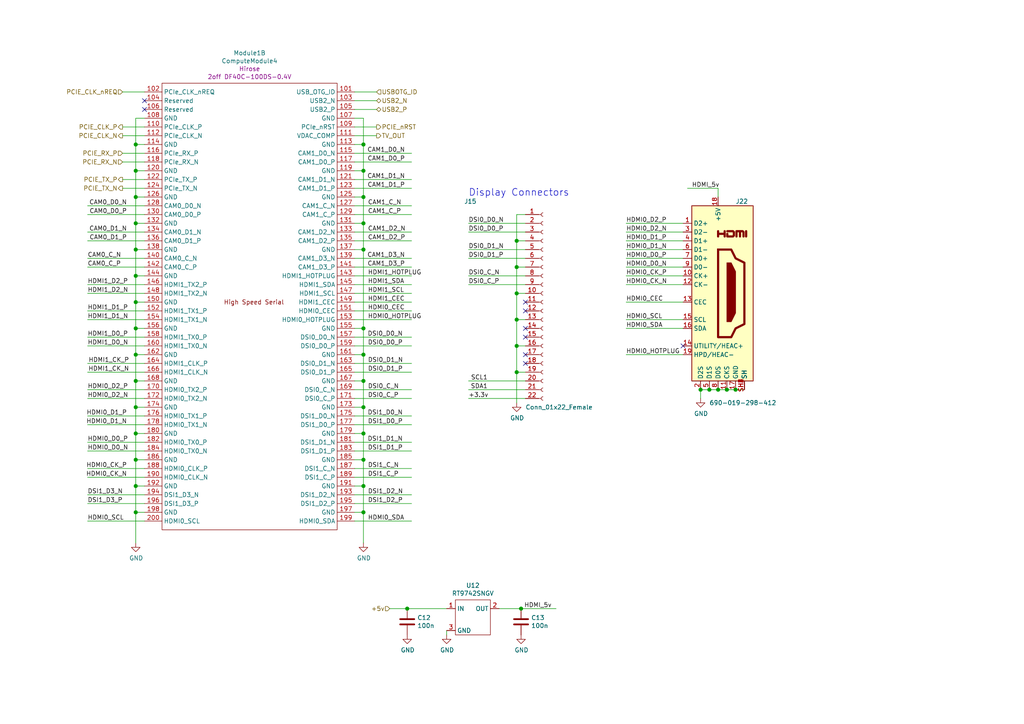
<source format=kicad_sch>
(kicad_sch
	(version 20250114)
	(generator "eeschema")
	(generator_version "9.0")
	(uuid "3aec5e23-e675-4bcf-9a9e-48cb59d51927")
	(paper "A4")
	(title_block
		(title "Compute Module 4 IO Board - CM4 - Highspeed")
		(rev "1")
		(company "© 2020-2022 Raspberry Pi Ltd (formerly Raspberry Pi (Trading) Ltd.)")
		(comment 1 "www.raspberrypi.com")
	)
	(lib_symbols
		(symbol "CM4IO:ComputeModule4-CM4"
			(exclude_from_sim no)
			(in_bom yes)
			(on_board yes)
			(property "Reference" "Module"
				(at 113.03 -68.58 0)
				(effects
					(font
						(size 1.27 1.27)
					)
				)
			)
			(property "Value" "ComputeModule4-CM4"
				(at 140.97 2.54 0)
				(effects
					(font
						(size 1.27 1.27)
					)
				)
			)
			(property "Footprint" "CM4IO:Raspberry-Pi-4-Compute-Module"
				(at 142.24 -26.67 0)
				(effects
					(font
						(size 1.27 1.27)
					)
					(hide yes)
				)
			)
			(property "Datasheet" ""
				(at 142.24 -26.67 0)
				(effects
					(font
						(size 1.27 1.27)
					)
					(hide yes)
				)
			)
			(property "Description" ""
				(at 0 0 0)
				(effects
					(font
						(size 1.27 1.27)
					)
					(hide yes)
				)
			)
			(property "Field4" "Hirose"
				(at 0 0 0)
				(effects
					(font
						(size 1.27 1.27)
					)
				)
			)
			(property "Field5" "2x DF40C-100DS-0.4V"
				(at 0 -2.54 0)
				(effects
					(font
						(size 1.27 1.27)
					)
				)
			)
			(property "ki_locked" ""
				(at 0 0 0)
				(effects
					(font
						(size 1.27 1.27)
					)
				)
			)
			(symbol "ComputeModule4-CM4_1_0"
				(text "GPIO"
					(at 0 6.35 0)
					(effects
						(font
							(size 1.27 1.27)
						)
					)
				)
			)
			(symbol "ComputeModule4-CM4_1_1"
				(rectangle
					(start -30.48 -71.12)
					(end 25.4 58.42)
					(stroke
						(width 0)
						(type default)
					)
					(fill
						(type none)
					)
				)
				(text "600mA Max"
					(at -8.89 -48.26 0)
					(effects
						(font
							(size 1.27 1.27)
						)
					)
				)
				(text "600mA Max"
					(at -8.89 -53.34 0)
					(effects
						(font
							(size 1.27 1.27)
						)
					)
				)
				(text "NB SD signals are only available"
					(at -1.27 -27.94 0)
					(effects
						(font
							(size 1.27 1.27)
						)
					)
				)
				(text "on modules without eMMC"
					(at -1.27 -30.48 0)
					(effects
						(font
							(size 1.27 1.27)
						)
					)
				)
				(pin power_in line
					(at -33.02 55.88 0)
					(length 2.54)
					(name "GND"
						(effects
							(font
								(size 1.27 1.27)
							)
						)
					)
					(number "2"
						(effects
							(font
								(size 1.27 1.27)
							)
						)
					)
				)
				(pin passive line
					(at -33.02 53.34 0)
					(length 2.54)
					(name "Ethernet_Pair1_P"
						(effects
							(font
								(size 1.27 1.27)
							)
						)
					)
					(number "4"
						(effects
							(font
								(size 1.27 1.27)
							)
						)
					)
				)
				(pin passive line
					(at -33.02 50.8 0)
					(length 2.54)
					(name "Ethernet_Pair1_N"
						(effects
							(font
								(size 1.27 1.27)
							)
						)
					)
					(number "6"
						(effects
							(font
								(size 1.27 1.27)
							)
						)
					)
				)
				(pin power_in line
					(at -33.02 48.26 0)
					(length 2.54)
					(name "GND"
						(effects
							(font
								(size 1.27 1.27)
							)
						)
					)
					(number "8"
						(effects
							(font
								(size 1.27 1.27)
							)
						)
					)
				)
				(pin passive line
					(at -33.02 45.72 0)
					(length 2.54)
					(name "Ethernet_Pair0_N"
						(effects
							(font
								(size 1.27 1.27)
							)
						)
					)
					(number "10"
						(effects
							(font
								(size 1.27 1.27)
							)
						)
					)
				)
				(pin passive line
					(at -33.02 43.18 0)
					(length 2.54)
					(name "Ethernet_Pair0_P"
						(effects
							(font
								(size 1.27 1.27)
							)
						)
					)
					(number "12"
						(effects
							(font
								(size 1.27 1.27)
							)
						)
					)
				)
				(pin power_in line
					(at -33.02 40.64 0)
					(length 2.54)
					(name "GND"
						(effects
							(font
								(size 1.27 1.27)
							)
						)
					)
					(number "14"
						(effects
							(font
								(size 1.27 1.27)
							)
						)
					)
				)
				(pin input line
					(at -33.02 38.1 0)
					(length 2.54)
					(name "Ethernet_SYNC_IN(1.8v)"
						(effects
							(font
								(size 1.27 1.27)
							)
						)
					)
					(number "16"
						(effects
							(font
								(size 1.27 1.27)
							)
						)
					)
				)
				(pin input line
					(at -33.02 35.56 0)
					(length 2.54)
					(name "Ethernet_SYNC_OUT(1.8v)"
						(effects
							(font
								(size 1.27 1.27)
							)
						)
					)
					(number "18"
						(effects
							(font
								(size 1.27 1.27)
							)
						)
					)
				)
				(pin passive line
					(at -33.02 33.02 0)
					(length 2.54)
					(name "EEPROM_nWP"
						(effects
							(font
								(size 1.27 1.27)
							)
						)
					)
					(number "20"
						(effects
							(font
								(size 1.27 1.27)
							)
						)
					)
				)
				(pin power_in line
					(at -33.02 30.48 0)
					(length 2.54)
					(name "GND"
						(effects
							(font
								(size 1.27 1.27)
							)
						)
					)
					(number "22"
						(effects
							(font
								(size 1.27 1.27)
							)
						)
					)
				)
				(pin passive line
					(at -33.02 27.94 0)
					(length 2.54)
					(name "GPIO26"
						(effects
							(font
								(size 1.27 1.27)
							)
						)
					)
					(number "24"
						(effects
							(font
								(size 1.27 1.27)
							)
						)
					)
				)
				(pin passive line
					(at -33.02 25.4 0)
					(length 2.54)
					(name "GPIO19"
						(effects
							(font
								(size 1.27 1.27)
							)
						)
					)
					(number "26"
						(effects
							(font
								(size 1.27 1.27)
							)
						)
					)
				)
				(pin passive line
					(at -33.02 22.86 0)
					(length 2.54)
					(name "GPIO13"
						(effects
							(font
								(size 1.27 1.27)
							)
						)
					)
					(number "28"
						(effects
							(font
								(size 1.27 1.27)
							)
						)
					)
				)
				(pin passive line
					(at -33.02 20.32 0)
					(length 2.54)
					(name "GPIO6"
						(effects
							(font
								(size 1.27 1.27)
							)
						)
					)
					(number "30"
						(effects
							(font
								(size 1.27 1.27)
							)
						)
					)
				)
				(pin power_in line
					(at -33.02 17.78 0)
					(length 2.54)
					(name "GND"
						(effects
							(font
								(size 1.27 1.27)
							)
						)
					)
					(number "32"
						(effects
							(font
								(size 1.27 1.27)
							)
						)
					)
				)
				(pin passive line
					(at -33.02 15.24 0)
					(length 2.54)
					(name "GPIO5"
						(effects
							(font
								(size 1.27 1.27)
							)
						)
					)
					(number "34"
						(effects
							(font
								(size 1.27 1.27)
							)
						)
					)
				)
				(pin passive line
					(at -33.02 12.7 0)
					(length 2.54)
					(name "ID_SD"
						(effects
							(font
								(size 1.27 1.27)
							)
						)
					)
					(number "36"
						(effects
							(font
								(size 1.27 1.27)
							)
						)
					)
				)
				(pin passive line
					(at -33.02 10.16 0)
					(length 2.54)
					(name "GPIO11"
						(effects
							(font
								(size 1.27 1.27)
							)
						)
					)
					(number "38"
						(effects
							(font
								(size 1.27 1.27)
							)
						)
					)
				)
				(pin passive line
					(at -33.02 7.62 0)
					(length 2.54)
					(name "GPIO9"
						(effects
							(font
								(size 1.27 1.27)
							)
						)
					)
					(number "40"
						(effects
							(font
								(size 1.27 1.27)
							)
						)
					)
				)
				(pin power_in line
					(at -33.02 5.08 0)
					(length 2.54)
					(name "GND"
						(effects
							(font
								(size 1.27 1.27)
							)
						)
					)
					(number "42"
						(effects
							(font
								(size 1.27 1.27)
							)
						)
					)
				)
				(pin passive line
					(at -33.02 2.54 0)
					(length 2.54)
					(name "GPIO10"
						(effects
							(font
								(size 1.27 1.27)
							)
						)
					)
					(number "44"
						(effects
							(font
								(size 1.27 1.27)
							)
						)
					)
				)
				(pin passive line
					(at -33.02 0 0)
					(length 2.54)
					(name "GPIO22"
						(effects
							(font
								(size 1.27 1.27)
							)
						)
					)
					(number "46"
						(effects
							(font
								(size 1.27 1.27)
							)
						)
					)
				)
				(pin passive line
					(at -33.02 -2.54 0)
					(length 2.54)
					(name "GPIO27"
						(effects
							(font
								(size 1.27 1.27)
							)
						)
					)
					(number "48"
						(effects
							(font
								(size 1.27 1.27)
							)
						)
					)
				)
				(pin passive line
					(at -33.02 -5.08 0)
					(length 2.54)
					(name "GPIO17"
						(effects
							(font
								(size 1.27 1.27)
							)
						)
					)
					(number "50"
						(effects
							(font
								(size 1.27 1.27)
							)
						)
					)
				)
				(pin power_in line
					(at -33.02 -7.62 0)
					(length 2.54)
					(name "GND"
						(effects
							(font
								(size 1.27 1.27)
							)
						)
					)
					(number "52"
						(effects
							(font
								(size 1.27 1.27)
							)
						)
					)
				)
				(pin passive line
					(at -33.02 -10.16 0)
					(length 2.54)
					(name "GPIO4"
						(effects
							(font
								(size 1.27 1.27)
							)
						)
					)
					(number "54"
						(effects
							(font
								(size 1.27 1.27)
							)
						)
					)
				)
				(pin passive line
					(at -33.02 -12.7 0)
					(length 2.54)
					(name "GPIO3"
						(effects
							(font
								(size 1.27 1.27)
							)
						)
					)
					(number "56"
						(effects
							(font
								(size 1.27 1.27)
							)
						)
					)
				)
				(pin passive line
					(at -33.02 -15.24 0)
					(length 2.54)
					(name "GPIO2"
						(effects
							(font
								(size 1.27 1.27)
							)
						)
					)
					(number "58"
						(effects
							(font
								(size 1.27 1.27)
							)
						)
					)
				)
				(pin power_in line
					(at -33.02 -17.78 0)
					(length 2.54)
					(name "GND"
						(effects
							(font
								(size 1.27 1.27)
							)
						)
					)
					(number "60"
						(effects
							(font
								(size 1.27 1.27)
							)
						)
					)
				)
				(pin passive line
					(at -33.02 -20.32 0)
					(length 2.54)
					(name "SD_CMD"
						(effects
							(font
								(size 1.27 1.27)
							)
						)
					)
					(number "62"
						(effects
							(font
								(size 1.27 1.27)
							)
						)
					)
				)
				(pin passive line
					(at -33.02 -22.86 0)
					(length 2.54)
					(name "SD_DAT5"
						(effects
							(font
								(size 1.27 1.27)
							)
						)
					)
					(number "64"
						(effects
							(font
								(size 1.27 1.27)
							)
						)
					)
				)
				(pin power_in line
					(at -33.02 -25.4 0)
					(length 2.54)
					(name "GND"
						(effects
							(font
								(size 1.27 1.27)
							)
						)
					)
					(number "66"
						(effects
							(font
								(size 1.27 1.27)
							)
						)
					)
				)
				(pin passive line
					(at -33.02 -27.94 0)
					(length 2.54)
					(name "SD_DAT4"
						(effects
							(font
								(size 1.27 1.27)
							)
						)
					)
					(number "68"
						(effects
							(font
								(size 1.27 1.27)
							)
						)
					)
				)
				(pin passive line
					(at -33.02 -30.48 0)
					(length 2.54)
					(name "SD_DAT7"
						(effects
							(font
								(size 1.27 1.27)
							)
						)
					)
					(number "70"
						(effects
							(font
								(size 1.27 1.27)
							)
						)
					)
				)
				(pin passive line
					(at -33.02 -33.02 0)
					(length 2.54)
					(name "SD_DAT6"
						(effects
							(font
								(size 1.27 1.27)
							)
						)
					)
					(number "72"
						(effects
							(font
								(size 1.27 1.27)
							)
						)
					)
				)
				(pin power_in line
					(at -33.02 -35.56 0)
					(length 2.54)
					(name "GND"
						(effects
							(font
								(size 1.27 1.27)
							)
						)
					)
					(number "74"
						(effects
							(font
								(size 1.27 1.27)
							)
						)
					)
				)
				(pin passive line
					(at -33.02 -38.1 0)
					(length 2.54)
					(name "Reserved"
						(effects
							(font
								(size 1.27 1.27)
							)
						)
					)
					(number "76"
						(effects
							(font
								(size 1.27 1.27)
							)
						)
					)
				)
				(pin power_in line
					(at -33.02 -40.64 0)
					(length 2.54)
					(name "GPIO_VREF(1.8v/3.3v_Input)"
						(effects
							(font
								(size 1.27 1.27)
							)
						)
					)
					(number "78"
						(effects
							(font
								(size 1.27 1.27)
							)
						)
					)
				)
				(pin passive line
					(at -33.02 -43.18 0)
					(length 2.54)
					(name "SCL0"
						(effects
							(font
								(size 1.27 1.27)
							)
						)
					)
					(number "80"
						(effects
							(font
								(size 1.27 1.27)
							)
						)
					)
				)
				(pin passive line
					(at -33.02 -45.72 0)
					(length 2.54)
					(name "SDA0"
						(effects
							(font
								(size 1.27 1.27)
							)
						)
					)
					(number "82"
						(effects
							(font
								(size 1.27 1.27)
							)
						)
					)
				)
				(pin power_out line
					(at -33.02 -48.26 0)
					(length 2.54)
					(name "+3.3v_(Output)"
						(effects
							(font
								(size 1.27 1.27)
							)
						)
					)
					(number "84"
						(effects
							(font
								(size 1.27 1.27)
							)
						)
					)
				)
				(pin power_out line
					(at -33.02 -50.8 0)
					(length 2.54)
					(name "+3.3v_(Output)"
						(effects
							(font
								(size 1.27 1.27)
							)
						)
					)
					(number "86"
						(effects
							(font
								(size 1.27 1.27)
							)
						)
					)
				)
				(pin power_out line
					(at -33.02 -53.34 0)
					(length 2.54)
					(name "+1.8v_(Output)"
						(effects
							(font
								(size 1.27 1.27)
							)
						)
					)
					(number "88"
						(effects
							(font
								(size 1.27 1.27)
							)
						)
					)
				)
				(pin power_out line
					(at -33.02 -55.88 0)
					(length 2.54)
					(name "+1.8v_(Output)"
						(effects
							(font
								(size 1.27 1.27)
							)
						)
					)
					(number "90"
						(effects
							(font
								(size 1.27 1.27)
							)
						)
					)
				)
				(pin passive line
					(at -33.02 -58.42 0)
					(length 2.54)
					(name "RUN_PG"
						(effects
							(font
								(size 1.27 1.27)
							)
						)
					)
					(number "92"
						(effects
							(font
								(size 1.27 1.27)
							)
						)
					)
				)
				(pin passive line
					(at -33.02 -60.96 0)
					(length 2.54)
					(name "AnalogIP0"
						(effects
							(font
								(size 1.27 1.27)
							)
						)
					)
					(number "94"
						(effects
							(font
								(size 1.27 1.27)
							)
						)
					)
				)
				(pin passive line
					(at -33.02 -63.5 0)
					(length 2.54)
					(name "AnalogIP1"
						(effects
							(font
								(size 1.27 1.27)
							)
						)
					)
					(number "96"
						(effects
							(font
								(size 1.27 1.27)
							)
						)
					)
				)
				(pin power_in line
					(at -33.02 -66.04 0)
					(length 2.54)
					(name "GND"
						(effects
							(font
								(size 1.27 1.27)
							)
						)
					)
					(number "98"
						(effects
							(font
								(size 1.27 1.27)
							)
						)
					)
				)
				(pin output line
					(at -33.02 -68.58 0)
					(length 2.54)
					(name "nEXTRST"
						(effects
							(font
								(size 1.27 1.27)
							)
						)
					)
					(number "100"
						(effects
							(font
								(size 1.27 1.27)
							)
						)
					)
				)
				(pin power_in line
					(at 27.94 55.88 180)
					(length 2.54)
					(name "GND"
						(effects
							(font
								(size 1.27 1.27)
							)
						)
					)
					(number "1"
						(effects
							(font
								(size 1.27 1.27)
							)
						)
					)
				)
				(pin passive line
					(at 27.94 53.34 180)
					(length 2.54)
					(name "Ethernet_Pair3_P"
						(effects
							(font
								(size 1.27 1.27)
							)
						)
					)
					(number "3"
						(effects
							(font
								(size 1.27 1.27)
							)
						)
					)
				)
				(pin passive line
					(at 27.94 50.8 180)
					(length 2.54)
					(name "Ethernet_Pair3_N"
						(effects
							(font
								(size 1.27 1.27)
							)
						)
					)
					(number "5"
						(effects
							(font
								(size 1.27 1.27)
							)
						)
					)
				)
				(pin power_in line
					(at 27.94 48.26 180)
					(length 2.54)
					(name "GND"
						(effects
							(font
								(size 1.27 1.27)
							)
						)
					)
					(number "7"
						(effects
							(font
								(size 1.27 1.27)
							)
						)
					)
				)
				(pin passive line
					(at 27.94 45.72 180)
					(length 2.54)
					(name "Ethernet_Pair2_N"
						(effects
							(font
								(size 1.27 1.27)
							)
						)
					)
					(number "9"
						(effects
							(font
								(size 1.27 1.27)
							)
						)
					)
				)
				(pin passive line
					(at 27.94 43.18 180)
					(length 2.54)
					(name "Ethernet_Pair2_P"
						(effects
							(font
								(size 1.27 1.27)
							)
						)
					)
					(number "11"
						(effects
							(font
								(size 1.27 1.27)
							)
						)
					)
				)
				(pin power_in line
					(at 27.94 40.64 180)
					(length 2.54)
					(name "GND"
						(effects
							(font
								(size 1.27 1.27)
							)
						)
					)
					(number "13"
						(effects
							(font
								(size 1.27 1.27)
							)
						)
					)
				)
				(pin output line
					(at 27.94 38.1 180)
					(length 2.54)
					(name "Ethernet_nLED3(3.3v)"
						(effects
							(font
								(size 1.27 1.27)
							)
						)
					)
					(number "15"
						(effects
							(font
								(size 1.27 1.27)
							)
						)
					)
				)
				(pin output line
					(at 27.94 35.56 180)
					(length 2.54)
					(name "Ethernet_nLED2(3.3v)"
						(effects
							(font
								(size 1.27 1.27)
							)
						)
					)
					(number "17"
						(effects
							(font
								(size 1.27 1.27)
							)
						)
					)
				)
				(pin output line
					(at 27.94 33.02 180)
					(length 2.54)
					(name "Ethernet_nLED1(3.3v)"
						(effects
							(font
								(size 1.27 1.27)
							)
						)
					)
					(number "19"
						(effects
							(font
								(size 1.27 1.27)
							)
						)
					)
				)
				(pin open_collector line
					(at 27.94 30.48 180)
					(length 2.54)
					(name "PI_nLED_Activity"
						(effects
							(font
								(size 1.27 1.27)
							)
						)
					)
					(number "21"
						(effects
							(font
								(size 1.27 1.27)
							)
						)
					)
				)
				(pin power_in line
					(at 27.94 27.94 180)
					(length 2.54)
					(name "GND"
						(effects
							(font
								(size 1.27 1.27)
							)
						)
					)
					(number "23"
						(effects
							(font
								(size 1.27 1.27)
							)
						)
					)
				)
				(pin passive line
					(at 27.94 25.4 180)
					(length 2.54)
					(name "GPIO21"
						(effects
							(font
								(size 1.27 1.27)
							)
						)
					)
					(number "25"
						(effects
							(font
								(size 1.27 1.27)
							)
						)
					)
				)
				(pin passive line
					(at 27.94 22.86 180)
					(length 2.54)
					(name "GPIO20"
						(effects
							(font
								(size 1.27 1.27)
							)
						)
					)
					(number "27"
						(effects
							(font
								(size 1.27 1.27)
							)
						)
					)
				)
				(pin passive line
					(at 27.94 20.32 180)
					(length 2.54)
					(name "GPIO16"
						(effects
							(font
								(size 1.27 1.27)
							)
						)
					)
					(number "29"
						(effects
							(font
								(size 1.27 1.27)
							)
						)
					)
				)
				(pin passive line
					(at 27.94 17.78 180)
					(length 2.54)
					(name "GPIO12"
						(effects
							(font
								(size 1.27 1.27)
							)
						)
					)
					(number "31"
						(effects
							(font
								(size 1.27 1.27)
							)
						)
					)
				)
				(pin power_in line
					(at 27.94 15.24 180)
					(length 2.54)
					(name "GND"
						(effects
							(font
								(size 1.27 1.27)
							)
						)
					)
					(number "33"
						(effects
							(font
								(size 1.27 1.27)
							)
						)
					)
				)
				(pin passive line
					(at 27.94 12.7 180)
					(length 2.54)
					(name "ID_SC"
						(effects
							(font
								(size 1.27 1.27)
							)
						)
					)
					(number "35"
						(effects
							(font
								(size 1.27 1.27)
							)
						)
					)
				)
				(pin passive line
					(at 27.94 10.16 180)
					(length 2.54)
					(name "GPIO7"
						(effects
							(font
								(size 1.27 1.27)
							)
						)
					)
					(number "37"
						(effects
							(font
								(size 1.27 1.27)
							)
						)
					)
				)
				(pin passive line
					(at 27.94 7.62 180)
					(length 2.54)
					(name "GPIO8"
						(effects
							(font
								(size 1.27 1.27)
							)
						)
					)
					(number "39"
						(effects
							(font
								(size 1.27 1.27)
							)
						)
					)
				)
				(pin passive line
					(at 27.94 5.08 180)
					(length 2.54)
					(name "GPIO25"
						(effects
							(font
								(size 1.27 1.27)
							)
						)
					)
					(number "41"
						(effects
							(font
								(size 1.27 1.27)
							)
						)
					)
				)
				(pin power_in line
					(at 27.94 2.54 180)
					(length 2.54)
					(name "GND"
						(effects
							(font
								(size 1.27 1.27)
							)
						)
					)
					(number "43"
						(effects
							(font
								(size 1.27 1.27)
							)
						)
					)
				)
				(pin passive line
					(at 27.94 0 180)
					(length 2.54)
					(name "GPIO24"
						(effects
							(font
								(size 1.27 1.27)
							)
						)
					)
					(number "45"
						(effects
							(font
								(size 1.27 1.27)
							)
						)
					)
				)
				(pin passive line
					(at 27.94 -2.54 180)
					(length 2.54)
					(name "GPIO23"
						(effects
							(font
								(size 1.27 1.27)
							)
						)
					)
					(number "47"
						(effects
							(font
								(size 1.27 1.27)
							)
						)
					)
				)
				(pin passive line
					(at 27.94 -5.08 180)
					(length 2.54)
					(name "GPIO18"
						(effects
							(font
								(size 1.27 1.27)
							)
						)
					)
					(number "49"
						(effects
							(font
								(size 1.27 1.27)
							)
						)
					)
				)
				(pin passive line
					(at 27.94 -7.62 180)
					(length 2.54)
					(name "GPIO15"
						(effects
							(font
								(size 1.27 1.27)
							)
						)
					)
					(number "51"
						(effects
							(font
								(size 1.27 1.27)
							)
						)
					)
				)
				(pin power_in line
					(at 27.94 -10.16 180)
					(length 2.54)
					(name "GND"
						(effects
							(font
								(size 1.27 1.27)
							)
						)
					)
					(number "53"
						(effects
							(font
								(size 1.27 1.27)
							)
						)
					)
				)
				(pin passive line
					(at 27.94 -12.7 180)
					(length 2.54)
					(name "GPIO14"
						(effects
							(font
								(size 1.27 1.27)
							)
						)
					)
					(number "55"
						(effects
							(font
								(size 1.27 1.27)
							)
						)
					)
				)
				(pin passive line
					(at 27.94 -15.24 180)
					(length 2.54)
					(name "SD_CLK"
						(effects
							(font
								(size 1.27 1.27)
							)
						)
					)
					(number "57"
						(effects
							(font
								(size 1.27 1.27)
							)
						)
					)
				)
				(pin power_in line
					(at 27.94 -17.78 180)
					(length 2.54)
					(name "GND"
						(effects
							(font
								(size 1.27 1.27)
							)
						)
					)
					(number "59"
						(effects
							(font
								(size 1.27 1.27)
							)
						)
					)
				)
				(pin passive line
					(at 27.94 -20.32 180)
					(length 2.54)
					(name "SD_DAT3"
						(effects
							(font
								(size 1.27 1.27)
							)
						)
					)
					(number "61"
						(effects
							(font
								(size 1.27 1.27)
							)
						)
					)
				)
				(pin passive line
					(at 27.94 -22.86 180)
					(length 2.54)
					(name "SD_DAT0"
						(effects
							(font
								(size 1.27 1.27)
							)
						)
					)
					(number "63"
						(effects
							(font
								(size 1.27 1.27)
							)
						)
					)
				)
				(pin power_in line
					(at 27.94 -25.4 180)
					(length 2.54)
					(name "GND"
						(effects
							(font
								(size 1.27 1.27)
							)
						)
					)
					(number "65"
						(effects
							(font
								(size 1.27 1.27)
							)
						)
					)
				)
				(pin passive line
					(at 27.94 -27.94 180)
					(length 2.54)
					(name "SD_DAT1"
						(effects
							(font
								(size 1.27 1.27)
							)
						)
					)
					(number "67"
						(effects
							(font
								(size 1.27 1.27)
							)
						)
					)
				)
				(pin passive line
					(at 27.94 -30.48 180)
					(length 2.54)
					(name "SD_DAT2"
						(effects
							(font
								(size 1.27 1.27)
							)
						)
					)
					(number "69"
						(effects
							(font
								(size 1.27 1.27)
							)
						)
					)
				)
				(pin power_in line
					(at 27.94 -33.02 180)
					(length 2.54)
					(name "GND"
						(effects
							(font
								(size 1.27 1.27)
							)
						)
					)
					(number "71"
						(effects
							(font
								(size 1.27 1.27)
							)
						)
					)
				)
				(pin input line
					(at 27.94 -35.56 180)
					(length 2.54)
					(name "SD_VDD_Override"
						(effects
							(font
								(size 1.27 1.27)
							)
						)
					)
					(number "73"
						(effects
							(font
								(size 1.27 1.27)
							)
						)
					)
				)
				(pin output line
					(at 27.94 -38.1 180)
					(length 2.54)
					(name "SD_PWR_ON"
						(effects
							(font
								(size 1.27 1.27)
							)
						)
					)
					(number "75"
						(effects
							(font
								(size 1.27 1.27)
							)
						)
					)
				)
				(pin power_in line
					(at 27.94 -40.64 180)
					(length 2.54)
					(name "+5v_(Input)"
						(effects
							(font
								(size 1.27 1.27)
							)
						)
					)
					(number "77"
						(effects
							(font
								(size 1.27 1.27)
							)
						)
					)
				)
				(pin power_in line
					(at 27.94 -43.18 180)
					(length 2.54)
					(name "+5v_(Input)"
						(effects
							(font
								(size 1.27 1.27)
							)
						)
					)
					(number "79"
						(effects
							(font
								(size 1.27 1.27)
							)
						)
					)
				)
				(pin power_in line
					(at 27.94 -45.72 180)
					(length 2.54)
					(name "+5v_(Input)"
						(effects
							(font
								(size 1.27 1.27)
							)
						)
					)
					(number "81"
						(effects
							(font
								(size 1.27 1.27)
							)
						)
					)
				)
				(pin power_in line
					(at 27.94 -48.26 180)
					(length 2.54)
					(name "+5v_(Input)"
						(effects
							(font
								(size 1.27 1.27)
							)
						)
					)
					(number "83"
						(effects
							(font
								(size 1.27 1.27)
							)
						)
					)
				)
				(pin power_in line
					(at 27.94 -50.8 180)
					(length 2.54)
					(name "+5v_(Input)"
						(effects
							(font
								(size 1.27 1.27)
							)
						)
					)
					(number "85"
						(effects
							(font
								(size 1.27 1.27)
							)
						)
					)
				)
				(pin power_in line
					(at 27.94 -53.34 180)
					(length 2.54)
					(name "+5v_(Input)"
						(effects
							(font
								(size 1.27 1.27)
							)
						)
					)
					(number "87"
						(effects
							(font
								(size 1.27 1.27)
							)
						)
					)
				)
				(pin power_in line
					(at 27.94 -55.88 180)
					(length 2.54)
					(name "WiFi_nDisable"
						(effects
							(font
								(size 1.27 1.27)
							)
						)
					)
					(number "89"
						(effects
							(font
								(size 1.27 1.27)
							)
						)
					)
				)
				(pin power_in line
					(at 27.94 -58.42 180)
					(length 2.54)
					(name "BT_nDisable"
						(effects
							(font
								(size 1.27 1.27)
							)
						)
					)
					(number "91"
						(effects
							(font
								(size 1.27 1.27)
							)
						)
					)
				)
				(pin input line
					(at 27.94 -60.96 180)
					(length 2.54)
					(name "nRPIBOOT"
						(effects
							(font
								(size 1.27 1.27)
							)
						)
					)
					(number "93"
						(effects
							(font
								(size 1.27 1.27)
							)
						)
					)
				)
				(pin output line
					(at 27.94 -63.5 180)
					(length 2.54)
					(name "nPI_LED_PWR"
						(effects
							(font
								(size 1.27 1.27)
							)
						)
					)
					(number "95"
						(effects
							(font
								(size 1.27 1.27)
							)
						)
					)
				)
				(pin passive line
					(at 27.94 -66.04 180)
					(length 2.54)
					(name "Camera_GPIO"
						(effects
							(font
								(size 1.27 1.27)
							)
						)
					)
					(number "97"
						(effects
							(font
								(size 1.27 1.27)
							)
						)
					)
				)
				(pin input line
					(at 27.94 -68.58 180)
					(length 2.54)
					(name "Global_EN"
						(effects
							(font
								(size 1.27 1.27)
							)
						)
					)
					(number "99"
						(effects
							(font
								(size 1.27 1.27)
							)
						)
					)
				)
			)
			(symbol "ComputeModule4-CM4_2_1"
				(rectangle
					(start 114.3 -66.04)
					(end 165.1 63.5)
					(stroke
						(width 0)
						(type default)
					)
					(fill
						(type none)
					)
				)
				(text "High Speed Serial"
					(at 140.97 0 0)
					(effects
						(font
							(size 1.27 1.27)
						)
					)
				)
				(pin input line
					(at 109.22 60.96 0)
					(length 5.08)
					(name "PCIe_CLK_nREQ"
						(effects
							(font
								(size 1.27 1.27)
							)
						)
					)
					(number "102"
						(effects
							(font
								(size 1.27 1.27)
							)
						)
					)
				)
				(pin passive line
					(at 109.22 58.42 0)
					(length 5.08)
					(name "Reserved"
						(effects
							(font
								(size 1.27 1.27)
							)
						)
					)
					(number "104"
						(effects
							(font
								(size 1.27 1.27)
							)
						)
					)
				)
				(pin passive line
					(at 109.22 55.88 0)
					(length 5.08)
					(name "Reserved"
						(effects
							(font
								(size 1.27 1.27)
							)
						)
					)
					(number "106"
						(effects
							(font
								(size 1.27 1.27)
							)
						)
					)
				)
				(pin power_in line
					(at 109.22 53.34 0)
					(length 5.08)
					(name "GND"
						(effects
							(font
								(size 1.27 1.27)
							)
						)
					)
					(number "108"
						(effects
							(font
								(size 1.27 1.27)
							)
						)
					)
				)
				(pin output line
					(at 109.22 50.8 0)
					(length 5.08)
					(name "PCIe_CLK_P"
						(effects
							(font
								(size 1.27 1.27)
							)
						)
					)
					(number "110"
						(effects
							(font
								(size 1.27 1.27)
							)
						)
					)
				)
				(pin output line
					(at 109.22 48.26 0)
					(length 5.08)
					(name "PCIe_CLK_N"
						(effects
							(font
								(size 1.27 1.27)
							)
						)
					)
					(number "112"
						(effects
							(font
								(size 1.27 1.27)
							)
						)
					)
				)
				(pin power_in line
					(at 109.22 45.72 0)
					(length 5.08)
					(name "GND"
						(effects
							(font
								(size 1.27 1.27)
							)
						)
					)
					(number "114"
						(effects
							(font
								(size 1.27 1.27)
							)
						)
					)
				)
				(pin input line
					(at 109.22 43.18 0)
					(length 5.08)
					(name "PCIe_RX_P"
						(effects
							(font
								(size 1.27 1.27)
							)
						)
					)
					(number "116"
						(effects
							(font
								(size 1.27 1.27)
							)
						)
					)
				)
				(pin input line
					(at 109.22 40.64 0)
					(length 5.08)
					(name "PCIe_RX_N"
						(effects
							(font
								(size 1.27 1.27)
							)
						)
					)
					(number "118"
						(effects
							(font
								(size 1.27 1.27)
							)
						)
					)
				)
				(pin power_in line
					(at 109.22 38.1 0)
					(length 5.08)
					(name "GND"
						(effects
							(font
								(size 1.27 1.27)
							)
						)
					)
					(number "120"
						(effects
							(font
								(size 1.27 1.27)
							)
						)
					)
				)
				(pin output line
					(at 109.22 35.56 0)
					(length 5.08)
					(name "PCIe_TX_P"
						(effects
							(font
								(size 1.27 1.27)
							)
						)
					)
					(number "122"
						(effects
							(font
								(size 1.27 1.27)
							)
						)
					)
				)
				(pin output line
					(at 109.22 33.02 0)
					(length 5.08)
					(name "PCIe_TX_N"
						(effects
							(font
								(size 1.27 1.27)
							)
						)
					)
					(number "124"
						(effects
							(font
								(size 1.27 1.27)
							)
						)
					)
				)
				(pin power_in line
					(at 109.22 30.48 0)
					(length 5.08)
					(name "GND"
						(effects
							(font
								(size 1.27 1.27)
							)
						)
					)
					(number "126"
						(effects
							(font
								(size 1.27 1.27)
							)
						)
					)
				)
				(pin input line
					(at 109.22 27.94 0)
					(length 5.08)
					(name "CAM0_D0_N"
						(effects
							(font
								(size 1.27 1.27)
							)
						)
					)
					(number "128"
						(effects
							(font
								(size 1.27 1.27)
							)
						)
					)
				)
				(pin input line
					(at 109.22 25.4 0)
					(length 5.08)
					(name "CAM0_D0_P"
						(effects
							(font
								(size 1.27 1.27)
							)
						)
					)
					(number "130"
						(effects
							(font
								(size 1.27 1.27)
							)
						)
					)
				)
				(pin power_in line
					(at 109.22 22.86 0)
					(length 5.08)
					(name "GND"
						(effects
							(font
								(size 1.27 1.27)
							)
						)
					)
					(number "132"
						(effects
							(font
								(size 1.27 1.27)
							)
						)
					)
				)
				(pin input line
					(at 109.22 20.32 0)
					(length 5.08)
					(name "CAM0_D1_N"
						(effects
							(font
								(size 1.27 1.27)
							)
						)
					)
					(number "134"
						(effects
							(font
								(size 1.27 1.27)
							)
						)
					)
				)
				(pin input line
					(at 109.22 17.78 0)
					(length 5.08)
					(name "CAM0_D1_P"
						(effects
							(font
								(size 1.27 1.27)
							)
						)
					)
					(number "136"
						(effects
							(font
								(size 1.27 1.27)
							)
						)
					)
				)
				(pin power_in line
					(at 109.22 15.24 0)
					(length 5.08)
					(name "GND"
						(effects
							(font
								(size 1.27 1.27)
							)
						)
					)
					(number "138"
						(effects
							(font
								(size 1.27 1.27)
							)
						)
					)
				)
				(pin input line
					(at 109.22 12.7 0)
					(length 5.08)
					(name "CAM0_C_N"
						(effects
							(font
								(size 1.27 1.27)
							)
						)
					)
					(number "140"
						(effects
							(font
								(size 1.27 1.27)
							)
						)
					)
				)
				(pin input line
					(at 109.22 10.16 0)
					(length 5.08)
					(name "CAM0_C_P"
						(effects
							(font
								(size 1.27 1.27)
							)
						)
					)
					(number "142"
						(effects
							(font
								(size 1.27 1.27)
							)
						)
					)
				)
				(pin power_in line
					(at 109.22 7.62 0)
					(length 5.08)
					(name "GND"
						(effects
							(font
								(size 1.27 1.27)
							)
						)
					)
					(number "144"
						(effects
							(font
								(size 1.27 1.27)
							)
						)
					)
				)
				(pin output line
					(at 109.22 5.08 0)
					(length 5.08)
					(name "HDMI1_TX2_P"
						(effects
							(font
								(size 1.27 1.27)
							)
						)
					)
					(number "146"
						(effects
							(font
								(size 1.27 1.27)
							)
						)
					)
				)
				(pin output line
					(at 109.22 2.54 0)
					(length 5.08)
					(name "HDMI1_TX2_N"
						(effects
							(font
								(size 1.27 1.27)
							)
						)
					)
					(number "148"
						(effects
							(font
								(size 1.27 1.27)
							)
						)
					)
				)
				(pin power_in line
					(at 109.22 0 0)
					(length 5.08)
					(name "GND"
						(effects
							(font
								(size 1.27 1.27)
							)
						)
					)
					(number "150"
						(effects
							(font
								(size 1.27 1.27)
							)
						)
					)
				)
				(pin output line
					(at 109.22 -2.54 0)
					(length 5.08)
					(name "HDMI1_TX1_P"
						(effects
							(font
								(size 1.27 1.27)
							)
						)
					)
					(number "152"
						(effects
							(font
								(size 1.27 1.27)
							)
						)
					)
				)
				(pin output line
					(at 109.22 -5.08 0)
					(length 5.08)
					(name "HDMI1_TX1_N"
						(effects
							(font
								(size 1.27 1.27)
							)
						)
					)
					(number "154"
						(effects
							(font
								(size 1.27 1.27)
							)
						)
					)
				)
				(pin power_in line
					(at 109.22 -7.62 0)
					(length 5.08)
					(name "GND"
						(effects
							(font
								(size 1.27 1.27)
							)
						)
					)
					(number "156"
						(effects
							(font
								(size 1.27 1.27)
							)
						)
					)
				)
				(pin output line
					(at 109.22 -10.16 0)
					(length 5.08)
					(name "HDMI1_TX0_P"
						(effects
							(font
								(size 1.27 1.27)
							)
						)
					)
					(number "158"
						(effects
							(font
								(size 1.27 1.27)
							)
						)
					)
				)
				(pin output line
					(at 109.22 -12.7 0)
					(length 5.08)
					(name "HDMI1_TX0_N"
						(effects
							(font
								(size 1.27 1.27)
							)
						)
					)
					(number "160"
						(effects
							(font
								(size 1.27 1.27)
							)
						)
					)
				)
				(pin power_in line
					(at 109.22 -15.24 0)
					(length 5.08)
					(name "GND"
						(effects
							(font
								(size 1.27 1.27)
							)
						)
					)
					(number "162"
						(effects
							(font
								(size 1.27 1.27)
							)
						)
					)
				)
				(pin output line
					(at 109.22 -17.78 0)
					(length 5.08)
					(name "HDMI1_CLK_P"
						(effects
							(font
								(size 1.27 1.27)
							)
						)
					)
					(number "164"
						(effects
							(font
								(size 1.27 1.27)
							)
						)
					)
				)
				(pin output line
					(at 109.22 -20.32 0)
					(length 5.08)
					(name "HDMI1_CLK_N"
						(effects
							(font
								(size 1.27 1.27)
							)
						)
					)
					(number "166"
						(effects
							(font
								(size 1.27 1.27)
							)
						)
					)
				)
				(pin power_in line
					(at 109.22 -22.86 0)
					(length 5.08)
					(name "GND"
						(effects
							(font
								(size 1.27 1.27)
							)
						)
					)
					(number "168"
						(effects
							(font
								(size 1.27 1.27)
							)
						)
					)
				)
				(pin output line
					(at 109.22 -25.4 0)
					(length 5.08)
					(name "HDMI0_TX2_P"
						(effects
							(font
								(size 1.27 1.27)
							)
						)
					)
					(number "170"
						(effects
							(font
								(size 1.27 1.27)
							)
						)
					)
				)
				(pin output line
					(at 109.22 -27.94 0)
					(length 5.08)
					(name "HDMI0_TX2_N"
						(effects
							(font
								(size 1.27 1.27)
							)
						)
					)
					(number "172"
						(effects
							(font
								(size 1.27 1.27)
							)
						)
					)
				)
				(pin power_in line
					(at 109.22 -30.48 0)
					(length 5.08)
					(name "GND"
						(effects
							(font
								(size 1.27 1.27)
							)
						)
					)
					(number "174"
						(effects
							(font
								(size 1.27 1.27)
							)
						)
					)
				)
				(pin output line
					(at 109.22 -33.02 0)
					(length 5.08)
					(name "HDMI0_TX1_P"
						(effects
							(font
								(size 1.27 1.27)
							)
						)
					)
					(number "176"
						(effects
							(font
								(size 1.27 1.27)
							)
						)
					)
				)
				(pin output line
					(at 109.22 -35.56 0)
					(length 5.08)
					(name "HDMI0_TX1_N"
						(effects
							(font
								(size 1.27 1.27)
							)
						)
					)
					(number "178"
						(effects
							(font
								(size 1.27 1.27)
							)
						)
					)
				)
				(pin power_in line
					(at 109.22 -38.1 0)
					(length 5.08)
					(name "GND"
						(effects
							(font
								(size 1.27 1.27)
							)
						)
					)
					(number "180"
						(effects
							(font
								(size 1.27 1.27)
							)
						)
					)
				)
				(pin output line
					(at 109.22 -40.64 0)
					(length 5.08)
					(name "HDMI0_TX0_P"
						(effects
							(font
								(size 1.27 1.27)
							)
						)
					)
					(number "182"
						(effects
							(font
								(size 1.27 1.27)
							)
						)
					)
				)
				(pin output line
					(at 109.22 -43.18 0)
					(length 5.08)
					(name "HDMI0_TX0_N"
						(effects
							(font
								(size 1.27 1.27)
							)
						)
					)
					(number "184"
						(effects
							(font
								(size 1.27 1.27)
							)
						)
					)
				)
				(pin power_in line
					(at 109.22 -45.72 0)
					(length 5.08)
					(name "GND"
						(effects
							(font
								(size 1.27 1.27)
							)
						)
					)
					(number "186"
						(effects
							(font
								(size 1.27 1.27)
							)
						)
					)
				)
				(pin output line
					(at 109.22 -48.26 0)
					(length 5.08)
					(name "HDMI0_CLK_P"
						(effects
							(font
								(size 1.27 1.27)
							)
						)
					)
					(number "188"
						(effects
							(font
								(size 1.27 1.27)
							)
						)
					)
				)
				(pin output line
					(at 109.22 -50.8 0)
					(length 5.08)
					(name "HDMI0_CLK_N"
						(effects
							(font
								(size 1.27 1.27)
							)
						)
					)
					(number "190"
						(effects
							(font
								(size 1.27 1.27)
							)
						)
					)
				)
				(pin power_in line
					(at 109.22 -53.34 0)
					(length 5.08)
					(name "GND"
						(effects
							(font
								(size 1.27 1.27)
							)
						)
					)
					(number "192"
						(effects
							(font
								(size 1.27 1.27)
							)
						)
					)
				)
				(pin output line
					(at 109.22 -55.88 0)
					(length 5.08)
					(name "DSI1_D3_N"
						(effects
							(font
								(size 1.27 1.27)
							)
						)
					)
					(number "194"
						(effects
							(font
								(size 1.27 1.27)
							)
						)
					)
				)
				(pin output line
					(at 109.22 -58.42 0)
					(length 5.08)
					(name "DSI1_D3_P"
						(effects
							(font
								(size 1.27 1.27)
							)
						)
					)
					(number "196"
						(effects
							(font
								(size 1.27 1.27)
							)
						)
					)
				)
				(pin power_in line
					(at 109.22 -60.96 0)
					(length 5.08)
					(name "GND"
						(effects
							(font
								(size 1.27 1.27)
							)
						)
					)
					(number "198"
						(effects
							(font
								(size 1.27 1.27)
							)
						)
					)
				)
				(pin open_collector line
					(at 109.22 -63.5 0)
					(length 5.08)
					(name "HDMI0_SCL"
						(effects
							(font
								(size 1.27 1.27)
							)
						)
					)
					(number "200"
						(effects
							(font
								(size 1.27 1.27)
							)
						)
					)
				)
				(pin input line
					(at 170.18 60.96 180)
					(length 5.08)
					(name "USB_OTG_ID"
						(effects
							(font
								(size 1.27 1.27)
							)
						)
					)
					(number "101"
						(effects
							(font
								(size 1.27 1.27)
							)
						)
					)
				)
				(pin passive line
					(at 170.18 58.42 180)
					(length 5.08)
					(name "USB2_N"
						(effects
							(font
								(size 1.27 1.27)
							)
						)
					)
					(number "103"
						(effects
							(font
								(size 1.27 1.27)
							)
						)
					)
				)
				(pin passive line
					(at 170.18 55.88 180)
					(length 5.08)
					(name "USB2_P"
						(effects
							(font
								(size 1.27 1.27)
							)
						)
					)
					(number "105"
						(effects
							(font
								(size 1.27 1.27)
							)
						)
					)
				)
				(pin power_in line
					(at 170.18 53.34 180)
					(length 5.08)
					(name "GND"
						(effects
							(font
								(size 1.27 1.27)
							)
						)
					)
					(number "107"
						(effects
							(font
								(size 1.27 1.27)
							)
						)
					)
				)
				(pin bidirectional line
					(at 170.18 50.8 180)
					(length 5.08)
					(name "PCIe_nRST"
						(effects
							(font
								(size 1.27 1.27)
							)
						)
					)
					(number "109"
						(effects
							(font
								(size 1.27 1.27)
							)
						)
					)
				)
				(pin passive line
					(at 170.18 48.26 180)
					(length 5.08)
					(name "VDAC_COMP"
						(effects
							(font
								(size 1.27 1.27)
							)
						)
					)
					(number "111"
						(effects
							(font
								(size 1.27 1.27)
							)
						)
					)
				)
				(pin power_in line
					(at 170.18 45.72 180)
					(length 5.08)
					(name "GND"
						(effects
							(font
								(size 1.27 1.27)
							)
						)
					)
					(number "113"
						(effects
							(font
								(size 1.27 1.27)
							)
						)
					)
				)
				(pin input line
					(at 170.18 43.18 180)
					(length 5.08)
					(name "CAM1_D0_N"
						(effects
							(font
								(size 1.27 1.27)
							)
						)
					)
					(number "115"
						(effects
							(font
								(size 1.27 1.27)
							)
						)
					)
				)
				(pin input line
					(at 170.18 40.64 180)
					(length 5.08)
					(name "CAM1_D0_P"
						(effects
							(font
								(size 1.27 1.27)
							)
						)
					)
					(number "117"
						(effects
							(font
								(size 1.27 1.27)
							)
						)
					)
				)
				(pin power_in line
					(at 170.18 38.1 180)
					(length 5.08)
					(name "GND"
						(effects
							(font
								(size 1.27 1.27)
							)
						)
					)
					(number "119"
						(effects
							(font
								(size 1.27 1.27)
							)
						)
					)
				)
				(pin input line
					(at 170.18 35.56 180)
					(length 5.08)
					(name "CAM1_D1_N"
						(effects
							(font
								(size 1.27 1.27)
							)
						)
					)
					(number "121"
						(effects
							(font
								(size 1.27 1.27)
							)
						)
					)
				)
				(pin input line
					(at 170.18 33.02 180)
					(length 5.08)
					(name "CAM1_D1_P"
						(effects
							(font
								(size 1.27 1.27)
							)
						)
					)
					(number "123"
						(effects
							(font
								(size 1.27 1.27)
							)
						)
					)
				)
				(pin power_in line
					(at 170.18 30.48 180)
					(length 5.08)
					(name "GND"
						(effects
							(font
								(size 1.27 1.27)
							)
						)
					)
					(number "125"
						(effects
							(font
								(size 1.27 1.27)
							)
						)
					)
				)
				(pin input line
					(at 170.18 27.94 180)
					(length 5.08)
					(name "CAM1_C_N"
						(effects
							(font
								(size 1.27 1.27)
							)
						)
					)
					(number "127"
						(effects
							(font
								(size 1.27 1.27)
							)
						)
					)
				)
				(pin input line
					(at 170.18 25.4 180)
					(length 5.08)
					(name "CAM1_C_P"
						(effects
							(font
								(size 1.27 1.27)
							)
						)
					)
					(number "129"
						(effects
							(font
								(size 1.27 1.27)
							)
						)
					)
				)
				(pin power_in line
					(at 170.18 22.86 180)
					(length 5.08)
					(name "GND"
						(effects
							(font
								(size 1.27 1.27)
							)
						)
					)
					(number "131"
						(effects
							(font
								(size 1.27 1.27)
							)
						)
					)
				)
				(pin input line
					(at 170.18 20.32 180)
					(length 5.08)
					(name "CAM1_D2_N"
						(effects
							(font
								(size 1.27 1.27)
							)
						)
					)
					(number "133"
						(effects
							(font
								(size 1.27 1.27)
							)
						)
					)
				)
				(pin input line
					(at 170.18 17.78 180)
					(length 5.08)
					(name "CAM1_D2_P"
						(effects
							(font
								(size 1.27 1.27)
							)
						)
					)
					(number "135"
						(effects
							(font
								(size 1.27 1.27)
							)
						)
					)
				)
				(pin power_in line
					(at 170.18 15.24 180)
					(length 5.08)
					(name "GND"
						(effects
							(font
								(size 1.27 1.27)
							)
						)
					)
					(number "137"
						(effects
							(font
								(size 1.27 1.27)
							)
						)
					)
				)
				(pin input line
					(at 170.18 12.7 180)
					(length 5.08)
					(name "CAM1_D3_N"
						(effects
							(font
								(size 1.27 1.27)
							)
						)
					)
					(number "139"
						(effects
							(font
								(size 1.27 1.27)
							)
						)
					)
				)
				(pin input line
					(at 170.18 10.16 180)
					(length 5.08)
					(name "CAM1_D3_P"
						(effects
							(font
								(size 1.27 1.27)
							)
						)
					)
					(number "141"
						(effects
							(font
								(size 1.27 1.27)
							)
						)
					)
				)
				(pin input line
					(at 170.18 7.62 180)
					(length 5.08)
					(name "HDMI1_HOTPLUG"
						(effects
							(font
								(size 1.27 1.27)
							)
						)
					)
					(number "143"
						(effects
							(font
								(size 1.27 1.27)
							)
						)
					)
				)
				(pin bidirectional line
					(at 170.18 5.08 180)
					(length 5.08)
					(name "HDMI1_SDA"
						(effects
							(font
								(size 1.27 1.27)
							)
						)
					)
					(number "145"
						(effects
							(font
								(size 1.27 1.27)
							)
						)
					)
				)
				(pin open_collector line
					(at 170.18 2.54 180)
					(length 5.08)
					(name "HDMI1_SCL"
						(effects
							(font
								(size 1.27 1.27)
							)
						)
					)
					(number "147"
						(effects
							(font
								(size 1.27 1.27)
							)
						)
					)
				)
				(pin open_collector line
					(at 170.18 0 180)
					(length 5.08)
					(name "HDMI1_CEC"
						(effects
							(font
								(size 1.27 1.27)
							)
						)
					)
					(number "149"
						(effects
							(font
								(size 1.27 1.27)
							)
						)
					)
				)
				(pin open_collector line
					(at 170.18 -2.54 180)
					(length 5.08)
					(name "HDMI0_CEC"
						(effects
							(font
								(size 1.27 1.27)
							)
						)
					)
					(number "151"
						(effects
							(font
								(size 1.27 1.27)
							)
						)
					)
				)
				(pin input line
					(at 170.18 -5.08 180)
					(length 5.08)
					(name "HDMI0_HOTPLUG"
						(effects
							(font
								(size 1.27 1.27)
							)
						)
					)
					(number "153"
						(effects
							(font
								(size 1.27 1.27)
							)
						)
					)
				)
				(pin power_in line
					(at 170.18 -7.62 180)
					(length 5.08)
					(name "GND"
						(effects
							(font
								(size 1.27 1.27)
							)
						)
					)
					(number "155"
						(effects
							(font
								(size 1.27 1.27)
							)
						)
					)
				)
				(pin output line
					(at 170.18 -10.16 180)
					(length 5.08)
					(name "DSI0_D0_N"
						(effects
							(font
								(size 1.27 1.27)
							)
						)
					)
					(number "157"
						(effects
							(font
								(size 1.27 1.27)
							)
						)
					)
				)
				(pin output line
					(at 170.18 -12.7 180)
					(length 5.08)
					(name "DSI0_D0_P"
						(effects
							(font
								(size 1.27 1.27)
							)
						)
					)
					(number "159"
						(effects
							(font
								(size 1.27 1.27)
							)
						)
					)
				)
				(pin power_in line
					(at 170.18 -15.24 180)
					(length 5.08)
					(name "GND"
						(effects
							(font
								(size 1.27 1.27)
							)
						)
					)
					(number "161"
						(effects
							(font
								(size 1.27 1.27)
							)
						)
					)
				)
				(pin output line
					(at 170.18 -17.78 180)
					(length 5.08)
					(name "DSI0_D1_N"
						(effects
							(font
								(size 1.27 1.27)
							)
						)
					)
					(number "163"
						(effects
							(font
								(size 1.27 1.27)
							)
						)
					)
				)
				(pin output line
					(at 170.18 -20.32 180)
					(length 5.08)
					(name "DSI0_D1_P"
						(effects
							(font
								(size 1.27 1.27)
							)
						)
					)
					(number "165"
						(effects
							(font
								(size 1.27 1.27)
							)
						)
					)
				)
				(pin power_in line
					(at 170.18 -22.86 180)
					(length 5.08)
					(name "GND"
						(effects
							(font
								(size 1.27 1.27)
							)
						)
					)
					(number "167"
						(effects
							(font
								(size 1.27 1.27)
							)
						)
					)
				)
				(pin output line
					(at 170.18 -25.4 180)
					(length 5.08)
					(name "DSI0_C_N"
						(effects
							(font
								(size 1.27 1.27)
							)
						)
					)
					(number "169"
						(effects
							(font
								(size 1.27 1.27)
							)
						)
					)
				)
				(pin output line
					(at 170.18 -27.94 180)
					(length 5.08)
					(name "DSI0_C_P"
						(effects
							(font
								(size 1.27 1.27)
							)
						)
					)
					(number "171"
						(effects
							(font
								(size 1.27 1.27)
							)
						)
					)
				)
				(pin power_in line
					(at 170.18 -30.48 180)
					(length 5.08)
					(name "GND"
						(effects
							(font
								(size 1.27 1.27)
							)
						)
					)
					(number "173"
						(effects
							(font
								(size 1.27 1.27)
							)
						)
					)
				)
				(pin output line
					(at 170.18 -33.02 180)
					(length 5.08)
					(name "DSI1_D0_N"
						(effects
							(font
								(size 1.27 1.27)
							)
						)
					)
					(number "175"
						(effects
							(font
								(size 1.27 1.27)
							)
						)
					)
				)
				(pin output line
					(at 170.18 -35.56 180)
					(length 5.08)
					(name "DSI1_D0_P"
						(effects
							(font
								(size 1.27 1.27)
							)
						)
					)
					(number "177"
						(effects
							(font
								(size 1.27 1.27)
							)
						)
					)
				)
				(pin power_in line
					(at 170.18 -38.1 180)
					(length 5.08)
					(name "GND"
						(effects
							(font
								(size 1.27 1.27)
							)
						)
					)
					(number "179"
						(effects
							(font
								(size 1.27 1.27)
							)
						)
					)
				)
				(pin output line
					(at 170.18 -40.64 180)
					(length 5.08)
					(name "DSI1_D1_N"
						(effects
							(font
								(size 1.27 1.27)
							)
						)
					)
					(number "181"
						(effects
							(font
								(size 1.27 1.27)
							)
						)
					)
				)
				(pin output line
					(at 170.18 -43.18 180)
					(length 5.08)
					(name "DSI1_D1_P"
						(effects
							(font
								(size 1.27 1.27)
							)
						)
					)
					(number "183"
						(effects
							(font
								(size 1.27 1.27)
							)
						)
					)
				)
				(pin power_in line
					(at 170.18 -45.72 180)
					(length 5.08)
					(name "GND"
						(effects
							(font
								(size 1.27 1.27)
							)
						)
					)
					(number "185"
						(effects
							(font
								(size 1.27 1.27)
							)
						)
					)
				)
				(pin output line
					(at 170.18 -48.26 180)
					(length 5.08)
					(name "DSI1_C_N"
						(effects
							(font
								(size 1.27 1.27)
							)
						)
					)
					(number "187"
						(effects
							(font
								(size 1.27 1.27)
							)
						)
					)
				)
				(pin output line
					(at 170.18 -50.8 180)
					(length 5.08)
					(name "DSI1_C_P"
						(effects
							(font
								(size 1.27 1.27)
							)
						)
					)
					(number "189"
						(effects
							(font
								(size 1.27 1.27)
							)
						)
					)
				)
				(pin power_in line
					(at 170.18 -53.34 180)
					(length 5.08)
					(name "GND"
						(effects
							(font
								(size 1.27 1.27)
							)
						)
					)
					(number "191"
						(effects
							(font
								(size 1.27 1.27)
							)
						)
					)
				)
				(pin output line
					(at 170.18 -55.88 180)
					(length 5.08)
					(name "DSI1_D2_N"
						(effects
							(font
								(size 1.27 1.27)
							)
						)
					)
					(number "193"
						(effects
							(font
								(size 1.27 1.27)
							)
						)
					)
				)
				(pin output line
					(at 170.18 -58.42 180)
					(length 5.08)
					(name "DSI1_D2_P"
						(effects
							(font
								(size 1.27 1.27)
							)
						)
					)
					(number "195"
						(effects
							(font
								(size 1.27 1.27)
							)
						)
					)
				)
				(pin power_in line
					(at 170.18 -60.96 180)
					(length 5.08)
					(name "GND"
						(effects
							(font
								(size 1.27 1.27)
							)
						)
					)
					(number "197"
						(effects
							(font
								(size 1.27 1.27)
							)
						)
					)
				)
				(pin bidirectional line
					(at 170.18 -63.5 180)
					(length 5.08)
					(name "HDMI0_SDA"
						(effects
							(font
								(size 1.27 1.27)
							)
						)
					)
					(number "199"
						(effects
							(font
								(size 1.27 1.27)
							)
						)
					)
				)
			)
			(embedded_fonts no)
		)
		(symbol "CM4IO:HDMI_A_1.4"
			(exclude_from_sim no)
			(in_bom yes)
			(on_board yes)
			(property "Reference" "J"
				(at -6.35 26.67 0)
				(effects
					(font
						(size 1.27 1.27)
					)
				)
			)
			(property "Value" "HDMI_A_1.4"
				(at 10.16 26.67 0)
				(effects
					(font
						(size 1.27 1.27)
					)
				)
			)
			(property "Footprint" ""
				(at 0.635 0 0)
				(effects
					(font
						(size 1.27 1.27)
					)
					(hide yes)
				)
			)
			(property "Datasheet" "https://en.wikipedia.org/wiki/HDMI"
				(at 0.635 0 0)
				(effects
					(font
						(size 1.27 1.27)
					)
					(hide yes)
				)
			)
			(property "Description" "HDMI 1.4+ type A connector"
				(at 0 0 0)
				(effects
					(font
						(size 1.27 1.27)
					)
					(hide yes)
				)
			)
			(property "ki_keywords" "hdmi conn"
				(at 0 0 0)
				(effects
					(font
						(size 1.27 1.27)
					)
					(hide yes)
				)
			)
			(property "ki_fp_filters" "HDMI*A*"
				(at 0 0 0)
				(effects
					(font
						(size 1.27 1.27)
					)
					(hide yes)
				)
			)
			(symbol "HDMI_A_1.4_0_0"
				(polyline
					(pts
						(xy 0 16.51) (xy 0 18.034) (xy 0 17.272) (xy 1.905 17.272) (xy 1.905 18.034) (xy 1.905 16.51)
					)
					(stroke
						(width 0.635)
						(type default)
					)
					(fill
						(type none)
					)
				)
				(polyline
					(pts
						(xy 2.667 18.034) (xy 4.318 18.034) (xy 4.572 17.78) (xy 4.572 16.764) (xy 4.318 16.51) (xy 2.667 16.51)
						(xy 2.667 17.272)
					)
					(stroke
						(width 0.635)
						(type default)
					)
					(fill
						(type none)
					)
				)
				(polyline
					(pts
						(xy 8.128 16.51) (xy 8.128 18.034)
					)
					(stroke
						(width 0.635)
						(type default)
					)
					(fill
						(type none)
					)
				)
				(pin passive line
					(at 7.62 -27.94 90)
					(length 2.54)
					(name "SH"
						(effects
							(font
								(size 1.27 1.27)
							)
						)
					)
					(number "SH2"
						(effects
							(font
								(size 1.27 1.27)
							)
						)
					)
				)
				(pin passive line
					(at 7.62 -27.94 90)
					(length 2.54)
					(name "SH"
						(effects
							(font
								(size 1.27 1.27)
							)
						)
					)
					(number "SH3"
						(effects
							(font
								(size 1.27 1.27)
							)
						)
					)
				)
				(pin passive line
					(at 7.62 -27.94 90)
					(length 2.54)
					(name "SH"
						(effects
							(font
								(size 1.27 1.27)
							)
						)
					)
					(number "SH4"
						(effects
							(font
								(size 1.27 1.27)
							)
						)
					)
				)
			)
			(symbol "HDMI_A_1.4_0_1"
				(rectangle
					(start -7.62 25.4)
					(end 10.16 -25.4)
					(stroke
						(width 0.254)
						(type default)
					)
					(fill
						(type background)
					)
				)
				(polyline
					(pts
						(xy 0 12.7) (xy 0 -12.7) (xy 3.81 -12.7) (xy 5.08 -10.16) (xy 7.62 -8.89) (xy 7.62 8.89) (xy 5.08 10.16)
						(xy 3.81 12.7) (xy 0 12.7)
					)
					(stroke
						(width 0.635)
						(type default)
					)
					(fill
						(type none)
					)
				)
				(polyline
					(pts
						(xy 2.54 8.89) (xy 3.81 8.89) (xy 5.08 6.35) (xy 5.08 -5.715) (xy 3.81 -8.255) (xy 2.54 -8.255)
						(xy 2.54 8.89)
					)
					(stroke
						(width 0)
						(type default)
					)
					(fill
						(type outline)
					)
				)
				(polyline
					(pts
						(xy 5.334 16.51) (xy 5.334 18.034) (xy 6.35 18.034) (xy 6.35 16.51) (xy 6.35 18.034) (xy 7.112 18.034)
						(xy 7.366 17.78) (xy 7.366 16.51)
					)
					(stroke
						(width 0.635)
						(type default)
					)
					(fill
						(type none)
					)
				)
			)
			(symbol "HDMI_A_1.4_1_1"
				(pin passive line
					(at -10.16 20.32 0)
					(length 2.54)
					(name "D2+"
						(effects
							(font
								(size 1.27 1.27)
							)
						)
					)
					(number "1"
						(effects
							(font
								(size 1.27 1.27)
							)
						)
					)
				)
				(pin passive line
					(at -10.16 17.78 0)
					(length 2.54)
					(name "D2-"
						(effects
							(font
								(size 1.27 1.27)
							)
						)
					)
					(number "3"
						(effects
							(font
								(size 1.27 1.27)
							)
						)
					)
				)
				(pin passive line
					(at -10.16 15.24 0)
					(length 2.54)
					(name "D1+"
						(effects
							(font
								(size 1.27 1.27)
							)
						)
					)
					(number "4"
						(effects
							(font
								(size 1.27 1.27)
							)
						)
					)
				)
				(pin passive line
					(at -10.16 12.7 0)
					(length 2.54)
					(name "D1-"
						(effects
							(font
								(size 1.27 1.27)
							)
						)
					)
					(number "6"
						(effects
							(font
								(size 1.27 1.27)
							)
						)
					)
				)
				(pin passive line
					(at -10.16 10.16 0)
					(length 2.54)
					(name "D0+"
						(effects
							(font
								(size 1.27 1.27)
							)
						)
					)
					(number "7"
						(effects
							(font
								(size 1.27 1.27)
							)
						)
					)
				)
				(pin passive line
					(at -10.16 7.62 0)
					(length 2.54)
					(name "D0-"
						(effects
							(font
								(size 1.27 1.27)
							)
						)
					)
					(number "9"
						(effects
							(font
								(size 1.27 1.27)
							)
						)
					)
				)
				(pin passive line
					(at -10.16 5.08 0)
					(length 2.54)
					(name "CK+"
						(effects
							(font
								(size 1.27 1.27)
							)
						)
					)
					(number "10"
						(effects
							(font
								(size 1.27 1.27)
							)
						)
					)
				)
				(pin passive line
					(at -10.16 2.54 0)
					(length 2.54)
					(name "CK-"
						(effects
							(font
								(size 1.27 1.27)
							)
						)
					)
					(number "12"
						(effects
							(font
								(size 1.27 1.27)
							)
						)
					)
				)
				(pin bidirectional line
					(at -10.16 -2.54 0)
					(length 2.54)
					(name "CEC"
						(effects
							(font
								(size 1.27 1.27)
							)
						)
					)
					(number "13"
						(effects
							(font
								(size 1.27 1.27)
							)
						)
					)
				)
				(pin passive line
					(at -10.16 -7.62 0)
					(length 2.54)
					(name "SCL"
						(effects
							(font
								(size 1.27 1.27)
							)
						)
					)
					(number "15"
						(effects
							(font
								(size 1.27 1.27)
							)
						)
					)
				)
				(pin bidirectional line
					(at -10.16 -10.16 0)
					(length 2.54)
					(name "SDA"
						(effects
							(font
								(size 1.27 1.27)
							)
						)
					)
					(number "16"
						(effects
							(font
								(size 1.27 1.27)
							)
						)
					)
				)
				(pin passive line
					(at -10.16 -15.24 0)
					(length 2.54)
					(name "UTILITY/HEAC+"
						(effects
							(font
								(size 1.27 1.27)
							)
						)
					)
					(number "14"
						(effects
							(font
								(size 1.27 1.27)
							)
						)
					)
				)
				(pin passive line
					(at -10.16 -17.78 0)
					(length 2.54)
					(name "HPD/HEAC-"
						(effects
							(font
								(size 1.27 1.27)
							)
						)
					)
					(number "19"
						(effects
							(font
								(size 1.27 1.27)
							)
						)
					)
				)
				(pin power_in line
					(at -5.08 -27.94 90)
					(length 2.54)
					(name "D2S"
						(effects
							(font
								(size 1.27 1.27)
							)
						)
					)
					(number "2"
						(effects
							(font
								(size 1.27 1.27)
							)
						)
					)
				)
				(pin power_in line
					(at -2.54 -27.94 90)
					(length 2.54)
					(name "D1S"
						(effects
							(font
								(size 1.27 1.27)
							)
						)
					)
					(number "5"
						(effects
							(font
								(size 1.27 1.27)
							)
						)
					)
				)
				(pin power_in line
					(at 0 27.94 270)
					(length 2.54)
					(name "+5V"
						(effects
							(font
								(size 1.27 1.27)
							)
						)
					)
					(number "18"
						(effects
							(font
								(size 1.27 1.27)
							)
						)
					)
				)
				(pin power_in line
					(at 0 -27.94 90)
					(length 2.54)
					(name "D0S"
						(effects
							(font
								(size 1.27 1.27)
							)
						)
					)
					(number "8"
						(effects
							(font
								(size 1.27 1.27)
							)
						)
					)
				)
				(pin power_in line
					(at 2.54 -27.94 90)
					(length 2.54)
					(name "CKS"
						(effects
							(font
								(size 1.27 1.27)
							)
						)
					)
					(number "11"
						(effects
							(font
								(size 1.27 1.27)
							)
						)
					)
				)
				(pin power_in line
					(at 5.08 -27.94 90)
					(length 2.54)
					(name "GND"
						(effects
							(font
								(size 1.27 1.27)
							)
						)
					)
					(number "17"
						(effects
							(font
								(size 1.27 1.27)
							)
						)
					)
				)
				(pin passive line
					(at 7.62 -27.94 90)
					(length 2.54)
					(name "SH"
						(effects
							(font
								(size 1.27 1.27)
							)
						)
					)
					(number "SH1"
						(effects
							(font
								(size 1.27 1.27)
							)
						)
					)
				)
			)
			(embedded_fonts no)
		)
		(symbol "CM4IO:RT9742SNGV"
			(exclude_from_sim no)
			(in_bom yes)
			(on_board yes)
			(property "Reference" "U12"
				(at 2.54 10.541 0)
				(effects
					(font
						(size 1.27 1.27)
					)
				)
			)
			(property "Value" "RT9742SNGV"
				(at 2.54 8.2296 0)
				(effects
					(font
						(size 1.27 1.27)
					)
				)
			)
			(property "Footprint" "Package_TO_SOT_SMD:SOT-23"
				(at 0 0 0)
				(effects
					(font
						(size 1.27 1.27)
					)
					(hide yes)
				)
			)
			(property "Datasheet" "https://www.richtek.com/assets/product_file/RT9742/DS9742-09.pdf"
				(at 0 0 0)
				(effects
					(font
						(size 1.27 1.27)
					)
					(hide yes)
				)
			)
			(property "Description" ""
				(at 0 0 0)
				(effects
					(font
						(size 1.27 1.27)
					)
					(hide yes)
				)
			)
			(property "Field4" "Farnell"
				(at 0 0 0)
				(effects
					(font
						(size 1.27 1.27)
					)
					(hide yes)
				)
			)
			(property "Field5" "2575555"
				(at 0 0 0)
				(effects
					(font
						(size 1.27 1.27)
					)
					(hide yes)
				)
			)
			(property "Field6" "RT9742SNGV"
				(at 0 0 0)
				(effects
					(font
						(size 1.27 1.27)
					)
					(hide yes)
				)
			)
			(property "Field7" "RichTek"
				(at 0 0 0)
				(effects
					(font
						(size 1.27 1.27)
					)
					(hide yes)
				)
			)
			(property "Part Description" "Power Switch/Driver 1:1 N-Channel 500mA SOT-23-3"
				(at 0 0 0)
				(effects
					(font
						(size 1.27 1.27)
					)
					(hide yes)
				)
			)
			(property "Field8" "USWI00155"
				(at 0 0 0)
				(effects
					(font
						(size 1.27 1.27)
					)
					(hide yes)
				)
			)
			(symbol "RT9742SNGV_0_1"
				(rectangle
					(start -2.54 6.35)
					(end 7.62 -3.81)
					(stroke
						(width 0)
						(type default)
					)
					(fill
						(type none)
					)
				)
			)
			(symbol "RT9742SNGV_1_1"
				(pin power_in line
					(at -5.08 3.81 0)
					(length 2.54)
					(name "IN"
						(effects
							(font
								(size 1.27 1.27)
							)
						)
					)
					(number "1"
						(effects
							(font
								(size 1.27 1.27)
							)
						)
					)
				)
				(pin power_in line
					(at -5.08 -2.54 0)
					(length 2.54)
					(name "GND"
						(effects
							(font
								(size 1.27 1.27)
							)
						)
					)
					(number "3"
						(effects
							(font
								(size 1.27 1.27)
							)
						)
					)
				)
				(pin output line
					(at 10.16 3.81 180)
					(length 2.54)
					(name "OUT"
						(effects
							(font
								(size 1.27 1.27)
							)
						)
					)
					(number "2"
						(effects
							(font
								(size 1.27 1.27)
							)
						)
					)
				)
			)
			(embedded_fonts no)
		)
		(symbol "Connector:Conn_01x22_Female"
			(pin_names
				(hide yes)
			)
			(exclude_from_sim no)
			(in_bom yes)
			(on_board yes)
			(property "Reference" "J"
				(at 0 27.94 0)
				(effects
					(font
						(size 1.27 1.27)
					)
				)
			)
			(property "Value" "Conn_01x22_Female"
				(at 0 -30.48 0)
				(effects
					(font
						(size 1.27 1.27)
					)
				)
			)
			(property "Footprint" ""
				(at 0 0 0)
				(effects
					(font
						(size 1.27 1.27)
					)
					(hide yes)
				)
			)
			(property "Datasheet" "~"
				(at 0 0 0)
				(effects
					(font
						(size 1.27 1.27)
					)
					(hide yes)
				)
			)
			(property "Description" "Generic connector, single row, 01x22, script generated (kicad-library-utils/schlib/autogen/connector/)"
				(at 0 0 0)
				(effects
					(font
						(size 1.27 1.27)
					)
					(hide yes)
				)
			)
			(property "ki_keywords" "connector"
				(at 0 0 0)
				(effects
					(font
						(size 1.27 1.27)
					)
					(hide yes)
				)
			)
			(property "ki_fp_filters" "Connector*:*_1x??_*"
				(at 0 0 0)
				(effects
					(font
						(size 1.27 1.27)
					)
					(hide yes)
				)
			)
			(symbol "Conn_01x22_Female_1_1"
				(polyline
					(pts
						(xy -1.27 25.4) (xy -0.508 25.4)
					)
					(stroke
						(width 0)
						(type default)
					)
					(fill
						(type none)
					)
				)
				(polyline
					(pts
						(xy -1.27 22.86) (xy -0.508 22.86)
					)
					(stroke
						(width 0)
						(type default)
					)
					(fill
						(type none)
					)
				)
				(polyline
					(pts
						(xy -1.27 20.32) (xy -0.508 20.32)
					)
					(stroke
						(width 0)
						(type default)
					)
					(fill
						(type none)
					)
				)
				(polyline
					(pts
						(xy -1.27 17.78) (xy -0.508 17.78)
					)
					(stroke
						(width 0)
						(type default)
					)
					(fill
						(type none)
					)
				)
				(polyline
					(pts
						(xy -1.27 15.24) (xy -0.508 15.24)
					)
					(stroke
						(width 0)
						(type default)
					)
					(fill
						(type none)
					)
				)
				(polyline
					(pts
						(xy -1.27 12.7) (xy -0.508 12.7)
					)
					(stroke
						(width 0)
						(type default)
					)
					(fill
						(type none)
					)
				)
				(polyline
					(pts
						(xy -1.27 10.16) (xy -0.508 10.16)
					)
					(stroke
						(width 0)
						(type default)
					)
					(fill
						(type none)
					)
				)
				(polyline
					(pts
						(xy -1.27 7.62) (xy -0.508 7.62)
					)
					(stroke
						(width 0)
						(type default)
					)
					(fill
						(type none)
					)
				)
				(polyline
					(pts
						(xy -1.27 5.08) (xy -0.508 5.08)
					)
					(stroke
						(width 0)
						(type default)
					)
					(fill
						(type none)
					)
				)
				(polyline
					(pts
						(xy -1.27 2.54) (xy -0.508 2.54)
					)
					(stroke
						(width 0)
						(type default)
					)
					(fill
						(type none)
					)
				)
				(polyline
					(pts
						(xy -1.27 0) (xy -0.508 0)
					)
					(stroke
						(width 0)
						(type default)
					)
					(fill
						(type none)
					)
				)
				(polyline
					(pts
						(xy -1.27 -2.54) (xy -0.508 -2.54)
					)
					(stroke
						(width 0)
						(type default)
					)
					(fill
						(type none)
					)
				)
				(polyline
					(pts
						(xy -1.27 -5.08) (xy -0.508 -5.08)
					)
					(stroke
						(width 0)
						(type default)
					)
					(fill
						(type none)
					)
				)
				(polyline
					(pts
						(xy -1.27 -7.62) (xy -0.508 -7.62)
					)
					(stroke
						(width 0)
						(type default)
					)
					(fill
						(type none)
					)
				)
				(polyline
					(pts
						(xy -1.27 -10.16) (xy -0.508 -10.16)
					)
					(stroke
						(width 0)
						(type default)
					)
					(fill
						(type none)
					)
				)
				(polyline
					(pts
						(xy -1.27 -12.7) (xy -0.508 -12.7)
					)
					(stroke
						(width 0)
						(type default)
					)
					(fill
						(type none)
					)
				)
				(polyline
					(pts
						(xy -1.27 -15.24) (xy -0.508 -15.24)
					)
					(stroke
						(width 0)
						(type default)
					)
					(fill
						(type none)
					)
				)
				(polyline
					(pts
						(xy -1.27 -17.78) (xy -0.508 -17.78)
					)
					(stroke
						(width 0)
						(type default)
					)
					(fill
						(type none)
					)
				)
				(polyline
					(pts
						(xy -1.27 -20.32) (xy -0.508 -20.32)
					)
					(stroke
						(width 0)
						(type default)
					)
					(fill
						(type none)
					)
				)
				(polyline
					(pts
						(xy -1.27 -22.86) (xy -0.508 -22.86)
					)
					(stroke
						(width 0)
						(type default)
					)
					(fill
						(type none)
					)
				)
				(polyline
					(pts
						(xy -1.27 -25.4) (xy -0.508 -25.4)
					)
					(stroke
						(width 0)
						(type default)
					)
					(fill
						(type none)
					)
				)
				(polyline
					(pts
						(xy -1.27 -27.94) (xy -0.508 -27.94)
					)
					(stroke
						(width 0)
						(type default)
					)
					(fill
						(type none)
					)
				)
				(arc
					(start 0 24.892)
					(mid -0.5058 25.4)
					(end 0 25.908)
					(stroke
						(width 0)
						(type default)
					)
					(fill
						(type none)
					)
				)
				(arc
					(start 0 22.352)
					(mid -0.5058 22.86)
					(end 0 23.368)
					(stroke
						(width 0)
						(type default)
					)
					(fill
						(type none)
					)
				)
				(arc
					(start 0 19.812)
					(mid -0.5058 20.32)
					(end 0 20.828)
					(stroke
						(width 0)
						(type default)
					)
					(fill
						(type none)
					)
				)
				(arc
					(start 0 17.272)
					(mid -0.5058 17.78)
					(end 0 18.288)
					(stroke
						(width 0)
						(type default)
					)
					(fill
						(type none)
					)
				)
				(arc
					(start 0 14.732)
					(mid -0.5058 15.24)
					(end 0 15.748)
					(stroke
						(width 0)
						(type default)
					)
					(fill
						(type none)
					)
				)
				(arc
					(start 0 12.192)
					(mid -0.5058 12.7)
					(end 0 13.208)
					(stroke
						(width 0)
						(type default)
					)
					(fill
						(type none)
					)
				)
				(arc
					(start 0 9.652)
					(mid -0.5058 10.16)
					(end 0 10.668)
					(stroke
						(width 0)
						(type default)
					)
					(fill
						(type none)
					)
				)
				(arc
					(start 0 7.112)
					(mid -0.5058 7.62)
					(end 0 8.128)
					(stroke
						(width 0)
						(type default)
					)
					(fill
						(type none)
					)
				)
				(arc
					(start 0 4.572)
					(mid -0.5058 5.08)
					(end 0 5.588)
					(stroke
						(width 0)
						(type default)
					)
					(fill
						(type none)
					)
				)
				(arc
					(start 0 2.032)
					(mid -0.5058 2.54)
					(end 0 3.048)
					(stroke
						(width 0)
						(type default)
					)
					(fill
						(type none)
					)
				)
				(arc
					(start 0 -0.508)
					(mid -0.5058 0)
					(end 0 0.508)
					(stroke
						(width 0)
						(type default)
					)
					(fill
						(type none)
					)
				)
				(arc
					(start 0 -3.048)
					(mid -0.5058 -2.54)
					(end 0 -2.032)
					(stroke
						(width 0)
						(type default)
					)
					(fill
						(type none)
					)
				)
				(arc
					(start 0 -5.588)
					(mid -0.5058 -5.08)
					(end 0 -4.572)
					(stroke
						(width 0)
						(type default)
					)
					(fill
						(type none)
					)
				)
				(arc
					(start 0 -8.128)
					(mid -0.5058 -7.62)
					(end 0 -7.112)
					(stroke
						(width 0)
						(type default)
					)
					(fill
						(type none)
					)
				)
				(arc
					(start 0 -10.668)
					(mid -0.5058 -10.16)
					(end 0 -9.652)
					(stroke
						(width 0)
						(type default)
					)
					(fill
						(type none)
					)
				)
				(arc
					(start 0 -13.208)
					(mid -0.5058 -12.7)
					(end 0 -12.192)
					(stroke
						(width 0)
						(type default)
					)
					(fill
						(type none)
					)
				)
				(arc
					(start 0 -15.748)
					(mid -0.5058 -15.24)
					(end 0 -14.732)
					(stroke
						(width 0)
						(type default)
					)
					(fill
						(type none)
					)
				)
				(arc
					(start 0 -18.288)
					(mid -0.5058 -17.78)
					(end 0 -17.272)
					(stroke
						(width 0)
						(type default)
					)
					(fill
						(type none)
					)
				)
				(arc
					(start 0 -20.828)
					(mid -0.5058 -20.32)
					(end 0 -19.812)
					(stroke
						(width 0)
						(type default)
					)
					(fill
						(type none)
					)
				)
				(arc
					(start 0 -23.368)
					(mid -0.5058 -22.86)
					(end 0 -22.352)
					(stroke
						(width 0)
						(type default)
					)
					(fill
						(type none)
					)
				)
				(arc
					(start 0 -25.908)
					(mid -0.5058 -25.4)
					(end 0 -24.892)
					(stroke
						(width 0)
						(type default)
					)
					(fill
						(type none)
					)
				)
				(arc
					(start 0 -28.448)
					(mid -0.5058 -27.94)
					(end 0 -27.432)
					(stroke
						(width 0)
						(type default)
					)
					(fill
						(type none)
					)
				)
				(pin passive line
					(at -5.08 25.4 0)
					(length 3.81)
					(name "Pin_1"
						(effects
							(font
								(size 1.27 1.27)
							)
						)
					)
					(number "1"
						(effects
							(font
								(size 1.27 1.27)
							)
						)
					)
				)
				(pin passive line
					(at -5.08 22.86 0)
					(length 3.81)
					(name "Pin_2"
						(effects
							(font
								(size 1.27 1.27)
							)
						)
					)
					(number "2"
						(effects
							(font
								(size 1.27 1.27)
							)
						)
					)
				)
				(pin passive line
					(at -5.08 20.32 0)
					(length 3.81)
					(name "Pin_3"
						(effects
							(font
								(size 1.27 1.27)
							)
						)
					)
					(number "3"
						(effects
							(font
								(size 1.27 1.27)
							)
						)
					)
				)
				(pin passive line
					(at -5.08 17.78 0)
					(length 3.81)
					(name "Pin_4"
						(effects
							(font
								(size 1.27 1.27)
							)
						)
					)
					(number "4"
						(effects
							(font
								(size 1.27 1.27)
							)
						)
					)
				)
				(pin passive line
					(at -5.08 15.24 0)
					(length 3.81)
					(name "Pin_5"
						(effects
							(font
								(size 1.27 1.27)
							)
						)
					)
					(number "5"
						(effects
							(font
								(size 1.27 1.27)
							)
						)
					)
				)
				(pin passive line
					(at -5.08 12.7 0)
					(length 3.81)
					(name "Pin_6"
						(effects
							(font
								(size 1.27 1.27)
							)
						)
					)
					(number "6"
						(effects
							(font
								(size 1.27 1.27)
							)
						)
					)
				)
				(pin passive line
					(at -5.08 10.16 0)
					(length 3.81)
					(name "Pin_7"
						(effects
							(font
								(size 1.27 1.27)
							)
						)
					)
					(number "7"
						(effects
							(font
								(size 1.27 1.27)
							)
						)
					)
				)
				(pin passive line
					(at -5.08 7.62 0)
					(length 3.81)
					(name "Pin_8"
						(effects
							(font
								(size 1.27 1.27)
							)
						)
					)
					(number "8"
						(effects
							(font
								(size 1.27 1.27)
							)
						)
					)
				)
				(pin passive line
					(at -5.08 5.08 0)
					(length 3.81)
					(name "Pin_9"
						(effects
							(font
								(size 1.27 1.27)
							)
						)
					)
					(number "9"
						(effects
							(font
								(size 1.27 1.27)
							)
						)
					)
				)
				(pin passive line
					(at -5.08 2.54 0)
					(length 3.81)
					(name "Pin_10"
						(effects
							(font
								(size 1.27 1.27)
							)
						)
					)
					(number "10"
						(effects
							(font
								(size 1.27 1.27)
							)
						)
					)
				)
				(pin passive line
					(at -5.08 0 0)
					(length 3.81)
					(name "Pin_11"
						(effects
							(font
								(size 1.27 1.27)
							)
						)
					)
					(number "11"
						(effects
							(font
								(size 1.27 1.27)
							)
						)
					)
				)
				(pin passive line
					(at -5.08 -2.54 0)
					(length 3.81)
					(name "Pin_12"
						(effects
							(font
								(size 1.27 1.27)
							)
						)
					)
					(number "12"
						(effects
							(font
								(size 1.27 1.27)
							)
						)
					)
				)
				(pin passive line
					(at -5.08 -5.08 0)
					(length 3.81)
					(name "Pin_13"
						(effects
							(font
								(size 1.27 1.27)
							)
						)
					)
					(number "13"
						(effects
							(font
								(size 1.27 1.27)
							)
						)
					)
				)
				(pin passive line
					(at -5.08 -7.62 0)
					(length 3.81)
					(name "Pin_14"
						(effects
							(font
								(size 1.27 1.27)
							)
						)
					)
					(number "14"
						(effects
							(font
								(size 1.27 1.27)
							)
						)
					)
				)
				(pin passive line
					(at -5.08 -10.16 0)
					(length 3.81)
					(name "Pin_15"
						(effects
							(font
								(size 1.27 1.27)
							)
						)
					)
					(number "15"
						(effects
							(font
								(size 1.27 1.27)
							)
						)
					)
				)
				(pin passive line
					(at -5.08 -12.7 0)
					(length 3.81)
					(name "Pin_16"
						(effects
							(font
								(size 1.27 1.27)
							)
						)
					)
					(number "16"
						(effects
							(font
								(size 1.27 1.27)
							)
						)
					)
				)
				(pin passive line
					(at -5.08 -15.24 0)
					(length 3.81)
					(name "Pin_17"
						(effects
							(font
								(size 1.27 1.27)
							)
						)
					)
					(number "17"
						(effects
							(font
								(size 1.27 1.27)
							)
						)
					)
				)
				(pin passive line
					(at -5.08 -17.78 0)
					(length 3.81)
					(name "Pin_18"
						(effects
							(font
								(size 1.27 1.27)
							)
						)
					)
					(number "18"
						(effects
							(font
								(size 1.27 1.27)
							)
						)
					)
				)
				(pin passive line
					(at -5.08 -20.32 0)
					(length 3.81)
					(name "Pin_19"
						(effects
							(font
								(size 1.27 1.27)
							)
						)
					)
					(number "19"
						(effects
							(font
								(size 1.27 1.27)
							)
						)
					)
				)
				(pin passive line
					(at -5.08 -22.86 0)
					(length 3.81)
					(name "Pin_20"
						(effects
							(font
								(size 1.27 1.27)
							)
						)
					)
					(number "20"
						(effects
							(font
								(size 1.27 1.27)
							)
						)
					)
				)
				(pin passive line
					(at -5.08 -25.4 0)
					(length 3.81)
					(name "Pin_21"
						(effects
							(font
								(size 1.27 1.27)
							)
						)
					)
					(number "21"
						(effects
							(font
								(size 1.27 1.27)
							)
						)
					)
				)
				(pin passive line
					(at -5.08 -27.94 0)
					(length 3.81)
					(name "Pin_22"
						(effects
							(font
								(size 1.27 1.27)
							)
						)
					)
					(number "22"
						(effects
							(font
								(size 1.27 1.27)
							)
						)
					)
				)
			)
			(embedded_fonts no)
		)
		(symbol "Device:C"
			(pin_numbers
				(hide yes)
			)
			(pin_names
				(offset 0.254)
			)
			(exclude_from_sim no)
			(in_bom yes)
			(on_board yes)
			(property "Reference" "C"
				(at 0.635 2.54 0)
				(effects
					(font
						(size 1.27 1.27)
					)
					(justify left)
				)
			)
			(property "Value" "C"
				(at 0.635 -2.54 0)
				(effects
					(font
						(size 1.27 1.27)
					)
					(justify left)
				)
			)
			(property "Footprint" ""
				(at 0.9652 -3.81 0)
				(effects
					(font
						(size 1.27 1.27)
					)
					(hide yes)
				)
			)
			(property "Datasheet" "~"
				(at 0 0 0)
				(effects
					(font
						(size 1.27 1.27)
					)
					(hide yes)
				)
			)
			(property "Description" "Unpolarized capacitor"
				(at 0 0 0)
				(effects
					(font
						(size 1.27 1.27)
					)
					(hide yes)
				)
			)
			(property "ki_keywords" "cap capacitor"
				(at 0 0 0)
				(effects
					(font
						(size 1.27 1.27)
					)
					(hide yes)
				)
			)
			(property "ki_fp_filters" "C_*"
				(at 0 0 0)
				(effects
					(font
						(size 1.27 1.27)
					)
					(hide yes)
				)
			)
			(symbol "C_0_1"
				(polyline
					(pts
						(xy -2.032 0.762) (xy 2.032 0.762)
					)
					(stroke
						(width 0.508)
						(type default)
					)
					(fill
						(type none)
					)
				)
				(polyline
					(pts
						(xy -2.032 -0.762) (xy 2.032 -0.762)
					)
					(stroke
						(width 0.508)
						(type default)
					)
					(fill
						(type none)
					)
				)
			)
			(symbol "C_1_1"
				(pin passive line
					(at 0 3.81 270)
					(length 2.794)
					(name "~"
						(effects
							(font
								(size 1.27 1.27)
							)
						)
					)
					(number "1"
						(effects
							(font
								(size 1.27 1.27)
							)
						)
					)
				)
				(pin passive line
					(at 0 -3.81 90)
					(length 2.794)
					(name "~"
						(effects
							(font
								(size 1.27 1.27)
							)
						)
					)
					(number "2"
						(effects
							(font
								(size 1.27 1.27)
							)
						)
					)
				)
			)
			(embedded_fonts no)
		)
		(symbol "power:GND"
			(power)
			(pin_names
				(offset 0)
			)
			(exclude_from_sim no)
			(in_bom yes)
			(on_board yes)
			(property "Reference" "#PWR"
				(at 0 -6.35 0)
				(effects
					(font
						(size 1.27 1.27)
					)
					(hide yes)
				)
			)
			(property "Value" "GND"
				(at 0 -3.81 0)
				(effects
					(font
						(size 1.27 1.27)
					)
				)
			)
			(property "Footprint" ""
				(at 0 0 0)
				(effects
					(font
						(size 1.27 1.27)
					)
					(hide yes)
				)
			)
			(property "Datasheet" ""
				(at 0 0 0)
				(effects
					(font
						(size 1.27 1.27)
					)
					(hide yes)
				)
			)
			(property "Description" "Power symbol creates a global label with name \"GND\" , ground"
				(at 0 0 0)
				(effects
					(font
						(size 1.27 1.27)
					)
					(hide yes)
				)
			)
			(property "ki_keywords" "power-flag"
				(at 0 0 0)
				(effects
					(font
						(size 1.27 1.27)
					)
					(hide yes)
				)
			)
			(symbol "GND_0_1"
				(polyline
					(pts
						(xy 0 0) (xy 0 -1.27) (xy 1.27 -1.27) (xy 0 -2.54) (xy -1.27 -1.27) (xy 0 -1.27)
					)
					(stroke
						(width 0)
						(type default)
					)
					(fill
						(type none)
					)
				)
			)
			(symbol "GND_1_1"
				(pin power_in line
					(at 0 0 270)
					(length 0)
					(hide yes)
					(name "GND"
						(effects
							(font
								(size 1.27 1.27)
							)
						)
					)
					(number "1"
						(effects
							(font
								(size 1.27 1.27)
							)
						)
					)
				)
			)
			(embedded_fonts no)
		)
	)
	(text "Display Connectors"
		(exclude_from_sim no)
		(at 135.89 57.15 0)
		(effects
			(font
				(size 2.0066 2.0066)
			)
			(justify left bottom)
		)
		(uuid "e69b829b-c0b7-43a9-80d0-4376f3776ee0")
	)
	(junction
		(at 105.41 110.49)
		(diameter 1.016)
		(color 0 0 0 0)
		(uuid "08fae221-7b6f-4c57-be73-6210c6206091")
	)
	(junction
		(at 105.41 49.53)
		(diameter 1.016)
		(color 0 0 0 0)
		(uuid "18ee575f-d41e-4a26-ac0a-b229112d8877")
	)
	(junction
		(at 39.37 72.39)
		(diameter 1.016)
		(color 0 0 0 0)
		(uuid "1b8d5810-67b5-41f5-a4e9-e6c2cc9fec50")
	)
	(junction
		(at 105.41 140.97)
		(diameter 1.016)
		(color 0 0 0 0)
		(uuid "21a4e5f9-158c-4a1e-a6d3-12c826291e62")
	)
	(junction
		(at 39.37 57.15)
		(diameter 1.016)
		(color 0 0 0 0)
		(uuid "24fbbd33-4896-414c-ba79-167809dd0e90")
	)
	(junction
		(at 39.37 110.49)
		(diameter 1.016)
		(color 0 0 0 0)
		(uuid "2aa21f9e-73e7-40d1-a630-0290bc6939b1")
	)
	(junction
		(at 105.41 41.91)
		(diameter 1.016)
		(color 0 0 0 0)
		(uuid "2aabebab-10c6-4637-946b-cda31980f550")
	)
	(junction
		(at 39.37 49.53)
		(diameter 1.016)
		(color 0 0 0 0)
		(uuid "2be498d5-e7b2-4098-b853-d60412f65c3b")
	)
	(junction
		(at 105.41 57.15)
		(diameter 1.016)
		(color 0 0 0 0)
		(uuid "3381b763-2886-4e76-a243-cbcc2ec8a032")
	)
	(junction
		(at 213.36 113.03)
		(diameter 1.016)
		(color 0 0 0 0)
		(uuid "3afae848-3ba1-40f3-a73d-cfa98c2ff8b2")
	)
	(junction
		(at 203.2 113.03)
		(diameter 1.016)
		(color 0 0 0 0)
		(uuid "3b199d04-ad2b-4bc0-b66c-8629e7796fdd")
	)
	(junction
		(at 105.41 133.35)
		(diameter 1.016)
		(color 0 0 0 0)
		(uuid "3b5147db-69cc-4871-96a7-79c3437a6213")
	)
	(junction
		(at 39.37 140.97)
		(diameter 1.016)
		(color 0 0 0 0)
		(uuid "4221b138-87b6-4073-a6e3-acb41ba2e601")
	)
	(junction
		(at 149.86 77.47)
		(diameter 1.016)
		(color 0 0 0 0)
		(uuid "4e1a7683-466d-4d67-bce5-496395f4b0d5")
	)
	(junction
		(at 105.41 64.77)
		(diameter 1.016)
		(color 0 0 0 0)
		(uuid "4fe15866-5386-4410-a27b-4fc15182a4f3")
	)
	(junction
		(at 39.37 87.63)
		(diameter 1.016)
		(color 0 0 0 0)
		(uuid "504b138d-cda6-48ea-a44b-2c0d0cf874fc")
	)
	(junction
		(at 208.28 113.03)
		(diameter 1.016)
		(color 0 0 0 0)
		(uuid "5c652bfd-7025-48e8-86f2-beee7cb38bd7")
	)
	(junction
		(at 149.86 100.33)
		(diameter 1.016)
		(color 0 0 0 0)
		(uuid "6150d77e-0e79-4609-a9ad-f39ba34a63b4")
	)
	(junction
		(at 105.41 148.59)
		(diameter 1.016)
		(color 0 0 0 0)
		(uuid "646182ef-83d3-48ef-8f13-39bd3cf49786")
	)
	(junction
		(at 149.86 69.85)
		(diameter 1.016)
		(color 0 0 0 0)
		(uuid "73486422-c87a-4ad4-8fe5-a3ffc70cb20a")
	)
	(junction
		(at 39.37 118.11)
		(diameter 1.016)
		(color 0 0 0 0)
		(uuid "7ca09fd4-d48a-436a-8dbe-2bf5119efecb")
	)
	(junction
		(at 149.86 92.71)
		(diameter 1.016)
		(color 0 0 0 0)
		(uuid "85a22866-16c5-4384-bc0b-22ed5b68a467")
	)
	(junction
		(at 105.41 102.87)
		(diameter 1.016)
		(color 0 0 0 0)
		(uuid "8fa4f87a-9012-4f6f-a6c0-ec1c5f716184")
	)
	(junction
		(at 39.37 148.59)
		(diameter 1.016)
		(color 0 0 0 0)
		(uuid "965bc598-5f52-4615-847f-179635cd5cde")
	)
	(junction
		(at 105.41 118.11)
		(diameter 1.016)
		(color 0 0 0 0)
		(uuid "9ad54c14-6dd1-4741-ab11-80a0275cae72")
	)
	(junction
		(at 118.11 176.53)
		(diameter 1.016)
		(color 0 0 0 0)
		(uuid "9e39ed40-271f-40f8-b1c9-20b888c10512")
	)
	(junction
		(at 39.37 64.77)
		(diameter 1.016)
		(color 0 0 0 0)
		(uuid "a281de60-7af0-498c-be0b-24572e88b490")
	)
	(junction
		(at 149.86 85.09)
		(diameter 1.016)
		(color 0 0 0 0)
		(uuid "a559f63f-b3a0-4b81-aa6a-605d4da47af6")
	)
	(junction
		(at 39.37 125.73)
		(diameter 1.016)
		(color 0 0 0 0)
		(uuid "aa565413-e7e1-4f3c-8a91-55e3e0a6e3ef")
	)
	(junction
		(at 149.86 107.95)
		(diameter 1.016)
		(color 0 0 0 0)
		(uuid "b4203b01-a27f-440d-ad64-759637213d6e")
	)
	(junction
		(at 39.37 133.35)
		(diameter 1.016)
		(color 0 0 0 0)
		(uuid "b78bfc8f-0469-4499-ad41-c131461c3c5d")
	)
	(junction
		(at 105.41 95.25)
		(diameter 1.016)
		(color 0 0 0 0)
		(uuid "b90997e2-4c7f-4479-862f-ab35dfea4f77")
	)
	(junction
		(at 39.37 41.91)
		(diameter 1.016)
		(color 0 0 0 0)
		(uuid "c2f8c49f-d49f-49e2-940a-a7b9765ffdf0")
	)
	(junction
		(at 105.41 72.39)
		(diameter 1.016)
		(color 0 0 0 0)
		(uuid "c6e8924b-3698-49bc-af6d-d7a327eada39")
	)
	(junction
		(at 39.37 80.01)
		(diameter 1.016)
		(color 0 0 0 0)
		(uuid "c9dc1467-f8a9-424e-ab40-9eace7cb7fbb")
	)
	(junction
		(at 210.82 113.03)
		(diameter 1.016)
		(color 0 0 0 0)
		(uuid "ca7eee62-ed2f-41f0-ba4a-5f9abd56ee97")
	)
	(junction
		(at 39.37 102.87)
		(diameter 1.016)
		(color 0 0 0 0)
		(uuid "d52775ee-dd56-474f-8b5c-c66029880e5c")
	)
	(junction
		(at 39.37 95.25)
		(diameter 1.016)
		(color 0 0 0 0)
		(uuid "d90db84e-7df3-4d1b-b263-27f7c3991121")
	)
	(junction
		(at 105.41 125.73)
		(diameter 1.016)
		(color 0 0 0 0)
		(uuid "dc2e4d69-ab4d-4864-999d-7aa340dd63c7")
	)
	(junction
		(at 205.74 113.03)
		(diameter 1.016)
		(color 0 0 0 0)
		(uuid "f9c966ae-23e4-43cd-95e1-ebb675260935")
	)
	(junction
		(at 151.13 176.53)
		(diameter 1.016)
		(color 0 0 0 0)
		(uuid "fe0a8ab1-7b25-4d9a-9a3b-f8c5e10b289a")
	)
	(no_connect
		(at 152.4 90.17)
		(uuid "1ed7574f-dfd9-48ef-889b-e65459b62f49")
	)
	(no_connect
		(at 198.12 100.33)
		(uuid "25c0c83a-69e4-4bb3-a4ba-e35ba5e17f0f")
	)
	(no_connect
		(at 152.4 95.25)
		(uuid "27b32d30-a0e6-48e4-8f63-c61987047d29")
	)
	(no_connect
		(at 41.91 31.75)
		(uuid "5a5b7060-983c-4989-878e-3126720e998d")
	)
	(no_connect
		(at 152.4 102.87)
		(uuid "bead2789-cf29-4cdd-ad3a-a7fd6922e223")
	)
	(no_connect
		(at 41.91 29.21)
		(uuid "ceb65f05-08ce-47e9-8a7e-aa1335099416")
	)
	(no_connect
		(at 152.4 105.41)
		(uuid "d1dfde70-d9fc-446f-93d2-31e0ac9baaa9")
	)
	(no_connect
		(at 152.4 97.79)
		(uuid "d5ad3607-7629-4f44-bfe3-a3b510cd5b14")
	)
	(no_connect
		(at 152.4 87.63)
		(uuid "ed92ba08-98ec-48df-9584-41c899a43f78")
	)
	(wire
		(pts
			(xy 102.87 41.91) (xy 105.41 41.91)
		)
		(stroke
			(width 0)
			(type solid)
		)
		(uuid "00185541-0a55-4e62-91d8-99e7a7720d36")
	)
	(wire
		(pts
			(xy 39.37 80.01) (xy 39.37 87.63)
		)
		(stroke
			(width 0)
			(type solid)
		)
		(uuid "04b78285-4974-4fa0-8f4e-46d399f5727c")
	)
	(wire
		(pts
			(xy 41.91 62.23) (xy 25.4 62.23)
		)
		(stroke
			(width 0)
			(type solid)
		)
		(uuid "06fb8a5e-69f3-44ca-bc88-4da9a1408625")
	)
	(wire
		(pts
			(xy 39.37 41.91) (xy 41.91 41.91)
		)
		(stroke
			(width 0)
			(type solid)
		)
		(uuid "082621c8-b51d-48fd-937c-afceb255b94e")
	)
	(wire
		(pts
			(xy 149.86 69.85) (xy 149.86 77.47)
		)
		(stroke
			(width 0)
			(type solid)
		)
		(uuid "08601885-ffd0-426c-9b07-2dc479593fb1")
	)
	(wire
		(pts
			(xy 105.41 41.91) (xy 105.41 34.29)
		)
		(stroke
			(width 0)
			(type solid)
		)
		(uuid "09433d97-62ec-42de-89f2-7d0b68dc1b9d")
	)
	(wire
		(pts
			(xy 181.61 72.39) (xy 198.12 72.39)
		)
		(stroke
			(width 0)
			(type solid)
		)
		(uuid "1002411f-a485-468c-981b-cec2ce41d8bd")
	)
	(wire
		(pts
			(xy 102.87 29.21) (xy 109.22 29.21)
		)
		(stroke
			(width 0)
			(type solid)
		)
		(uuid "10a7d7ef-d6be-484c-be36-2908e6c77393")
	)
	(wire
		(pts
			(xy 25.4 82.55) (xy 41.91 82.55)
		)
		(stroke
			(width 0)
			(type solid)
		)
		(uuid "10df6e07-cc84-4b25-a71b-19a35b4b40da")
	)
	(wire
		(pts
			(xy 102.87 59.69) (xy 119.38 59.69)
		)
		(stroke
			(width 0)
			(type solid)
		)
		(uuid "128a7556-cb3d-406d-b84d-6d9efc7f9ed8")
	)
	(wire
		(pts
			(xy 41.91 44.45) (xy 35.56 44.45)
		)
		(stroke
			(width 0)
			(type solid)
		)
		(uuid "1416f46f-efcf-4c99-81af-d39cf81f2652")
	)
	(wire
		(pts
			(xy 102.87 113.03) (xy 119.38 113.03)
		)
		(stroke
			(width 0)
			(type solid)
		)
		(uuid "18a9dea8-caa6-40a3-962a-7699d9146e17")
	)
	(wire
		(pts
			(xy 119.38 130.81) (xy 102.87 130.81)
		)
		(stroke
			(width 0)
			(type solid)
		)
		(uuid "18eef4d3-c3b1-4511-89f0-f3ca5fbf521d")
	)
	(wire
		(pts
			(xy 102.87 148.59) (xy 105.41 148.59)
		)
		(stroke
			(width 0)
			(type solid)
		)
		(uuid "198642f2-8db4-475b-ac24-9da65c994a3a")
	)
	(wire
		(pts
			(xy 181.61 74.93) (xy 198.12 74.93)
		)
		(stroke
			(width 0)
			(type solid)
		)
		(uuid "1a0c5194-0d7e-4fcc-a11d-049fac80c4dc")
	)
	(wire
		(pts
			(xy 105.41 64.77) (xy 105.41 57.15)
		)
		(stroke
			(width 0)
			(type solid)
		)
		(uuid "1ebce183-d3ad-4022-b82e-9e0d8cd628db")
	)
	(wire
		(pts
			(xy 151.13 176.53) (xy 161.29 176.53)
		)
		(stroke
			(width 0)
			(type solid)
		)
		(uuid "22127bf3-28e1-4f2a-9132-0b2244d2149e")
	)
	(wire
		(pts
			(xy 129.54 182.88) (xy 129.54 184.15)
		)
		(stroke
			(width 0)
			(type solid)
		)
		(uuid "22591446-6d82-47ac-b525-9e9deb496c8c")
	)
	(wire
		(pts
			(xy 102.87 107.95) (xy 119.38 107.95)
		)
		(stroke
			(width 0)
			(type solid)
		)
		(uuid "2276e018-ceb6-4356-b3fe-3b8fe418011b")
	)
	(wire
		(pts
			(xy 102.87 67.31) (xy 119.38 67.31)
		)
		(stroke
			(width 0)
			(type solid)
		)
		(uuid "22cb26b9-d501-4786-ab70-b7ac2868619c")
	)
	(wire
		(pts
			(xy 39.37 140.97) (xy 39.37 148.59)
		)
		(stroke
			(width 0)
			(type solid)
		)
		(uuid "2952439a-4d93-45a3-a998-2b2fce2c5fe9")
	)
	(wire
		(pts
			(xy 39.37 125.73) (xy 39.37 133.35)
		)
		(stroke
			(width 0)
			(type solid)
		)
		(uuid "296b967f-b7a9-453f-856a-7b874fdca3db")
	)
	(wire
		(pts
			(xy 39.37 102.87) (xy 41.91 102.87)
		)
		(stroke
			(width 0)
			(type solid)
		)
		(uuid "2c3d5c2f-c119-4276-9b7e-33808f1d9396")
	)
	(wire
		(pts
			(xy 119.38 120.65) (xy 102.87 120.65)
		)
		(stroke
			(width 0)
			(type solid)
		)
		(uuid "2f58dd1b-258a-4fb6-a155-4e2931ab012c")
	)
	(wire
		(pts
			(xy 119.38 52.07) (xy 102.87 52.07)
		)
		(stroke
			(width 0)
			(type solid)
		)
		(uuid "33770b56-77ab-4a0c-a675-0ef4f02f8519")
	)
	(wire
		(pts
			(xy 102.87 90.17) (xy 119.38 90.17)
		)
		(stroke
			(width 0)
			(type solid)
		)
		(uuid "33ef82c8-b659-42b6-9429-5436a00e7b54")
	)
	(wire
		(pts
			(xy 181.61 102.87) (xy 198.12 102.87)
		)
		(stroke
			(width 0)
			(type solid)
		)
		(uuid "3520b9bf-2dfc-4868-a650-86ff98682e83")
	)
	(wire
		(pts
			(xy 135.89 72.39) (xy 152.4 72.39)
		)
		(stroke
			(width 0)
			(type solid)
		)
		(uuid "3581de8b-daeb-467a-8039-51714599e4ba")
	)
	(wire
		(pts
			(xy 35.56 54.61) (xy 41.91 54.61)
		)
		(stroke
			(width 0)
			(type solid)
		)
		(uuid "3785db90-bbe9-4018-bab6-3a4673f84f27")
	)
	(wire
		(pts
			(xy 105.41 72.39) (xy 105.41 95.25)
		)
		(stroke
			(width 0)
			(type solid)
		)
		(uuid "3b9ce6b0-047c-4e71-81a7-b0a5c13aa4d2")
	)
	(wire
		(pts
			(xy 39.37 148.59) (xy 39.37 157.48)
		)
		(stroke
			(width 0)
			(type solid)
		)
		(uuid "3eff8f32-349a-4846-b484-abdc036c7174")
	)
	(wire
		(pts
			(xy 119.38 54.61) (xy 102.87 54.61)
		)
		(stroke
			(width 0)
			(type solid)
		)
		(uuid "411f21c0-dcce-4bff-ac0e-7c5571730a65")
	)
	(wire
		(pts
			(xy 181.61 77.47) (xy 198.12 77.47)
		)
		(stroke
			(width 0)
			(type solid)
		)
		(uuid "415d6a7d-98b2-4d17-b46f-6f38749a3ba2")
	)
	(wire
		(pts
			(xy 39.37 110.49) (xy 41.91 110.49)
		)
		(stroke
			(width 0)
			(type solid)
		)
		(uuid "41e442c4-3daa-4776-bd79-7990c939b354")
	)
	(wire
		(pts
			(xy 25.4 74.93) (xy 41.91 74.93)
		)
		(stroke
			(width 0)
			(type solid)
		)
		(uuid "42795956-f125-4166-860d-4316fe3791b8")
	)
	(wire
		(pts
			(xy 39.37 57.15) (xy 41.91 57.15)
		)
		(stroke
			(width 0)
			(type solid)
		)
		(uuid "430cb5a0-6865-46d0-be60-5d722d3e8d80")
	)
	(wire
		(pts
			(xy 39.37 87.63) (xy 41.91 87.63)
		)
		(stroke
			(width 0)
			(type solid)
		)
		(uuid "43758126-6174-43ff-b8a7-6d55ec68152a")
	)
	(wire
		(pts
			(xy 39.37 110.49) (xy 39.37 118.11)
		)
		(stroke
			(width 0)
			(type solid)
		)
		(uuid "46255620-16a2-4e81-9e4a-58dddcf89388")
	)
	(wire
		(pts
			(xy 41.91 148.59) (xy 39.37 148.59)
		)
		(stroke
			(width 0)
			(type solid)
		)
		(uuid "462f8e7e-09c6-4676-ba4f-fd07b2868aa8")
	)
	(wire
		(pts
			(xy 102.87 102.87) (xy 105.41 102.87)
		)
		(stroke
			(width 0)
			(type solid)
		)
		(uuid "469553b1-52fa-4564-9359-73b74ba8f58f")
	)
	(wire
		(pts
			(xy 41.91 138.43) (xy 25.4 138.43)
		)
		(stroke
			(width 0)
			(type solid)
		)
		(uuid "471f517c-6d52-459f-9d7a-aedf176fc9e0")
	)
	(wire
		(pts
			(xy 35.56 52.07) (xy 41.91 52.07)
		)
		(stroke
			(width 0)
			(type solid)
		)
		(uuid "478afa34-e0e2-4584-885c-121c8a802996")
	)
	(wire
		(pts
			(xy 181.61 92.71) (xy 198.12 92.71)
		)
		(stroke
			(width 0)
			(type solid)
		)
		(uuid "494a6b97-f33e-4834-b724-0c3a3ff54317")
	)
	(wire
		(pts
			(xy 105.41 110.49) (xy 105.41 118.11)
		)
		(stroke
			(width 0)
			(type solid)
		)
		(uuid "49c3a7d7-9453-4986-bcff-387f274073df")
	)
	(wire
		(pts
			(xy 105.41 57.15) (xy 105.41 49.53)
		)
		(stroke
			(width 0)
			(type solid)
		)
		(uuid "4c77837f-2440-4b7b-8e7e-430f981c7c04")
	)
	(wire
		(pts
			(xy 181.61 80.01) (xy 198.12 80.01)
		)
		(stroke
			(width 0)
			(type solid)
		)
		(uuid "4dfbe524-132d-43d4-8ae0-9aa2f72df70b")
	)
	(wire
		(pts
			(xy 25.4 130.81) (xy 41.91 130.81)
		)
		(stroke
			(width 0)
			(type solid)
		)
		(uuid "4e944601-14c5-4478-a9d6-8d2ad19dcc43")
	)
	(wire
		(pts
			(xy 181.61 95.25) (xy 198.12 95.25)
		)
		(stroke
			(width 0)
			(type solid)
		)
		(uuid "506110af-ac51-4501-bfa6-1552a848d599")
	)
	(wire
		(pts
			(xy 41.91 120.65) (xy 25.4 120.65)
		)
		(stroke
			(width 0)
			(type solid)
		)
		(uuid "50cd7dd2-4ee6-4ead-a8d7-6798eb55f8db")
	)
	(wire
		(pts
			(xy 203.2 113.03) (xy 205.74 113.03)
		)
		(stroke
			(width 0)
			(type solid)
		)
		(uuid "510813ff-4301-4d7b-b640-805049ac6194")
	)
	(wire
		(pts
			(xy 39.37 133.35) (xy 39.37 140.97)
		)
		(stroke
			(width 0)
			(type solid)
		)
		(uuid "52da99c6-c348-4007-8828-51a963a2879f")
	)
	(wire
		(pts
			(xy 105.41 49.53) (xy 105.41 41.91)
		)
		(stroke
			(width 0)
			(type solid)
		)
		(uuid "53548090-4b36-44b5-9ef5-2fa214b2fbf4")
	)
	(wire
		(pts
			(xy 181.61 64.77) (xy 198.12 64.77)
		)
		(stroke
			(width 0)
			(type solid)
		)
		(uuid "5bf032d7-1ed3-461e-8d9e-98362eeab2a2")
	)
	(wire
		(pts
			(xy 41.91 135.89) (xy 25.4 135.89)
		)
		(stroke
			(width 0)
			(type solid)
		)
		(uuid "5d00cbc9-46cb-472e-b705-59da8e971192")
	)
	(wire
		(pts
			(xy 41.91 123.19) (xy 25.4 123.19)
		)
		(stroke
			(width 0)
			(type solid)
		)
		(uuid "5da519c8-016f-4f2c-843d-d8fc54aa43f1")
	)
	(wire
		(pts
			(xy 41.91 69.85) (xy 25.4 69.85)
		)
		(stroke
			(width 0)
			(type solid)
		)
		(uuid "5f4676ff-2597-415d-a32e-98d53038f432")
	)
	(wire
		(pts
			(xy 39.37 95.25) (xy 39.37 102.87)
		)
		(stroke
			(width 0)
			(type solid)
		)
		(uuid "5fe5bd8d-5a86-4565-bd10-e08c6de9aa03")
	)
	(wire
		(pts
			(xy 102.87 143.51) (xy 119.38 143.51)
		)
		(stroke
			(width 0)
			(type solid)
		)
		(uuid "61415144-ce8f-483a-82b7-e2e320f7f0b4")
	)
	(wire
		(pts
			(xy 102.87 133.35) (xy 105.41 133.35)
		)
		(stroke
			(width 0)
			(type solid)
		)
		(uuid "636332c5-387a-4243-bc33-7882b1adfdac")
	)
	(wire
		(pts
			(xy 149.86 92.71) (xy 149.86 100.33)
		)
		(stroke
			(width 0)
			(type solid)
		)
		(uuid "64bbd1a8-b20b-4d12-891d-7b53b4a0334a")
	)
	(wire
		(pts
			(xy 25.4 92.71) (xy 41.91 92.71)
		)
		(stroke
			(width 0)
			(type solid)
		)
		(uuid "65908b01-f0a0-46e1-84f2-bf49d46af2a7")
	)
	(wire
		(pts
			(xy 35.56 36.83) (xy 41.91 36.83)
		)
		(stroke
			(width 0)
			(type solid)
		)
		(uuid "69cceaac-6f1b-4182-8e1c-91402953f92a")
	)
	(wire
		(pts
			(xy 181.61 82.55) (xy 198.12 82.55)
		)
		(stroke
			(width 0)
			(type solid)
		)
		(uuid "6b1d6bcd-1928-474b-8dbd-6dab746597ca")
	)
	(wire
		(pts
			(xy 210.82 113.03) (xy 213.36 113.03)
		)
		(stroke
			(width 0)
			(type solid)
		)
		(uuid "6bdf4c09-0d97-4f84-a45b-4830c8cb3132")
	)
	(wire
		(pts
			(xy 203.2 113.03) (xy 203.2 115.57)
		)
		(stroke
			(width 0)
			(type solid)
		)
		(uuid "7112d2ae-7915-4f1a-aae6-e71244f669d8")
	)
	(wire
		(pts
			(xy 149.86 100.33) (xy 149.86 107.95)
		)
		(stroke
			(width 0)
			(type solid)
		)
		(uuid "713e4d09-6cf1-49fc-bf2e-c643eb7890b8")
	)
	(wire
		(pts
			(xy 39.37 49.53) (xy 39.37 57.15)
		)
		(stroke
			(width 0)
			(type solid)
		)
		(uuid "728dda43-38f9-4d13-b2a9-59e599c86d99")
	)
	(wire
		(pts
			(xy 102.87 118.11) (xy 105.41 118.11)
		)
		(stroke
			(width 0)
			(type solid)
		)
		(uuid "73fd78b9-9aa5-40d0-adab-1e5886c90dd7")
	)
	(wire
		(pts
			(xy 102.87 80.01) (xy 119.38 80.01)
		)
		(stroke
			(width 0)
			(type solid)
		)
		(uuid "755d3d18-6013-47c4-9133-c783ae2db259")
	)
	(wire
		(pts
			(xy 102.87 85.09) (xy 119.38 85.09)
		)
		(stroke
			(width 0)
			(type solid)
		)
		(uuid "77f65cef-2bce-414e-8b99-31f9cd0b59b0")
	)
	(wire
		(pts
			(xy 149.86 62.23) (xy 149.86 69.85)
		)
		(stroke
			(width 0)
			(type solid)
		)
		(uuid "785187eb-3061-4043-a954-4178556793a1")
	)
	(wire
		(pts
			(xy 39.37 125.73) (xy 41.91 125.73)
		)
		(stroke
			(width 0)
			(type solid)
		)
		(uuid "7a25e2e8-d883-44ae-8207-1f946e50b1fa")
	)
	(wire
		(pts
			(xy 199.39 54.61) (xy 208.28 54.61)
		)
		(stroke
			(width 0)
			(type solid)
		)
		(uuid "7ab8aff0-29e4-4be7-af1f-6a97b7752e20")
	)
	(wire
		(pts
			(xy 135.89 67.31) (xy 152.4 67.31)
		)
		(stroke
			(width 0)
			(type solid)
		)
		(uuid "7b1f2f40-abe7-4adb-bfe4-3f1a7f99a0f2")
	)
	(wire
		(pts
			(xy 152.4 110.49) (xy 135.89 110.49)
		)
		(stroke
			(width 0)
			(type solid)
		)
		(uuid "7b2f6028-5234-4df8-8d41-bf003f728f58")
	)
	(wire
		(pts
			(xy 119.38 44.45) (xy 102.87 44.45)
		)
		(stroke
			(width 0)
			(type solid)
		)
		(uuid "7f29ecb0-6265-4d60-8278-7704387a2057")
	)
	(wire
		(pts
			(xy 149.86 69.85) (xy 152.4 69.85)
		)
		(stroke
			(width 0)
			(type solid)
		)
		(uuid "824a1256-25d4-4c20-968f-40a07210c698")
	)
	(wire
		(pts
			(xy 144.78 176.53) (xy 151.13 176.53)
		)
		(stroke
			(width 0)
			(type solid)
		)
		(uuid "826dab59-fbdd-42ab-9237-6c754170917b")
	)
	(wire
		(pts
			(xy 152.4 62.23) (xy 149.86 62.23)
		)
		(stroke
			(width 0)
			(type solid)
		)
		(uuid "83226cf4-4bcb-4755-8744-16fd92f3a724")
	)
	(wire
		(pts
			(xy 39.37 118.11) (xy 41.91 118.11)
		)
		(stroke
			(width 0)
			(type solid)
		)
		(uuid "83250ce3-cee5-48b2-8a3e-b1e7887d6a15")
	)
	(wire
		(pts
			(xy 102.87 57.15) (xy 105.41 57.15)
		)
		(stroke
			(width 0)
			(type solid)
		)
		(uuid "84daabe5-262d-44f3-8073-3a5eff98700f")
	)
	(wire
		(pts
			(xy 41.91 67.31) (xy 25.4 67.31)
		)
		(stroke
			(width 0)
			(type solid)
		)
		(uuid "84e64de5-2809-4251-a45b-2b46d2cc79df")
	)
	(wire
		(pts
			(xy 119.38 100.33) (xy 102.87 100.33)
		)
		(stroke
			(width 0)
			(type solid)
		)
		(uuid "85e898d6-983f-4977-9dfa-e5b961e989c1")
	)
	(wire
		(pts
			(xy 102.87 95.25) (xy 105.41 95.25)
		)
		(stroke
			(width 0)
			(type solid)
		)
		(uuid "8672a05d-b750-4ddd-a92d-4c58fddcdd4e")
	)
	(wire
		(pts
			(xy 181.61 67.31) (xy 198.12 67.31)
		)
		(stroke
			(width 0)
			(type solid)
		)
		(uuid "86856bef-d161-4600-b8d6-44f81ad42b7c")
	)
	(wire
		(pts
			(xy 102.87 62.23) (xy 119.38 62.23)
		)
		(stroke
			(width 0)
			(type solid)
		)
		(uuid "86c73e16-9c05-4385-b59b-206056f7ac90")
	)
	(wire
		(pts
			(xy 39.37 95.25) (xy 41.91 95.25)
		)
		(stroke
			(width 0)
			(type solid)
		)
		(uuid "885a1129-9446-432d-8d93-f91d54873594")
	)
	(wire
		(pts
			(xy 25.4 97.79) (xy 41.91 97.79)
		)
		(stroke
			(width 0)
			(type solid)
		)
		(uuid "899d6960-0494-4e8f-9091-802503c02d1b")
	)
	(wire
		(pts
			(xy 149.86 77.47) (xy 149.86 85.09)
		)
		(stroke
			(width 0)
			(type solid)
		)
		(uuid "89d9af53-e698-40c4-8ab2-a44fdf0a4c6c")
	)
	(wire
		(pts
			(xy 39.37 64.77) (xy 39.37 72.39)
		)
		(stroke
			(width 0)
			(type solid)
		)
		(uuid "8d9ea4cf-1047-42af-bf72-13258f22d6ad")
	)
	(wire
		(pts
			(xy 149.86 92.71) (xy 152.4 92.71)
		)
		(stroke
			(width 0)
			(type solid)
		)
		(uuid "8f0c1305-7bd7-41b0-a77d-0a9232a17e2e")
	)
	(wire
		(pts
			(xy 102.87 110.49) (xy 105.41 110.49)
		)
		(stroke
			(width 0)
			(type solid)
		)
		(uuid "90f1070b-d0d3-4d94-9527-f4c1c7006642")
	)
	(wire
		(pts
			(xy 118.11 176.53) (xy 129.54 176.53)
		)
		(stroke
			(width 0)
			(type solid)
		)
		(uuid "922b14e9-e5b4-4506-8c7b-f653748d7f34")
	)
	(wire
		(pts
			(xy 105.41 34.29) (xy 102.87 34.29)
		)
		(stroke
			(width 0)
			(type solid)
		)
		(uuid "937928d4-4dfb-4f2f-91d0-697ec54ac283")
	)
	(wire
		(pts
			(xy 25.4 100.33) (xy 41.91 100.33)
		)
		(stroke
			(width 0)
			(type solid)
		)
		(uuid "94a21413-9821-4587-923e-f37548a5150a")
	)
	(wire
		(pts
			(xy 105.41 148.59) (xy 105.41 157.48)
		)
		(stroke
			(width 0)
			(type solid)
		)
		(uuid "96d488aa-4d20-4ba2-8d75-10df5865e575")
	)
	(wire
		(pts
			(xy 105.41 102.87) (xy 105.41 110.49)
		)
		(stroke
			(width 0)
			(type solid)
		)
		(uuid "9a334c2d-ea1e-4f9b-9563-937977728978")
	)
	(wire
		(pts
			(xy 135.89 80.01) (xy 152.4 80.01)
		)
		(stroke
			(width 0)
			(type solid)
		)
		(uuid "9b774066-2c22-4032-af01-4291adb02340")
	)
	(wire
		(pts
			(xy 25.4 128.27) (xy 41.91 128.27)
		)
		(stroke
			(width 0)
			(type solid)
		)
		(uuid "9b84db75-decc-418f-80b8-9703cc547aae")
	)
	(wire
		(pts
			(xy 39.37 118.11) (xy 39.37 125.73)
		)
		(stroke
			(width 0)
			(type solid)
		)
		(uuid "9cd1ba63-2087-4000-a5a9-797dad78d993")
	)
	(wire
		(pts
			(xy 41.91 59.69) (xy 25.4 59.69)
		)
		(stroke
			(width 0)
			(type solid)
		)
		(uuid "9ceeff0a-ae63-43da-8fd2-e3d57063537d")
	)
	(wire
		(pts
			(xy 25.4 113.03) (xy 41.91 113.03)
		)
		(stroke
			(width 0)
			(type solid)
		)
		(uuid "9e2ad25e-29e1-4c10-8e33-16d30c4ff9b9")
	)
	(wire
		(pts
			(xy 35.56 26.67) (xy 41.91 26.67)
		)
		(stroke
			(width 0)
			(type solid)
		)
		(uuid "9fb044e3-00d4-4901-9cd7-c364c152358f")
	)
	(wire
		(pts
			(xy 102.87 138.43) (xy 119.38 138.43)
		)
		(stroke
			(width 0)
			(type solid)
		)
		(uuid "9fb9a654-045f-4c58-ba9d-e6e9d641e3ae")
	)
	(wire
		(pts
			(xy 25.4 151.13) (xy 41.91 151.13)
		)
		(stroke
			(width 0)
			(type solid)
		)
		(uuid "a0af1aa5-82ff-4825-8836-86496e7db65f")
	)
	(wire
		(pts
			(xy 102.87 69.85) (xy 119.38 69.85)
		)
		(stroke
			(width 0)
			(type solid)
		)
		(uuid "a0affae9-b1e8-4941-9e7e-2ad29ff3f86b")
	)
	(wire
		(pts
			(xy 39.37 57.15) (xy 39.37 64.77)
		)
		(stroke
			(width 0)
			(type solid)
		)
		(uuid "a1441258-3477-4706-8540-9e88ae0dac49")
	)
	(wire
		(pts
			(xy 105.41 133.35) (xy 105.41 140.97)
		)
		(stroke
			(width 0)
			(type solid)
		)
		(uuid "a3eaa329-1c23-49fc-9fb5-976de81b788e")
	)
	(wire
		(pts
			(xy 39.37 41.91) (xy 39.37 49.53)
		)
		(stroke
			(width 0)
			(type solid)
		)
		(uuid "a65cad0c-0ef1-4ea5-a965-4eae7ac1f6af")
	)
	(wire
		(pts
			(xy 105.41 125.73) (xy 105.41 133.35)
		)
		(stroke
			(width 0)
			(type solid)
		)
		(uuid "a9240eb1-cd96-4728-9dbf-17ea5e90b45d")
	)
	(wire
		(pts
			(xy 102.87 125.73) (xy 105.41 125.73)
		)
		(stroke
			(width 0)
			(type solid)
		)
		(uuid "a95b6208-cd25-486f-8a35-f7d7b1426174")
	)
	(wire
		(pts
			(xy 119.38 77.47) (xy 102.87 77.47)
		)
		(stroke
			(width 0)
			(type solid)
		)
		(uuid "a97d9593-88f3-490c-93d3-a1f528046ef8")
	)
	(wire
		(pts
			(xy 149.86 100.33) (xy 152.4 100.33)
		)
		(stroke
			(width 0)
			(type solid)
		)
		(uuid "a9fdce30-e0b1-49dc-914c-0573fb33fbc7")
	)
	(wire
		(pts
			(xy 41.91 34.29) (xy 39.37 34.29)
		)
		(stroke
			(width 0)
			(type solid)
		)
		(uuid "ad8c2a20-27d0-4e2a-aabf-44a509bf342a")
	)
	(wire
		(pts
			(xy 208.28 54.61) (xy 208.28 57.15)
		)
		(stroke
			(width 0)
			(type solid)
		)
		(uuid "ae2d0972-d851-4e32-b78e-a1894c29cfe1")
	)
	(wire
		(pts
			(xy 102.87 87.63) (xy 119.38 87.63)
		)
		(stroke
			(width 0)
			(type solid)
		)
		(uuid "aee35d5f-0638-4cb1-b58c-265232f425a0")
	)
	(wire
		(pts
			(xy 39.37 87.63) (xy 39.37 95.25)
		)
		(stroke
			(width 0)
			(type solid)
		)
		(uuid "af5a6355-b37d-4130-98e5-c563dae6ea34")
	)
	(wire
		(pts
			(xy 102.87 64.77) (xy 105.41 64.77)
		)
		(stroke
			(width 0)
			(type solid)
		)
		(uuid "b034f82f-3ce9-4423-89ad-7ecf03d348d0")
	)
	(wire
		(pts
			(xy 39.37 72.39) (xy 39.37 80.01)
		)
		(stroke
			(width 0)
			(type solid)
		)
		(uuid "b2de1057-44b4-4b1a-b3d7-c19d3cd25553")
	)
	(wire
		(pts
			(xy 119.38 74.93) (xy 102.87 74.93)
		)
		(stroke
			(width 0)
			(type solid)
		)
		(uuid "b45301a2-b6d7-44bd-8834-616acde30aef")
	)
	(wire
		(pts
			(xy 102.87 140.97) (xy 105.41 140.97)
		)
		(stroke
			(width 0)
			(type solid)
		)
		(uuid "b4efa293-75b5-42d5-996c-b449774d5ba5")
	)
	(wire
		(pts
			(xy 102.87 31.75) (xy 109.22 31.75)
		)
		(stroke
			(width 0)
			(type solid)
		)
		(uuid "b540f997-cabb-4061-85a0-370b4e9dd03a")
	)
	(wire
		(pts
			(xy 102.87 105.41) (xy 119.38 105.41)
		)
		(stroke
			(width 0)
			(type solid)
		)
		(uuid "b64fe3cc-3a1f-41b6-9ac9-fa971c4a06a6")
	)
	(wire
		(pts
			(xy 102.87 146.05) (xy 119.38 146.05)
		)
		(stroke
			(width 0)
			(type solid)
		)
		(uuid "b6ceb85d-46f8-42e1-9c68-672660fbaf7c")
	)
	(wire
		(pts
			(xy 41.91 107.95) (xy 25.4 107.95)
		)
		(stroke
			(width 0)
			(type solid)
		)
		(uuid "b9272e8b-2d00-4d6b-ae8c-fd62ef331586")
	)
	(wire
		(pts
			(xy 181.61 87.63) (xy 198.12 87.63)
		)
		(stroke
			(width 0)
			(type solid)
		)
		(uuid "b9f8ba78-9b7b-4a7c-8351-c9f145a140ab")
	)
	(wire
		(pts
			(xy 39.37 102.87) (xy 39.37 110.49)
		)
		(stroke
			(width 0)
			(type solid)
		)
		(uuid "ba660766-df56-40bf-b584-d5d4ed6cb6fc")
	)
	(wire
		(pts
			(xy 41.91 140.97) (xy 39.37 140.97)
		)
		(stroke
			(width 0)
			(type solid)
		)
		(uuid "bc007755-47dc-4b01-a9a3-8f34e8741895")
	)
	(wire
		(pts
			(xy 102.87 135.89) (xy 119.38 135.89)
		)
		(stroke
			(width 0)
			(type solid)
		)
		(uuid "bf8bfbb4-4b7a-430e-865f-8acab9f8c04d")
	)
	(wire
		(pts
			(xy 102.87 92.71) (xy 119.38 92.71)
		)
		(stroke
			(width 0)
			(type solid)
		)
		(uuid "bfff8af5-be9c-44df-80bd-23ee2cf9c437")
	)
	(wire
		(pts
			(xy 41.91 46.99) (xy 35.56 46.99)
		)
		(stroke
			(width 0)
			(type solid)
		)
		(uuid "c2a5cbbc-a316-4826-81b8-a34d52b5eb58")
	)
	(wire
		(pts
			(xy 39.37 72.39) (xy 41.91 72.39)
		)
		(stroke
			(width 0)
			(type solid)
		)
		(uuid "c3f6c24d-368b-47d2-9a0a-d716bb140344")
	)
	(wire
		(pts
			(xy 25.4 115.57) (xy 41.91 115.57)
		)
		(stroke
			(width 0)
			(type solid)
		)
		(uuid "c5ef9b89-6cfe-4b79-a0bb-48d12c79b541")
	)
	(wire
		(pts
			(xy 25.4 77.47) (xy 41.91 77.47)
		)
		(stroke
			(width 0)
			(type solid)
		)
		(uuid "c7699973-e377-4c8c-8edc-6474ca187ece")
	)
	(wire
		(pts
			(xy 102.87 72.39) (xy 105.41 72.39)
		)
		(stroke
			(width 0)
			(type solid)
		)
		(uuid "c837798c-83c8-4e02-b288-fa03714cab74")
	)
	(wire
		(pts
			(xy 113.03 176.53) (xy 118.11 176.53)
		)
		(stroke
			(width 0)
			(type solid)
		)
		(uuid "cb9ac0e7-73b9-4ed2-8689-9778cfd89978")
	)
	(wire
		(pts
			(xy 119.38 123.19) (xy 102.87 123.19)
		)
		(stroke
			(width 0)
			(type solid)
		)
		(uuid "cbdd084c-3cde-4340-9de6-6f6ca3f79e91")
	)
	(wire
		(pts
			(xy 149.86 77.47) (xy 152.4 77.47)
		)
		(stroke
			(width 0)
			(type solid)
		)
		(uuid "cf6465a5-cdc8-43ab-af6a-066f3abc4788")
	)
	(wire
		(pts
			(xy 119.38 46.99) (xy 102.87 46.99)
		)
		(stroke
			(width 0)
			(type solid)
		)
		(uuid "d0292983-0ab9-4b24-b3bd-f154f790c7ec")
	)
	(wire
		(pts
			(xy 152.4 113.03) (xy 135.89 113.03)
		)
		(stroke
			(width 0)
			(type solid)
		)
		(uuid "d0b8883f-56d3-436a-a178-a658388f963b")
	)
	(wire
		(pts
			(xy 149.86 85.09) (xy 149.86 92.71)
		)
		(stroke
			(width 0)
			(type solid)
		)
		(uuid "d0c5561a-ecf5-4fb9-9963-743c221a8335")
	)
	(wire
		(pts
			(xy 181.61 69.85) (xy 198.12 69.85)
		)
		(stroke
			(width 0)
			(type solid)
		)
		(uuid "d0f11060-bc65-49c7-b1f8-1ffca12c5c16")
	)
	(wire
		(pts
			(xy 105.41 118.11) (xy 105.41 125.73)
		)
		(stroke
			(width 0)
			(type solid)
		)
		(uuid "d0f42cc3-e2d7-4f51-9d6f-0c2eaccb6ae7")
	)
	(wire
		(pts
			(xy 119.38 97.79) (xy 102.87 97.79)
		)
		(stroke
			(width 0)
			(type solid)
		)
		(uuid "d23aa89d-c621-4b1b-a845-8c26429d6622")
	)
	(wire
		(pts
			(xy 119.38 128.27) (xy 102.87 128.27)
		)
		(stroke
			(width 0)
			(type solid)
		)
		(uuid "d32a4687-3a9c-4aaa-9fc8-6c464698f554")
	)
	(wire
		(pts
			(xy 149.86 107.95) (xy 152.4 107.95)
		)
		(stroke
			(width 0)
			(type solid)
		)
		(uuid "d7329050-0c4f-4d4d-b156-c34af61257ff")
	)
	(wire
		(pts
			(xy 102.87 36.83) (xy 109.22 36.83)
		)
		(stroke
			(width 0)
			(type solid)
		)
		(uuid "d76ec66c-d0c1-4040-8259-8685c076073a")
	)
	(wire
		(pts
			(xy 25.4 146.05) (xy 41.91 146.05)
		)
		(stroke
			(width 0)
			(type solid)
		)
		(uuid "d7fccf28-3bfa-4b51-bf91-5d4755a0686e")
	)
	(wire
		(pts
			(xy 135.89 74.93) (xy 152.4 74.93)
		)
		(stroke
			(width 0)
			(type solid)
		)
		(uuid "d98b06b1-d759-4372-889f-6ac21114139f")
	)
	(wire
		(pts
			(xy 149.86 85.09) (xy 152.4 85.09)
		)
		(stroke
			(width 0)
			(type solid)
		)
		(uuid "d9c1c6f8-c198-49f9-bff0-eab2393a0053")
	)
	(wire
		(pts
			(xy 105.41 140.97) (xy 105.41 148.59)
		)
		(stroke
			(width 0)
			(type solid)
		)
		(uuid "d9cdb60a-ecfa-4866-ad81-ca393f637bae")
	)
	(wire
		(pts
			(xy 105.41 95.25) (xy 105.41 102.87)
		)
		(stroke
			(width 0)
			(type solid)
		)
		(uuid "ddc0999f-48c1-4a48-960f-30f430270283")
	)
	(wire
		(pts
			(xy 135.89 64.77) (xy 152.4 64.77)
		)
		(stroke
			(width 0)
			(type solid)
		)
		(uuid "ddfa4cf0-3486-4284-897b-3a9e51f271d9")
	)
	(wire
		(pts
			(xy 213.36 113.03) (xy 215.9 113.03)
		)
		(stroke
			(width 0)
			(type solid)
		)
		(uuid "dfe0615d-48dd-4d5e-ae77-f5a2410688c9")
	)
	(wire
		(pts
			(xy 25.4 90.17) (xy 41.91 90.17)
		)
		(stroke
			(width 0)
			(type solid)
		)
		(uuid "e02b47af-92a8-4b6e-841f-f88d0fa73eb7")
	)
	(wire
		(pts
			(xy 39.37 64.77) (xy 41.91 64.77)
		)
		(stroke
			(width 0)
			(type solid)
		)
		(uuid "e16a8ef9-72be-44ea-a34c-71d53d6ff2bf")
	)
	(wire
		(pts
			(xy 25.4 85.09) (xy 41.91 85.09)
		)
		(stroke
			(width 0)
			(type solid)
		)
		(uuid "e1b0380f-01af-4f4c-986f-502b633a3c03")
	)
	(wire
		(pts
			(xy 39.37 133.35) (xy 41.91 133.35)
		)
		(stroke
			(width 0)
			(type solid)
		)
		(uuid "e2743b78-cc59-458c-8fb0-4238f348a49f")
	)
	(wire
		(pts
			(xy 135.89 82.55) (xy 152.4 82.55)
		)
		(stroke
			(width 0)
			(type solid)
		)
		(uuid "e325a134-36dc-4151-9d17-8bf13dc78564")
	)
	(wire
		(pts
			(xy 105.41 72.39) (xy 105.41 64.77)
		)
		(stroke
			(width 0)
			(type solid)
		)
		(uuid "e342f8d7-ca8a-47a5-a679-3c984454e9a5")
	)
	(wire
		(pts
			(xy 149.86 107.95) (xy 149.86 116.84)
		)
		(stroke
			(width 0)
			(type solid)
		)
		(uuid "e595c6c4-f51e-40bc-a76d-c0a08bbd62be")
	)
	(wire
		(pts
			(xy 102.87 115.57) (xy 119.38 115.57)
		)
		(stroke
			(width 0)
			(type solid)
		)
		(uuid "e8531c3a-ab79-4096-b3fb-b5b6ae94c3f7")
	)
	(wire
		(pts
			(xy 39.37 34.29) (xy 39.37 41.91)
		)
		(stroke
			(width 0)
			(type solid)
		)
		(uuid "e8e23712-f080-4685-ae22-9028780f7b13")
	)
	(wire
		(pts
			(xy 35.56 39.37) (xy 41.91 39.37)
		)
		(stroke
			(width 0)
			(type solid)
		)
		(uuid "e96432f3-c6ee-4cdc-892b-eb9f8e5ebd05")
	)
	(wire
		(pts
			(xy 41.91 105.41) (xy 25.4 105.41)
		)
		(stroke
			(width 0)
			(type solid)
		)
		(uuid "ea7f95ca-1368-4ccc-b3c5-17a85c05a2dd")
	)
	(wire
		(pts
			(xy 152.4 115.57) (xy 135.89 115.57)
		)
		(stroke
			(width 0)
			(type solid)
		)
		(uuid "ec15bc3b-566a-44e3-a715-82c18713a059")
	)
	(wire
		(pts
			(xy 39.37 80.01) (xy 41.91 80.01)
		)
		(stroke
			(width 0)
			(type solid)
		)
		(uuid "ecb190c3-7d33-4f9e-917d-98f2e006b7de")
	)
	(wire
		(pts
			(xy 39.37 49.53) (xy 41.91 49.53)
		)
		(stroke
			(width 0)
			(type solid)
		)
		(uuid "eef9a49b-90d1-4463-b2c5-af035d3ae9d7")
	)
	(wire
		(pts
			(xy 205.74 113.03) (xy 208.28 113.03)
		)
		(stroke
			(width 0)
			(type solid)
		)
		(uuid "ef996d8d-e885-4c54-b48b-e12cd0bd7e8e")
	)
	(wire
		(pts
			(xy 102.87 151.13) (xy 119.38 151.13)
		)
		(stroke
			(width 0)
			(type solid)
		)
		(uuid "f16972fb-4b2b-49d7-8715-9f31f5431405")
	)
	(wire
		(pts
			(xy 109.22 26.67) (xy 102.87 26.67)
		)
		(stroke
			(width 0)
			(type solid)
		)
		(uuid "f21d4058-0da2-4512-b5f5-f906032f560a")
	)
	(wire
		(pts
			(xy 25.4 143.51) (xy 41.91 143.51)
		)
		(stroke
			(width 0)
			(type solid)
		)
		(uuid "f22aae5d-f6eb-438b-9ba4-dcb7ba01f85f")
	)
	(wire
		(pts
			(xy 102.87 49.53) (xy 105.41 49.53)
		)
		(stroke
			(width 0)
			(type solid)
		)
		(uuid "f4cf6dc4-65fc-4b8e-a0d8-0a9074993d40")
	)
	(wire
		(pts
			(xy 102.87 39.37) (xy 109.22 39.37)
		)
		(stroke
			(width 0)
			(type solid)
		)
		(uuid "fb7b20d7-70ea-48e6-baf1-01a0d3c92377")
	)
	(wire
		(pts
			(xy 208.28 113.03) (xy 210.82 113.03)
		)
		(stroke
			(width 0)
			(type solid)
		)
		(uuid "fc153f76-4971-47fe-9c36-88d5ca4ab507")
	)
	(wire
		(pts
			(xy 102.87 82.55) (xy 119.38 82.55)
		)
		(stroke
			(width 0)
			(type solid)
		)
		(uuid "ffe6d5f3-f9a5-48a9-88db-d2d7822b944f")
	)
	(label "HDMI0_CK_P"
		(at 36.83 135.89 180)
		(effects
			(font
				(size 1.27 1.27)
			)
			(justify right bottom)
		)
		(uuid "0850d44a-6bde-4886-b872-ef2fda5e1590")
	)
	(label "HDMI1_HOTPLUG"
		(at 106.68 80.01 0)
		(effects
			(font
				(size 1.27 1.27)
			)
			(justify left bottom)
		)
		(uuid "1000aad2-ee88-468e-a417-b002fef105e7")
	)
	(label "HDMI0_D2_N"
		(at 181.61 67.31 0)
		(effects
			(font
				(size 1.27 1.27)
			)
			(justify left bottom)
		)
		(uuid "111c2bf6-9865-4ea4-a9f9-1702355a872d")
	)
	(label "DSI0_C_P"
		(at 106.68 115.57 0)
		(effects
			(font
				(size 1.27 1.27)
			)
			(justify left bottom)
		)
		(uuid "11896c2c-8771-4362-a4aa-2f8901fb1bc7")
	)
	(label "HDMI0_D2_N"
		(at 25.4 115.57 0)
		(effects
			(font
				(size 1.27 1.27)
			)
			(justify left bottom)
		)
		(uuid "1509b6e6-a266-4bd3-bef6-1700f12ad930")
	)
	(label "HDMI0_D0_P"
		(at 181.61 74.93 0)
		(effects
			(font
				(size 1.27 1.27)
			)
			(justify left bottom)
		)
		(uuid "15328724-62c0-4c64-8165-7ba7fa235831")
	)
	(label "DSI1_D0_N"
		(at 116.84 120.65 180)
		(effects
			(font
				(size 1.27 1.27)
			)
			(justify right bottom)
		)
		(uuid "158af5df-cc1b-4506-bbe6-cb7505295b5b")
	)
	(label "HDMI0_SDA"
		(at 106.68 151.13 0)
		(effects
			(font
				(size 1.27 1.27)
			)
			(justify left bottom)
		)
		(uuid "1b6f5437-7cc3-4fb0-a914-07fa3cdc968c")
	)
	(label "CAM0_D0_P"
		(at 36.83 62.23 180)
		(effects
			(font
				(size 1.27 1.27)
			)
			(justify right bottom)
		)
		(uuid "1e0743f9-25f1-4e27-8ba3-1bbc1755dc6c")
	)
	(label "HDMI0_D0_N"
		(at 181.61 77.47 0)
		(effects
			(font
				(size 1.27 1.27)
			)
			(justify left bottom)
		)
		(uuid "1fcbe337-d147-4e02-846e-7f1ec4528bd0")
	)
	(label "HDMI0_SCL"
		(at 181.61 92.71 0)
		(effects
			(font
				(size 1.27 1.27)
			)
			(justify left bottom)
		)
		(uuid "23a49e10-e7d0-41d9-a15a-25ac614cee99")
	)
	(label "HDMI0_HOTPLUG"
		(at 106.68 92.71 0)
		(effects
			(font
				(size 1.27 1.27)
			)
			(justify left bottom)
		)
		(uuid "23e32b5c-4ca6-4614-a426-44d605a7d8fd")
	)
	(label "DSI1_D1_N"
		(at 116.84 128.27 180)
		(effects
			(font
				(size 1.27 1.27)
			)
			(justify right bottom)
		)
		(uuid "2460f6d2-1d7c-4c35-9be4-33dfefab8082")
	)
	(label "CAM0_C_P"
		(at 25.4 77.47 0)
		(effects
			(font
				(size 1.27 1.27)
			)
			(justify left bottom)
		)
		(uuid "26fd0d92-e1d7-4ec3-9cd1-0c12f182f0d8")
	)
	(label "DSI0_D0_P"
		(at 135.89 67.31 0)
		(effects
			(font
				(size 1.27 1.27)
			)
			(justify left bottom)
		)
		(uuid "26fd21bc-b3dd-4d3f-828b-c65aac383c0b")
	)
	(label "CAM0_D1_P"
		(at 36.83 69.85 180)
		(effects
			(font
				(size 1.27 1.27)
			)
			(justify right bottom)
		)
		(uuid "2a6f1b1e-6809-43d7-b0c5-e4424e33d333")
	)
	(label "HDMI0_CK_N"
		(at 36.83 138.43 180)
		(effects
			(font
				(size 1.27 1.27)
			)
			(justify right bottom)
		)
		(uuid "2df83ebe-1ddf-4544-b413-d0b7b3d7c49e")
	)
	(label "CAM1_D3_N"
		(at 117.475 74.93 180)
		(effects
			(font
				(size 1.27 1.27)
			)
			(justify right bottom)
		)
		(uuid "2edba9d3-c333-4296-851f-3df46822dd7b")
	)
	(label "CAM0_D0_N"
		(at 36.83 59.69 180)
		(effects
			(font
				(size 1.27 1.27)
			)
			(justify right bottom)
		)
		(uuid "2f9c4e12-0101-4393-8a50-030440ea6a07")
	)
	(label "DSI1_D0_P"
		(at 116.84 123.19 180)
		(effects
			(font
				(size 1.27 1.27)
			)
			(justify right bottom)
		)
		(uuid "2fc6c800-22f6-42f6-a664-0677d01cefba")
	)
	(label "HDMI_5v"
		(at 200.66 54.61 0)
		(effects
			(font
				(size 1.27 1.27)
			)
			(justify left bottom)
		)
		(uuid "334446cd-af18-48a8-bb73-a88f4d220620")
	)
	(label "HDMI0_CK_N"
		(at 181.61 82.55 0)
		(effects
			(font
				(size 1.27 1.27)
			)
			(justify left bottom)
		)
		(uuid "34d6d782-5641-4526-b346-05de03ea8c0e")
	)
	(label "+3.3v"
		(at 135.89 115.57 0)
		(effects
			(font
				(size 1.27 1.27)
			)
			(justify left bottom)
		)
		(uuid "367a0318-2a8d-4844-b1c5-a4b9f86a1709")
	)
	(label "HDMI0_SCL"
		(at 25.4 151.13 0)
		(effects
			(font
				(size 1.27 1.27)
			)
			(justify left bottom)
		)
		(uuid "3834130c-65dd-40f7-94b2-4c0e44ecd63c")
	)
	(label "CAM1_D0_N"
		(at 117.475 44.45 180)
		(effects
			(font
				(size 1.27 1.27)
			)
			(justify right bottom)
		)
		(uuid "3850e2d4-b49e-4213-938e-107014b88c2f")
	)
	(label "HDMI1_D0_N"
		(at 25.4 100.33 0)
		(effects
			(font
				(size 1.27 1.27)
			)
			(justify left bottom)
		)
		(uuid "391e77f9-45fd-4544-9a96-6b9be0f3494b")
	)
	(label "CAM1_D2_P"
		(at 106.68 69.85 0)
		(effects
			(font
				(size 1.27 1.27)
			)
			(justify left bottom)
		)
		(uuid "39367e70-4fd8-4578-b7c9-16f6f15e83e4")
	)
	(label "DSI1_C_P"
		(at 106.68 138.43 0)
		(effects
			(font
				(size 1.27 1.27)
			)
			(justify left bottom)
		)
		(uuid "3bced514-7c6a-4929-a2f4-97c9dfd34def")
	)
	(label "HDMI0_HOTPLUG"
		(at 181.61 102.87 0)
		(effects
			(font
				(size 1.27 1.27)
			)
			(justify left bottom)
		)
		(uuid "3d774050-1f75-473e-bdf5-d052504e6a25")
	)
	(label "HDMI0_D1_P"
		(at 36.83 120.65 180)
		(effects
			(font
				(size 1.27 1.27)
			)
			(justify right bottom)
		)
		(uuid "3e1cb3e4-d855-414e-b1ff-d8f86a215960")
	)
	(label "CAM1_C_P"
		(at 106.68 62.23 0)
		(effects
			(font
				(size 1.27 1.27)
			)
			(justify left bottom)
		)
		(uuid "3e82ba62-7189-4489-87d5-60db49657901")
	)
	(label "SDA1"
		(at 141.478 113.03 180)
		(effects
			(font
				(size 1.27 1.27)
			)
			(justify right bottom)
		)
		(uuid "446c08d7-8986-4d18-8f0f-30d613706dfc")
	)
	(label "DSI0_C_N"
		(at 106.68 113.03 0)
		(effects
			(font
				(size 1.27 1.27)
			)
			(justify left bottom)
		)
		(uuid "4eeb2bf2-5aa0-4534-94bd-c0dab739d13b")
	)
	(label "DSI1_D1_P"
		(at 116.84 130.81 180)
		(effects
			(font
				(size 1.27 1.27)
			)
			(justify right bottom)
		)
		(uuid "5338134d-a05d-4ad9-9bd6-6a3cccd5d5a9")
	)
	(label "DSI0_D1_N"
		(at 135.89 72.39 0)
		(effects
			(font
				(size 1.27 1.27)
			)
			(justify left bottom)
		)
		(uuid "5367a494-64b6-4f8c-adca-814c4b88525b")
	)
	(label "CAM1_D0_P"
		(at 117.475 46.99 180)
		(effects
			(font
				(size 1.27 1.27)
			)
			(justify right bottom)
		)
		(uuid "5379d081-922a-4828-9d43-7b2f2572d06c")
	)
	(label "HDMI0_D0_N"
		(at 25.4 130.81 0)
		(effects
			(font
				(size 1.27 1.27)
			)
			(justify left bottom)
		)
		(uuid "5552a350-225a-4c3c-8643-df2be6c7b9a2")
	)
	(label "HDMI0_D0_P"
		(at 25.4 128.27 0)
		(effects
			(font
				(size 1.27 1.27)
			)
			(justify left bottom)
		)
		(uuid "563db87b-34c4-4832-bfe7-c025196b0284")
	)
	(label "CAM1_D3_P"
		(at 117.475 77.47 180)
		(effects
			(font
				(size 1.27 1.27)
			)
			(justify right bottom)
		)
		(uuid "56d5d2e4-dbd9-4665-9c2f-4cd76f3e3bd2")
	)
	(label "HDMI0_D1_N"
		(at 36.83 123.19 180)
		(effects
			(font
				(size 1.27 1.27)
			)
			(justify right bottom)
		)
		(uuid "57a07bfe-e0c8-4178-9efc-c658d0aa0c5b")
	)
	(label "DSI0_D0_N"
		(at 135.89 64.77 0)
		(effects
			(font
				(size 1.27 1.27)
			)
			(justify left bottom)
		)
		(uuid "5cdb2718-315e-4c06-804f-561b680e75ba")
	)
	(label "CAM1_D1_N"
		(at 117.475 52.07 180)
		(effects
			(font
				(size 1.27 1.27)
			)
			(justify right bottom)
		)
		(uuid "5d9cc826-4756-4365-b769-24e883398d0a")
	)
	(label "DSI0_D1_P"
		(at 135.89 74.93 0)
		(effects
			(font
				(size 1.27 1.27)
			)
			(justify left bottom)
		)
		(uuid "5dcbb3b6-1c66-4989-97d2-485c6610a0cb")
	)
	(label "DSI0_D0_N"
		(at 116.84 97.79 180)
		(effects
			(font
				(size 1.27 1.27)
			)
			(justify right bottom)
		)
		(uuid "5edbc061-8621-4c13-864b-a2a2b212044e")
	)
	(label "DSI1_D3_P"
		(at 25.4 146.05 0)
		(effects
			(font
				(size 1.27 1.27)
			)
			(justify left bottom)
		)
		(uuid "619e5559-5c6e-40cc-87da-be0d8df0f585")
	)
	(label "HDMI1_D0_P"
		(at 25.4 97.79 0)
		(effects
			(font
				(size 1.27 1.27)
			)
			(justify left bottom)
		)
		(uuid "72587f14-3879-4ab1-8ee7-30f0f8e50d93")
	)
	(label "HDMI0_CK_P"
		(at 181.61 80.01 0)
		(effects
			(font
				(size 1.27 1.27)
			)
			(justify left bottom)
		)
		(uuid "75080b0b-6140-45af-8605-622af6de8bea")
	)
	(label "DSI0_D1_N"
		(at 106.68 105.41 0)
		(effects
			(font
				(size 1.27 1.27)
			)
			(justify left bottom)
		)
		(uuid "79fa940a-2b5a-472f-9a29-806c2daad595")
	)
	(label "HDMI1_D1_N"
		(at 25.4 92.71 0)
		(effects
			(font
				(size 1.27 1.27)
			)
			(justify left bottom)
		)
		(uuid "90a47af4-b3af-42ad-8a92-2ac33f1eaf7d")
	)
	(label "HDMI_5v"
		(at 160.02 176.53 180)
		(effects
			(font
				(size 1.27 1.27)
			)
			(justify right bottom)
		)
		(uuid "93927c49-5ee1-4ac6-b668-9cc01dba8402")
	)
	(label "HDMI1_CK_P"
		(at 37.465 105.41 180)
		(effects
			(font
				(size 1.27 1.27)
			)
			(justify right bottom)
		)
		(uuid "97675b30-915a-43e3-828c-166fb0161c3a")
	)
	(label "CAM1_D1_P"
		(at 117.475 54.61 180)
		(effects
			(font
				(size 1.27 1.27)
			)
			(justify right bottom)
		)
		(uuid "97db24fe-c1f7-4f86-9060-dc632af2d885")
	)
	(label "HDMI1_SDA"
		(at 106.68 82.55 0)
		(effects
			(font
				(size 1.27 1.27)
			)
			(justify left bottom)
		)
		(uuid "98fe4024-dd1f-4460-ab6c-997be1e2af2c")
	)
	(label "DSI0_D1_P"
		(at 106.68 107.95 0)
		(effects
			(font
				(size 1.27 1.27)
			)
			(justify left bottom)
		)
		(uuid "9a025d13-3f10-4480-b02b-5650c6d28ed8")
	)
	(label "DSI0_C_N"
		(at 135.89 80.01 0)
		(effects
			(font
				(size 1.27 1.27)
			)
			(justify left bottom)
		)
		(uuid "a0f6ecb7-ddaf-4b1e-9b89-cdfe3f1f4a12")
	)
	(label "HDMI1_D2_N"
		(at 25.4 85.09 0)
		(effects
			(font
				(size 1.27 1.27)
			)
			(justify left bottom)
		)
		(uuid "af4e708f-3ecb-432a-8234-bc33a136a64e")
	)
	(label "HDMI0_CEC"
		(at 106.68 90.17 0)
		(effects
			(font
				(size 1.27 1.27)
			)
			(justify left bottom)
		)
		(uuid "b0732623-9278-4ea6-a530-e8f3094216dc")
	)
	(label "HDMI0_D2_P"
		(at 25.4 113.03 0)
		(effects
			(font
				(size 1.27 1.27)
			)
			(justify left bottom)
		)
		(uuid "b1631ef5-5ba5-48ed-9e83-a55482a37a65")
	)
	(label "DSI0_C_P"
		(at 135.89 82.55 0)
		(effects
			(font
				(size 1.27 1.27)
			)
			(justify left bottom)
		)
		(uuid "b75e6d15-4d7a-4aec-ab57-dc77af04a9b9")
	)
	(label "HDMI0_SDA"
		(at 181.61 95.25 0)
		(effects
			(font
				(size 1.27 1.27)
			)
			(justify left bottom)
		)
		(uuid "b8e9717b-c8d9-44dd-9eb5-d37e3b2c2fb5")
	)
	(label "DSI1_D3_N"
		(at 25.4 143.51 0)
		(effects
			(font
				(size 1.27 1.27)
			)
			(justify left bottom)
		)
		(uuid "bdbfc897-0a76-4ef8-acff-58a8a30c7547")
	)
	(label "SCL1"
		(at 141.478 110.49 180)
		(effects
			(font
				(size 1.27 1.27)
			)
			(justify right bottom)
		)
		(uuid "c645efa1-5cf3-4d27-be7a-303fdbabecd8")
	)
	(label "CAM1_C_N"
		(at 106.68 59.69 0)
		(effects
			(font
				(size 1.27 1.27)
			)
			(justify left bottom)
		)
		(uuid "c77559f1-9310-438e-bb42-9cac3de0d116")
	)
	(label "CAM0_C_N"
		(at 25.4 74.93 0)
		(effects
			(font
				(size 1.27 1.27)
			)
			(justify left bottom)
		)
		(uuid "c95ae74a-ca90-4a39-aa68-19d5d2714b13")
	)
	(label "HDMI1_SCL"
		(at 106.68 85.09 0)
		(effects
			(font
				(size 1.27 1.27)
			)
			(justify left bottom)
		)
		(uuid "d068a394-7054-45f9-ac53-014bf75c7213")
	)
	(label "HDMI0_D2_P"
		(at 181.61 64.77 0)
		(effects
			(font
				(size 1.27 1.27)
			)
			(justify left bottom)
		)
		(uuid "d18dfc73-4f65-499b-85e8-0e65b03fabb2")
	)
	(label "HDMI1_D2_P"
		(at 25.4 82.55 0)
		(effects
			(font
				(size 1.27 1.27)
			)
			(justify left bottom)
		)
		(uuid "db002d44-34dc-4a16-a373-be2b73d8ad8e")
	)
	(label "DSI1_D2_P"
		(at 106.68 146.05 0)
		(effects
			(font
				(size 1.27 1.27)
			)
			(justify left bottom)
		)
		(uuid "dbc9643b-8b89-4ff3-80f6-063535be3753")
	)
	(label "HDMI0_D1_P"
		(at 181.61 69.85 0)
		(effects
			(font
				(size 1.27 1.27)
			)
			(justify left bottom)
		)
		(uuid "e0130066-f120-45ab-8ca4-de7cd402c362")
	)
	(label "HDMI0_CEC"
		(at 181.61 87.63 0)
		(effects
			(font
				(size 1.27 1.27)
			)
			(justify left bottom)
		)
		(uuid "e1a929c4-c484-4255-9524-8c224d1f6e73")
	)
	(label "HDMI1_D1_P"
		(at 25.4 90.17 0)
		(effects
			(font
				(size 1.27 1.27)
			)
			(justify left bottom)
		)
		(uuid "e5e10b7e-d4e1-472a-acd2-b7ba1a3292f0")
	)
	(label "DSI0_D0_P"
		(at 116.84 100.33 180)
		(effects
			(font
				(size 1.27 1.27)
			)
			(justify right bottom)
		)
		(uuid "f09eeb0b-a016-4287-8ed5-683b4c4b51a3")
	)
	(label "HDMI0_D1_N"
		(at 181.61 72.39 0)
		(effects
			(font
				(size 1.27 1.27)
			)
			(justify left bottom)
		)
		(uuid "f1353e9e-7eae-44e9-872c-ec11c41e5657")
	)
	(label "DSI1_D2_N"
		(at 106.68 143.51 0)
		(effects
			(font
				(size 1.27 1.27)
			)
			(justify left bottom)
		)
		(uuid "f508a62c-3c21-46de-b321-51b8800cff11")
	)
	(label "HDMI1_CK_N"
		(at 37.465 107.95 180)
		(effects
			(font
				(size 1.27 1.27)
			)
			(justify right bottom)
		)
		(uuid "f9fdab0b-0971-4c0c-831c-cda73093deb5")
	)
	(label "CAM1_D2_N"
		(at 106.68 67.31 0)
		(effects
			(font
				(size 1.27 1.27)
			)
			(justify left bottom)
		)
		(uuid "fd52c1ac-e295-4f41-943d-ac9b91f9f1bf")
	)
	(label "HDMI1_CEC"
		(at 106.68 87.63 0)
		(effects
			(font
				(size 1.27 1.27)
			)
			(justify left bottom)
		)
		(uuid "fd955970-c990-4603-96b5-f465442bdb88")
	)
	(label "DSI1_C_N"
		(at 106.68 135.89 0)
		(effects
			(font
				(size 1.27 1.27)
			)
			(justify left bottom)
		)
		(uuid "fedb7d4b-8ca2-493c-b9a1-22e781d6d436")
	)
	(label "CAM0_D1_N"
		(at 36.83 67.31 180)
		(effects
			(font
				(size 1.27 1.27)
			)
			(justify right bottom)
		)
		(uuid "ff579cc0-821d-40ca-8f3d-8708c2d87acb")
	)
	(hierarchical_label "PCIE_RX_P"
		(shape input)
		(at 35.56 44.45 180)
		(effects
			(font
				(size 1.27 1.27)
			)
			(justify right)
		)
		(uuid "17c7b03d-e4b9-4587-b2ce-0ee7a9d30575")
	)
	(hierarchical_label "TV_OUT"
		(shape output)
		(at 109.22 39.37 0)
		(effects
			(font
				(size 1.27 1.27)
			)
			(justify left)
		)
		(uuid "18406746-0f9d-4d88-9ef2-8423e08576f0")
	)
	(hierarchical_label "PCIE_CLK_N"
		(shape output)
		(at 35.56 39.37 180)
		(effects
			(font
				(size 1.27 1.27)
			)
			(justify right)
		)
		(uuid "2009ab3a-f4bf-4c63-a0fe-9d170c762787")
	)
	(hierarchical_label "PCIE_nRST"
		(shape output)
		(at 109.22 36.83 0)
		(effects
			(font
				(size 1.27 1.27)
			)
			(justify left)
		)
		(uuid "20ac7a70-5cb9-4418-b061-8e4ee8d36b79")
	)
	(hierarchical_label "PCIE_RX_N"
		(shape input)
		(at 35.56 46.99 180)
		(effects
			(font
				(size 1.27 1.27)
			)
			(justify right)
		)
		(uuid "381ea437-8589-413a-8d00-c27a465a3773")
	)
	(hierarchical_label "PCIE_CLK_nREQ"
		(shape input)
		(at 35.56 26.67 180)
		(effects
			(font
				(size 1.27 1.27)
			)
			(justify right)
		)
		(uuid "4d290f63-844a-4f7b-8aec-c610c29b1e2f")
	)
	(hierarchical_label "USBOTG_ID"
		(shape input)
		(at 109.22 26.67 0)
		(effects
			(font
				(size 1.27 1.27)
			)
			(justify left)
		)
		(uuid "73b08644-febb-4c1e-9b8f-826cf4cd7348")
	)
	(hierarchical_label "USB2_P"
		(shape bidirectional)
		(at 109.22 31.75 0)
		(effects
			(font
				(size 1.27 1.27)
			)
			(justify left)
		)
		(uuid "d0823f78-79d3-470b-87e6-694e750395bc")
	)
	(hierarchical_label "PCIE_TX_N"
		(shape output)
		(at 35.56 54.61 180)
		(effects
			(font
				(size 1.27 1.27)
			)
			(justify right)
		)
		(uuid "dc50af72-15b3-4fb5-bf25-289e8b8f51f6")
	)
	(hierarchical_label "+5v"
		(shape input)
		(at 113.03 176.53 180)
		(effects
			(font
				(size 1.27 1.27)
			)
			(justify right)
		)
		(uuid "dfdaa22a-0489-48da-8a56-737e4c4366e1")
	)
	(hierarchical_label "PCIE_TX_P"
		(shape output)
		(at 35.56 52.07 180)
		(effects
			(font
				(size 1.27 1.27)
			)
			(justify right)
		)
		(uuid "e12ec3e8-0d5b-47b1-abb9-9b31a4bb451e")
	)
	(hierarchical_label "USB2_N"
		(shape bidirectional)
		(at 109.22 29.21 0)
		(effects
			(font
				(size 1.27 1.27)
			)
			(justify left)
		)
		(uuid "f47ba0cc-ecae-4aef-a30d-acee22ce59db")
	)
	(hierarchical_label "PCIE_CLK_P"
		(shape output)
		(at 35.56 36.83 180)
		(effects
			(font
				(size 1.27 1.27)
			)
			(justify right)
		)
		(uuid "fdd0a3ff-3d05-4dc5-8f2c-3aa967326c19")
	)
	(symbol
		(lib_id "power:GND")
		(at 203.2 115.57 0)
		(unit 1)
		(exclude_from_sim no)
		(in_bom yes)
		(on_board yes)
		(dnp no)
		(uuid "00000000-0000-0000-0000-00005d0564c5")
		(property "Reference" "#PWR0128"
			(at 203.2 121.92 0)
			(effects
				(font
					(size 1.27 1.27)
				)
				(hide yes)
			)
		)
		(property "Value" "GND"
			(at 203.327 119.9642 0)
			(effects
				(font
					(size 1.27 1.27)
				)
			)
		)
		(property "Footprint" ""
			(at 203.2 115.57 0)
			(effects
				(font
					(size 1.27 1.27)
				)
				(hide yes)
			)
		)
		(property "Datasheet" ""
			(at 203.2 115.57 0)
			(effects
				(font
					(size 1.27 1.27)
				)
				(hide yes)
			)
		)
		(property "Description" ""
			(at 203.2 115.57 0)
			(effects
				(font
					(size 1.27 1.27)
				)
			)
		)
		(pin "1"
			(uuid "66734891-cd33-4205-a68e-7aa74d4b75f8")
		)
		(instances
			(project ""
				(path "/e63e39d7-6ac0-4ffd-8aa3-1841a4541b55/00000000-0000-0000-0000-00005cff70b1"
					(reference "#PWR0128")
					(unit 1)
				)
			)
		)
	)
	(symbol
		(lib_id "power:GND")
		(at 105.41 157.48 0)
		(unit 1)
		(exclude_from_sim no)
		(in_bom yes)
		(on_board yes)
		(dnp no)
		(uuid "00000000-0000-0000-0000-00005d18172e")
		(property "Reference" "#PWR0130"
			(at 105.41 163.83 0)
			(effects
				(font
					(size 1.27 1.27)
				)
				(hide yes)
			)
		)
		(property "Value" "GND"
			(at 105.537 161.8742 0)
			(effects
				(font
					(size 1.27 1.27)
				)
			)
		)
		(property "Footprint" ""
			(at 105.41 157.48 0)
			(effects
				(font
					(size 1.27 1.27)
				)
				(hide yes)
			)
		)
		(property "Datasheet" ""
			(at 105.41 157.48 0)
			(effects
				(font
					(size 1.27 1.27)
				)
				(hide yes)
			)
		)
		(property "Description" ""
			(at 105.41 157.48 0)
			(effects
				(font
					(size 1.27 1.27)
				)
			)
		)
		(pin "1"
			(uuid "dbe6edc1-ee1c-41ad-b94e-6a468b80b874")
		)
		(instances
			(project ""
				(path "/e63e39d7-6ac0-4ffd-8aa3-1841a4541b55/00000000-0000-0000-0000-00005cff70b1"
					(reference "#PWR0130")
					(unit 1)
				)
			)
		)
	)
	(symbol
		(lib_id "power:GND")
		(at 39.37 157.48 0)
		(unit 1)
		(exclude_from_sim no)
		(in_bom yes)
		(on_board yes)
		(dnp no)
		(uuid "00000000-0000-0000-0000-00005d1874b1")
		(property "Reference" "#PWR0131"
			(at 39.37 163.83 0)
			(effects
				(font
					(size 1.27 1.27)
				)
				(hide yes)
			)
		)
		(property "Value" "GND"
			(at 39.497 161.8742 0)
			(effects
				(font
					(size 1.27 1.27)
				)
			)
		)
		(property "Footprint" ""
			(at 39.37 157.48 0)
			(effects
				(font
					(size 1.27 1.27)
				)
				(hide yes)
			)
		)
		(property "Datasheet" ""
			(at 39.37 157.48 0)
			(effects
				(font
					(size 1.27 1.27)
				)
				(hide yes)
			)
		)
		(property "Description" ""
			(at 39.37 157.48 0)
			(effects
				(font
					(size 1.27 1.27)
				)
			)
		)
		(pin "1"
			(uuid "20fac508-78eb-4aa5-add1-1566151feb66")
		)
		(instances
			(project ""
				(path "/e63e39d7-6ac0-4ffd-8aa3-1841a4541b55/00000000-0000-0000-0000-00005cff70b1"
					(reference "#PWR0131")
					(unit 1)
				)
			)
		)
	)
	(symbol
		(lib_id "power:GND")
		(at 149.86 116.84 0)
		(unit 1)
		(exclude_from_sim no)
		(in_bom yes)
		(on_board yes)
		(dnp no)
		(uuid "00000000-0000-0000-0000-00005d2470ec")
		(property "Reference" "#PWR0133"
			(at 149.86 123.19 0)
			(effects
				(font
					(size 1.27 1.27)
				)
				(hide yes)
			)
		)
		(property "Value" "GND"
			(at 149.987 121.2342 0)
			(effects
				(font
					(size 1.27 1.27)
				)
			)
		)
		(property "Footprint" ""
			(at 149.86 116.84 0)
			(effects
				(font
					(size 1.27 1.27)
				)
				(hide yes)
			)
		)
		(property "Datasheet" ""
			(at 149.86 116.84 0)
			(effects
				(font
					(size 1.27 1.27)
				)
				(hide yes)
			)
		)
		(property "Description" ""
			(at 149.86 116.84 0)
			(effects
				(font
					(size 1.27 1.27)
				)
			)
		)
		(pin "1"
			(uuid "8f0e1ea6-d278-4117-9e02-aaadcc59362e")
		)
		(instances
			(project ""
				(path "/e63e39d7-6ac0-4ffd-8aa3-1841a4541b55/00000000-0000-0000-0000-00005cff70b1"
					(reference "#PWR0133")
					(unit 1)
				)
			)
		)
	)
	(symbol
		(lib_id "Connector:Conn_01x22_Female")
		(at 157.48 87.63 0)
		(unit 1)
		(exclude_from_sim no)
		(in_bom yes)
		(on_board yes)
		(dnp no)
		(uuid "00000000-0000-0000-0000-00005d66abfe")
		(property "Reference" "J15"
			(at 134.62 58.42 0)
			(effects
				(font
					(size 1.27 1.27)
				)
				(justify left)
			)
		)
		(property "Value" "Conn_01x22_Female"
			(at 152.4 118.11 0)
			(effects
				(font
					(size 1.27 1.27)
				)
				(justify left)
			)
		)
		(property "Footprint" "CM4IO:Hirose_FH12-22S-0.5SH_1x22-1MP_P0.50mm_Horizontal"
			(at 157.48 87.63 0)
			(effects
				(font
					(size 1.27 1.27)
				)
				(hide yes)
			)
		)
		(property "Datasheet" "https://www.hirose.com/product/document?clcode=&productname=&series=FH12&documenttype=Catalog&lang=en&documentid=D31648_en"
			(at 157.48 87.63 0)
			(effects
				(font
					(size 1.27 1.27)
				)
				(hide yes)
			)
		)
		(property "Description" ""
			(at 157.48 87.63 0)
			(effects
				(font
					(size 1.27 1.27)
				)
			)
		)
		(property "Field4" "Mouser"
			(at 157.48 87.63 0)
			(effects
				(font
					(size 1.27 1.27)
				)
				(hide yes)
			)
		)
		(property "Field5" "798-FH12-22S-0.5SH55"
			(at 157.48 87.63 0)
			(effects
				(font
					(size 1.27 1.27)
				)
				(hide yes)
			)
		)
		(property "Field6" "FH12-22S-0.5SH55"
			(at 157.48 87.63 0)
			(effects
				(font
					(size 1.27 1.27)
				)
				(hide yes)
			)
		)
		(property "Field7" "Hirose"
			(at 157.48 87.63 0)
			(effects
				(font
					(size 1.27 1.27)
				)
				(hide yes)
			)
		)
		(property "Part Description" "22 Position FFC, FPC Connector Contacts, Bottom 0.020\" (0.50mm) Surface Mount, Right Angle"
			(at 157.48 87.63 0)
			(effects
				(font
					(size 1.27 1.27)
				)
				(hide yes)
			)
		)
		(pin "1"
			(uuid "2a891096-042c-4004-b161-8bd2c0b59fd7")
		)
		(pin "10"
			(uuid "771145ed-2e00-4172-ac95-37a36c6a35ce")
		)
		(pin "11"
			(uuid "b81cd904-69d1-4c8b-81f2-302fdf1cfeb0")
		)
		(pin "12"
			(uuid "a27ad806-2f49-493b-a712-5cefb34fea4e")
		)
		(pin "13"
			(uuid "920d067c-09ea-4120-b810-77cbd11822fb")
		)
		(pin "14"
			(uuid "2629f374-664b-4a6a-877f-847eba3a2928")
		)
		(pin "15"
			(uuid "e096fb6c-9c86-457b-8f2e-4be4f1ee308e")
		)
		(pin "16"
			(uuid "4e26d1df-a557-446c-8724-16a2959e6714")
		)
		(pin "17"
			(uuid "3bd1d24a-0ba6-444e-896e-ab4ac7dd5127")
		)
		(pin "18"
			(uuid "5417d93e-ea72-4615-a825-50b48895bd92")
		)
		(pin "19"
			(uuid "a1f64cc6-dc73-41aa-a86c-99d2c0c7e9e8")
		)
		(pin "2"
			(uuid "c27162ce-dec2-4696-8422-f740d31716cf")
		)
		(pin "20"
			(uuid "058fedcc-704d-4293-8197-34a17ef8dc07")
		)
		(pin "21"
			(uuid "c9af433b-c759-435f-b23f-8e61bde22221")
		)
		(pin "22"
			(uuid "c7050574-27e1-4a80-9dab-24805663409e")
		)
		(pin "3"
			(uuid "99e5628a-8c61-4f9d-aa6e-5b585271b505")
		)
		(pin "4"
			(uuid "9f289b4a-cc82-473b-9973-1ab4c36355f8")
		)
		(pin "5"
			(uuid "46c31fef-8b6d-4892-b7d6-1b9818ed82f5")
		)
		(pin "6"
			(uuid "11ccd497-2713-4d03-8a7a-1dbd53fbc1f7")
		)
		(pin "7"
			(uuid "328b655f-3682-4d72-b986-09747092cdfb")
		)
		(pin "8"
			(uuid "d46f6682-7aa3-41f8-8dfe-bfed3b1f9948")
		)
		(pin "9"
			(uuid "7dd46673-4551-4937-beee-2ea3f888f7bc")
		)
		(instances
			(project ""
				(path "/e63e39d7-6ac0-4ffd-8aa3-1841a4541b55/00000000-0000-0000-0000-00005cff70b1"
					(reference "J15")
					(unit 1)
				)
			)
		)
	)
	(symbol
		(lib_id "CM4IO:HDMI_A_1.4")
		(at 208.28 85.09 0)
		(unit 1)
		(exclude_from_sim no)
		(in_bom yes)
		(on_board yes)
		(dnp no)
		(uuid "00000000-0000-0000-0000-00005d807cc9")
		(property "Reference" "J22"
			(at 213.36 58.42 0)
			(effects
				(font
					(size 1.27 1.27)
				)
				(justify left)
			)
		)
		(property "Value" "690-019-298-412"
			(at 205.74 116.84 0)
			(effects
				(font
					(size 1.27 1.27)
				)
				(justify left)
			)
		)
		(property "Footprint" "CM4IO:EDAC 690-019-298-412"
			(at 208.915 85.09 0)
			(effects
				(font
					(size 1.27 1.27)
				)
				(hide yes)
			)
		)
		(property "Datasheet" "https://www.tme.eu/Document/f15dffbcfad8545e17826f72d36911c8/206A-SEAN-R03.pdf"
			(at 208.915 85.09 0)
			(effects
				(font
					(size 1.27 1.27)
				)
				(hide yes)
			)
		)
		(property "Description" ""
			(at 208.28 85.09 0)
			(effects
				(font
					(size 1.27 1.27)
				)
			)
		)
		(property "Field4" "Farnell"
			(at 208.28 85.09 0)
			(effects
				(font
					(size 1.27 1.27)
				)
				(hide yes)
			)
		)
		(property "Field5" "2614936"
			(at 208.28 85.09 0)
			(effects
				(font
					(size 1.27 1.27)
				)
				(hide yes)
			)
		)
		(property "Field6" "690-019-298-412"
			(at 208.28 85.09 0)
			(effects
				(font
					(size 1.27 1.27)
				)
				(hide yes)
			)
		)
		(property "Field7" "EDAC"
			(at 208.28 85.09 0)
			(effects
				(font
					(size 1.27 1.27)
				)
				(hide yes)
			)
		)
		(property "Part Description" "HDMI Connector, Right Angle, 19 Contacts, Receptacle, Surface Mount, Surface Mount Right Angle"
			(at 208.28 85.09 0)
			(effects
				(font
					(size 1.27 1.27)
				)
				(hide yes)
			)
		)
		(property "Field8" "UCON00802"
			(at 208.28 85.09 0)
			(effects
				(font
					(size 1.27 1.27)
				)
				(hide yes)
			)
		)
		(pin "SH2"
			(uuid "5600b446-cc57-4d99-a6dd-3cb2f076483c")
		)
		(pin "SH3"
			(uuid "8a56a0e1-0b83-4459-b285-5106d6ccafbb")
		)
		(pin "SH4"
			(uuid "6d4e5957-6764-40d7-9d3e-e16ba095c79a")
		)
		(pin "1"
			(uuid "7e9c7b14-3332-49ee-a587-5014a80db3f9")
		)
		(pin "10"
			(uuid "f03f8712-a7f0-45ba-8dbf-7ce6f298ed42")
		)
		(pin "11"
			(uuid "ad9624f8-cf25-4b9a-95b1-2c64fccd57f6")
		)
		(pin "12"
			(uuid "051d4750-b73a-474f-abf5-a58dadb01c92")
		)
		(pin "13"
			(uuid "74a9c3ca-08aa-4a6a-9a4f-5ecc24362076")
		)
		(pin "14"
			(uuid "e382fedc-c868-44fd-9740-47cc05b15c1c")
		)
		(pin "15"
			(uuid "73e2a101-0bc0-414b-9aa7-7eeb8a3caef1")
		)
		(pin "16"
			(uuid "7f2c9904-545b-4337-acd6-8707e0924818")
		)
		(pin "17"
			(uuid "70b621b6-45b5-43cb-9683-d589118723d7")
		)
		(pin "18"
			(uuid "f46f4b86-daf6-4869-98cb-928039f00f5f")
		)
		(pin "19"
			(uuid "b7e9cf10-b74e-4e80-a7f1-e33a29fe56de")
		)
		(pin "2"
			(uuid "b05af61d-3c1d-44cf-aea2-61fd169c9d1a")
		)
		(pin "3"
			(uuid "6c5e0d12-8ed5-4c38-93b5-5d0f856a23b9")
		)
		(pin "4"
			(uuid "fd1d5da9-cff8-4c76-9b2b-14585edbbb1e")
		)
		(pin "5"
			(uuid "3f40e620-2b34-4c9e-b852-1ba39e3dbc3a")
		)
		(pin "6"
			(uuid "48d919bf-1f23-4426-bfff-25ceb2530f1f")
		)
		(pin "7"
			(uuid "44f6de44-c3d8-405f-ac4c-196fb6e5deee")
		)
		(pin "8"
			(uuid "2ecadc66-69f8-45d0-bf37-af9bed077d19")
		)
		(pin "9"
			(uuid "9f7324c5-50a2-442c-8a80-edf04aa2b2ac")
		)
		(pin "SH1"
			(uuid "25ada721-670a-4020-ae0b-77410c4e375a")
		)
		(instances
			(project ""
				(path "/e63e39d7-6ac0-4ffd-8aa3-1841a4541b55/00000000-0000-0000-0000-00005cff70b1"
					(reference "J22")
					(unit 1)
				)
			)
		)
	)
	(symbol
		(lib_id "Device:C")
		(at 151.13 180.34 0)
		(unit 1)
		(exclude_from_sim no)
		(in_bom yes)
		(on_board yes)
		(dnp no)
		(uuid "00000000-0000-0000-0000-00005da83896")
		(property "Reference" "C13"
			(at 154.051 179.1716 0)
			(effects
				(font
					(size 1.27 1.27)
				)
				(justify left)
			)
		)
		(property "Value" "100n"
			(at 154.051 181.483 0)
			(effects
				(font
					(size 1.27 1.27)
				)
				(justify left)
			)
		)
		(property "Footprint" "Capacitor_SMD:C_0402_1005Metric"
			(at 152.0952 184.15 0)
			(effects
				(font
					(size 1.27 1.27)
				)
				(hide yes)
			)
		)
		(property "Datasheet" "https://search.murata.co.jp/Ceramy/image/img/A01X/G101/ENG/GRM155R71C104KA88-01.pdf"
			(at 151.13 180.34 0)
			(effects
				(font
					(size 1.27 1.27)
				)
				(hide yes)
			)
		)
		(property "Description" ""
			(at 151.13 180.34 0)
			(effects
				(font
					(size 1.27 1.27)
				)
			)
		)
		(property "Field4" "Farnell"
			(at 151.13 180.34 0)
			(effects
				(font
					(size 1.27 1.27)
				)
				(hide yes)
			)
		)
		(property "Field5" "2611911"
			(at 151.13 180.34 0)
			(effects
				(font
					(size 1.27 1.27)
				)
				(hide yes)
			)
		)
		(property "Field6" "RM EMK105 B7104KV-F"
			(at 151.13 180.34 0)
			(effects
				(font
					(size 1.27 1.27)
				)
				(hide yes)
			)
		)
		(property "Field7" "TAIYO YUDEN EUROPE GMBH"
			(at 151.13 180.34 0)
			(effects
				(font
					(size 1.27 1.27)
				)
				(hide yes)
			)
		)
		(property "Part Description" "	0.1uF 10% 16V Ceramic Capacitor X7R 0402 (1005 Metric)"
			(at 151.13 180.34 0)
			(effects
				(font
					(size 1.27 1.27)
				)
				(hide yes)
			)
		)
		(property "Field8" "110091611"
			(at 151.13 180.34 0)
			(effects
				(font
					(size 1.27 1.27)
				)
				(hide yes)
			)
		)
		(pin "1"
			(uuid "eba6f904-5352-4ca5-9d68-7095d5553d23")
		)
		(pin "2"
			(uuid "6995beeb-7854-4705-ae35-78174cb5e8c5")
		)
		(instances
			(project ""
				(path "/e63e39d7-6ac0-4ffd-8aa3-1841a4541b55/00000000-0000-0000-0000-00005cff70b1"
					(reference "C13")
					(unit 1)
				)
			)
		)
	)
	(symbol
		(lib_id "Device:C")
		(at 118.11 180.34 0)
		(unit 1)
		(exclude_from_sim no)
		(in_bom yes)
		(on_board yes)
		(dnp no)
		(uuid "00000000-0000-0000-0000-00005daa0732")
		(property "Reference" "C12"
			(at 121.031 179.1716 0)
			(effects
				(font
					(size 1.27 1.27)
				)
				(justify left)
			)
		)
		(property "Value" "100n"
			(at 121.031 181.483 0)
			(effects
				(font
					(size 1.27 1.27)
				)
				(justify left)
			)
		)
		(property "Footprint" "Capacitor_SMD:C_0402_1005Metric"
			(at 119.0752 184.15 0)
			(effects
				(font
					(size 1.27 1.27)
				)
				(hide yes)
			)
		)
		(property "Datasheet" "https://search.murata.co.jp/Ceramy/image/img/A01X/G101/ENG/GRM155R71C104KA88-01.pdf"
			(at 118.11 180.34 0)
			(effects
				(font
					(size 1.27 1.27)
				)
				(hide yes)
			)
		)
		(property "Description" ""
			(at 118.11 180.34 0)
			(effects
				(font
					(size 1.27 1.27)
				)
			)
		)
		(property "Field4" "Farnell"
			(at 118.11 180.34 0)
			(effects
				(font
					(size 1.27 1.27)
				)
				(hide yes)
			)
		)
		(property "Field5" "2611911"
			(at 118.11 180.34 0)
			(effects
				(font
					(size 1.27 1.27)
				)
				(hide yes)
			)
		)
		(property "Field6" "RM EMK105 B7104KV-F"
			(at 118.11 180.34 0)
			(effects
				(font
					(size 1.27 1.27)
				)
				(hide yes)
			)
		)
		(property "Field7" "TAIYO YUDEN EUROPE GMBH"
			(at 118.11 180.34 0)
			(effects
				(font
					(size 1.27 1.27)
				)
				(hide yes)
			)
		)
		(property "Part Description" "	0.1uF 10% 16V Ceramic Capacitor X7R 0402 (1005 Metric)"
			(at 118.11 180.34 0)
			(effects
				(font
					(size 1.27 1.27)
				)
				(hide yes)
			)
		)
		(property "Field8" "110091611"
			(at 118.11 180.34 0)
			(effects
				(font
					(size 1.27 1.27)
				)
				(hide yes)
			)
		)
		(pin "1"
			(uuid "7850e091-0fbf-4f7c-a328-cd019df441e0")
		)
		(pin "2"
			(uuid "191379e4-86ba-4bf3-8d2d-4cd5385d32c3")
		)
		(instances
			(project ""
				(path "/e63e39d7-6ac0-4ffd-8aa3-1841a4541b55/00000000-0000-0000-0000-00005cff70b1"
					(reference "C12")
					(unit 1)
				)
			)
		)
	)
	(symbol
		(lib_id "CM4IO:RT9742SNGV")
		(at 134.62 180.34 0)
		(unit 1)
		(exclude_from_sim no)
		(in_bom yes)
		(on_board yes)
		(dnp no)
		(uuid "00000000-0000-0000-0000-00005dad5ba8")
		(property "Reference" "U12"
			(at 137.16 169.799 0)
			(effects
				(font
					(size 1.27 1.27)
				)
			)
		)
		(property "Value" "RT9742SNGV"
			(at 137.16 172.1104 0)
			(effects
				(font
					(size 1.27 1.27)
				)
			)
		)
		(property "Footprint" "Package_TO_SOT_SMD:SOT-23"
			(at 134.62 180.34 0)
			(effects
				(font
					(size 1.27 1.27)
				)
				(hide yes)
			)
		)
		(property "Datasheet" "https://www.richtek.com/assets/product_file/RT9742/DS9742-09.pdf"
			(at 134.62 180.34 0)
			(effects
				(font
					(size 1.27 1.27)
				)
				(hide yes)
			)
		)
		(property "Description" ""
			(at 134.62 180.34 0)
			(effects
				(font
					(size 1.27 1.27)
				)
			)
		)
		(property "Field4" "Farnell"
			(at 134.62 180.34 0)
			(effects
				(font
					(size 1.27 1.27)
				)
				(hide yes)
			)
		)
		(property "Field5" "2575555"
			(at 134.62 180.34 0)
			(effects
				(font
					(size 1.27 1.27)
				)
				(hide yes)
			)
		)
		(property "Field6" "RT9742SNGV"
			(at 134.62 180.34 0)
			(effects
				(font
					(size 1.27 1.27)
				)
				(hide yes)
			)
		)
		(property "Field7" "RichTek"
			(at 134.62 180.34 0)
			(effects
				(font
					(size 1.27 1.27)
				)
				(hide yes)
			)
		)
		(property "Part Description" "Power Switch/Driver 1:1 N-Channel 500mA SOT-23-3"
			(at 134.62 180.34 0)
			(effects
				(font
					(size 1.27 1.27)
				)
				(hide yes)
			)
		)
		(property "Field8" "USWI00155"
			(at 134.62 180.34 0)
			(effects
				(font
					(size 1.27 1.27)
				)
				(hide yes)
			)
		)
		(pin "1"
			(uuid "2c8a20bd-e92e-46ff-b900-260ee00ab04b")
		)
		(pin "2"
			(uuid "3223d5c1-12ae-4383-9a3d-a77618f00732")
		)
		(pin "3"
			(uuid "4969850b-ae26-4ccb-823e-8fd7d1c082fe")
		)
		(instances
			(project ""
				(path "/e63e39d7-6ac0-4ffd-8aa3-1841a4541b55/00000000-0000-0000-0000-00005cff70b1"
					(reference "U12")
					(unit 1)
				)
			)
		)
	)
	(symbol
		(lib_id "power:GND")
		(at 151.13 184.15 0)
		(unit 1)
		(exclude_from_sim no)
		(in_bom yes)
		(on_board yes)
		(dnp no)
		(uuid "00000000-0000-0000-0000-00005db8426d")
		(property "Reference" "#PWR0136"
			(at 151.13 190.5 0)
			(effects
				(font
					(size 1.27 1.27)
				)
				(hide yes)
			)
		)
		(property "Value" "GND"
			(at 151.257 188.5442 0)
			(effects
				(font
					(size 1.27 1.27)
				)
			)
		)
		(property "Footprint" ""
			(at 151.13 184.15 0)
			(effects
				(font
					(size 1.27 1.27)
				)
				(hide yes)
			)
		)
		(property "Datasheet" ""
			(at 151.13 184.15 0)
			(effects
				(font
					(size 1.27 1.27)
				)
				(hide yes)
			)
		)
		(property "Description" ""
			(at 151.13 184.15 0)
			(effects
				(font
					(size 1.27 1.27)
				)
			)
		)
		(pin "1"
			(uuid "286a9e39-c26f-49c3-809f-c04839a4ac04")
		)
		(instances
			(project ""
				(path "/e63e39d7-6ac0-4ffd-8aa3-1841a4541b55/00000000-0000-0000-0000-00005cff70b1"
					(reference "#PWR0136")
					(unit 1)
				)
			)
		)
	)
	(symbol
		(lib_id "power:GND")
		(at 118.11 184.15 0)
		(unit 1)
		(exclude_from_sim no)
		(in_bom yes)
		(on_board yes)
		(dnp no)
		(uuid "00000000-0000-0000-0000-00005db9fe14")
		(property "Reference" "#PWR0137"
			(at 118.11 190.5 0)
			(effects
				(font
					(size 1.27 1.27)
				)
				(hide yes)
			)
		)
		(property "Value" "GND"
			(at 118.237 188.5442 0)
			(effects
				(font
					(size 1.27 1.27)
				)
			)
		)
		(property "Footprint" ""
			(at 118.11 184.15 0)
			(effects
				(font
					(size 1.27 1.27)
				)
				(hide yes)
			)
		)
		(property "Datasheet" ""
			(at 118.11 184.15 0)
			(effects
				(font
					(size 1.27 1.27)
				)
				(hide yes)
			)
		)
		(property "Description" ""
			(at 118.11 184.15 0)
			(effects
				(font
					(size 1.27 1.27)
				)
			)
		)
		(pin "1"
			(uuid "d92cfbfa-da4b-4f63-8ad6-7bb6977d4f44")
		)
		(instances
			(project ""
				(path "/e63e39d7-6ac0-4ffd-8aa3-1841a4541b55/00000000-0000-0000-0000-00005cff70b1"
					(reference "#PWR0137")
					(unit 1)
				)
			)
		)
	)
	(symbol
		(lib_id "power:GND")
		(at 129.54 184.15 0)
		(unit 1)
		(exclude_from_sim no)
		(in_bom yes)
		(on_board yes)
		(dnp no)
		(uuid "00000000-0000-0000-0000-00005dbbbebc")
		(property "Reference" "#PWR0138"
			(at 129.54 190.5 0)
			(effects
				(font
					(size 1.27 1.27)
				)
				(hide yes)
			)
		)
		(property "Value" "GND"
			(at 129.667 188.5442 0)
			(effects
				(font
					(size 1.27 1.27)
				)
			)
		)
		(property "Footprint" ""
			(at 129.54 184.15 0)
			(effects
				(font
					(size 1.27 1.27)
				)
				(hide yes)
			)
		)
		(property "Datasheet" ""
			(at 129.54 184.15 0)
			(effects
				(font
					(size 1.27 1.27)
				)
				(hide yes)
			)
		)
		(property "Description" ""
			(at 129.54 184.15 0)
			(effects
				(font
					(size 1.27 1.27)
				)
			)
		)
		(pin "1"
			(uuid "7b32ef33-8c7b-417f-9260-1a8773398f8f")
		)
		(instances
			(project ""
				(path "/e63e39d7-6ac0-4ffd-8aa3-1841a4541b55/00000000-0000-0000-0000-00005cff70b1"
					(reference "#PWR0138")
					(unit 1)
				)
			)
		)
	)
	(symbol
		(lib_id "CM4IO:ComputeModule4-CM4")
		(at -67.31 87.63 0)
		(unit 2)
		(exclude_from_sim no)
		(in_bom yes)
		(on_board yes)
		(dnp no)
		(uuid "00000000-0000-0000-0000-00005e471fb9")
		(property "Reference" "Module1"
			(at 72.39 15.367 0)
			(effects
				(font
					(size 1.27 1.27)
				)
			)
		)
		(property "Value" "ComputeModule4"
			(at 72.39 17.6784 0)
			(effects
				(font
					(size 1.27 1.27)
				)
			)
		)
		(property "Footprint" "CM4IO:Raspberry-Pi-4-Compute-Module"
			(at 74.93 114.3 0)
			(effects
				(font
					(size 1.27 1.27)
				)
				(hide yes)
			)
		)
		(property "Datasheet" ""
			(at 74.93 114.3 0)
			(effects
				(font
					(size 1.27 1.27)
				)
				(hide yes)
			)
		)
		(property "Description" ""
			(at -67.31 87.63 0)
			(effects
				(font
					(size 1.27 1.27)
				)
			)
		)
		(property "Field4" "Hirose"
			(at 72.39 19.9644 0)
			(effects
				(font
					(size 1.27 1.27)
				)
			)
		)
		(property "Field5" "2off DF40C-100DS-0.4V"
			(at 72.39 22.2758 0)
			(effects
				(font
					(size 1.27 1.27)
				)
			)
		)
		(property "Field6" "2off DF40C-100DS-0.4V"
			(at -67.31 87.63 0)
			(effects
				(font
					(size 1.27 1.27)
				)
				(hide yes)
			)
		)
		(property "Field7" "Hirose"
			(at -67.31 87.63 0)
			(effects
				(font
					(size 1.27 1.27)
				)
				(hide yes)
			)
		)
		(property "Part Description" "	100 Position Connector Receptacle, Center Strip Contacts Surface Mount Gold"
			(at -67.31 87.63 0)
			(effects
				(font
					(size 1.27 1.27)
				)
				(hide yes)
			)
		)
		(pin "1"
			(uuid "0675dcc2-87f4-4c32-b31f-ef8d39853bcd")
		)
		(pin "10"
			(uuid "65996d74-539e-4ea5-b177-5deb03aaf929")
		)
		(pin "100"
			(uuid "262140fb-e66f-4e3e-b66f-b2a7dc428982")
		)
		(pin "11"
			(uuid "164e05fa-b0b8-43da-bce0-b5e45466e3f9")
		)
		(pin "12"
			(uuid "b1f462e9-310e-4c6e-945f-09da12a4123f")
		)
		(pin "13"
			(uuid "d15498b1-7ce8-4e0e-9113-d2a4621ea65c")
		)
		(pin "14"
			(uuid "31f31440-fc46-4a7d-90f8-34e990c55a08")
		)
		(pin "15"
			(uuid "74b4b3b2-1b5d-401e-bca5-ab31c0e27018")
		)
		(pin "16"
			(uuid "a035841f-ad5f-4994-819b-780bee257a8b")
		)
		(pin "17"
			(uuid "547f77d4-f7f0-47d8-b200-e274aeaaf6bb")
		)
		(pin "18"
			(uuid "8de276d9-8adf-448a-b3a2-1cf6bd4e380d")
		)
		(pin "19"
			(uuid "2600054e-84b1-4b77-bed4-cbb6a1cef180")
		)
		(pin "2"
			(uuid "970b6edf-2ef2-48cd-8f21-a027ebaeb869")
		)
		(pin "20"
			(uuid "aea85cab-0147-409f-a569-7a5ba1d2dde2")
		)
		(pin "21"
			(uuid "321ffd40-778a-4bc6-a54b-1c2a9cefdfdd")
		)
		(pin "22"
			(uuid "04eb9daf-d21c-4944-b615-f11fad9a3f36")
		)
		(pin "23"
			(uuid "a8e8498f-282d-48e6-a020-dbd2de1c89ff")
		)
		(pin "24"
			(uuid "e60b3d7f-5c59-485e-95a6-7bc7c3466334")
		)
		(pin "25"
			(uuid "9f349037-05b8-49c9-b29e-b3ecef4c3612")
		)
		(pin "26"
			(uuid "031f4399-e272-41d3-a9b8-45f3b3dfb2c9")
		)
		(pin "27"
			(uuid "e9b83022-7e0d-4e4a-85d5-4b8c52d0c129")
		)
		(pin "28"
			(uuid "8b8c96bf-7cb1-4e36-9279-7cf189206352")
		)
		(pin "29"
			(uuid "1d1cb6ca-ced0-4113-8ece-273a794901e3")
		)
		(pin "3"
			(uuid "0c15c924-5a67-423a-8714-b557199e6ae4")
		)
		(pin "30"
			(uuid "27975d92-3f83-4ff4-88be-b71ee5050343")
		)
		(pin "31"
			(uuid "8f0f06f3-5045-4df2-a529-830c146b968d")
		)
		(pin "32"
			(uuid "6a5ff0df-e62b-4c5d-9967-4641c000a4ec")
		)
		(pin "33"
			(uuid "a130ce1e-60e6-45e7-bfd3-8864e3f3ccb4")
		)
		(pin "34"
			(uuid "24bd16b0-46d3-4a8c-8199-f5dabea3d00b")
		)
		(pin "35"
			(uuid "9bdd87ec-d779-4f7f-81b2-5637f55a0743")
		)
		(pin "36"
			(uuid "7dc449e0-870e-407b-ba09-9e8f43f8da2a")
		)
		(pin "37"
			(uuid "afbee71e-1502-4dda-9281-7547bc87b7f6")
		)
		(pin "38"
			(uuid "b360033e-ac9c-4027-ba53-67381d33da0f")
		)
		(pin "39"
			(uuid "1a2d4998-fe58-474f-94a7-fec4ffd23ade")
		)
		(pin "4"
			(uuid "665a5c2a-552f-4b66-a91d-72e0b931f57f")
		)
		(pin "40"
			(uuid "bcbba8bf-2656-4868-b46e-18391b3d2683")
		)
		(pin "41"
			(uuid "90b768a2-24c8-46d2-a93e-e295b72d62dd")
		)
		(pin "42"
			(uuid "968203a5-8d97-48e4-aaf7-5dded1dc7c7b")
		)
		(pin "43"
			(uuid "61354124-4d0d-47e5-a433-68d7bc11d8bb")
		)
		(pin "44"
			(uuid "b37edce5-1001-4353-b5b0-21c0e8750db6")
		)
		(pin "45"
			(uuid "06344cb9-1994-45f3-a710-37113d00e522")
		)
		(pin "46"
			(uuid "425ec743-4fd5-4ff1-8335-adf117d6ed71")
		)
		(pin "47"
			(uuid "d14c3d48-9de3-4b54-9952-8e7c5320234a")
		)
		(pin "48"
			(uuid "07faf091-250d-4d2e-afeb-ddfa1ac47cf1")
		)
		(pin "49"
			(uuid "d27b69af-f6cb-400b-91f0-293d202dcfea")
		)
		(pin "5"
			(uuid "187e4b7a-fe51-4adb-b04e-8871d839d7a5")
		)
		(pin "50"
			(uuid "0b3145d2-0917-4eb6-add1-2f6b84b25491")
		)
		(pin "51"
			(uuid "77802b16-b9e2-4918-8827-c5da15b25eb0")
		)
		(pin "52"
			(uuid "1310bd0e-3487-4337-8f5a-3a81d93440d6")
		)
		(pin "53"
			(uuid "8dae28c1-9413-4ff4-9744-eb0a2175f46f")
		)
		(pin "54"
			(uuid "e7e9c284-4891-49a4-a1ce-bb07302b311d")
		)
		(pin "55"
			(uuid "6f1af880-f15d-4782-aca7-87aa6b0615f2")
		)
		(pin "56"
			(uuid "0784038f-4d73-41b2-bce3-6a4f0bf54806")
		)
		(pin "57"
			(uuid "c6b98578-ee4d-4ac4-8691-e6b2268b8a26")
		)
		(pin "58"
			(uuid "7696fada-d0d9-4e7f-b672-7351e28e7e12")
		)
		(pin "59"
			(uuid "0ae903a4-bcf3-4237-8d56-ac58706f99da")
		)
		(pin "6"
			(uuid "02527d87-1549-40b4-becf-716936895c94")
		)
		(pin "60"
			(uuid "3e114a1f-4ba3-4697-a5fe-fadda4457e58")
		)
		(pin "61"
			(uuid "9f1033e6-f9fd-4826-b7e2-a6bc33af29d8")
		)
		(pin "62"
			(uuid "e309c781-0853-4635-a8c2-aae57f84cee7")
		)
		(pin "63"
			(uuid "2531e6f3-7b8e-4573-82c7-65b8b489ed2f")
		)
		(pin "64"
			(uuid "15753ae6-a32b-4a67-94f0-6cc592b81d18")
		)
		(pin "65"
			(uuid "19b7e0d5-6a3a-480f-b59e-0a8103e32a72")
		)
		(pin "66"
			(uuid "0c98b36d-8cea-48a0-95f2-926e5e3d7afe")
		)
		(pin "67"
			(uuid "da325808-9391-4b6b-ad51-0a1974724e53")
		)
		(pin "68"
			(uuid "8416b880-0c49-4fdd-8541-4fdcab9f45c9")
		)
		(pin "69"
			(uuid "fd241e08-1971-47f2-b7e2-8b11e149fdce")
		)
		(pin "7"
			(uuid "ce044a0b-09cf-4b35-8ee0-4df25026063c")
		)
		(pin "70"
			(uuid "0da46da1-e53c-4ec3-9c3f-c08ae01da878")
		)
		(pin "71"
			(uuid "6396d368-7d9b-4d98-9b1e-b70d89f6b018")
		)
		(pin "72"
			(uuid "e57d922b-ca31-491c-a40b-7222ef52acbc")
		)
		(pin "73"
			(uuid "7aa7634f-38a8-45c4-95f5-7bdd95f75458")
		)
		(pin "74"
			(uuid "15d098cc-cc2c-4eee-b98b-e046dcb5aa1e")
		)
		(pin "75"
			(uuid "3c3a6725-aee3-4421-80b9-fa867b8623a7")
		)
		(pin "76"
			(uuid "205fe3cd-8f23-4b43-9195-e727e33af737")
		)
		(pin "77"
			(uuid "f8469d24-ca1d-4628-ad78-c4f62cc69ffa")
		)
		(pin "78"
			(uuid "2f650761-36b4-4884-8ac9-30983f3190aa")
		)
		(pin "79"
			(uuid "acc72534-1c8e-4a35-b3b2-a8ad0c679218")
		)
		(pin "8"
			(uuid "164b97dc-7ddd-406f-af3c-bf3d83b2de09")
		)
		(pin "80"
			(uuid "53a9e44b-d19f-41e9-b244-081325f05fb8")
		)
		(pin "81"
			(uuid "2b9f9910-07ba-4766-a401-08bffac5acba")
		)
		(pin "82"
			(uuid "c181d9ba-86b9-481d-ad02-a65cd35fde74")
		)
		(pin "83"
			(uuid "17d65e4a-beeb-4fe8-85bb-b315f13b3043")
		)
		(pin "84"
			(uuid "df5f24e2-463d-4c79-88b7-57ac7313aff6")
		)
		(pin "85"
			(uuid "0d61792e-bb66-4321-8802-2f4d5eac4a24")
		)
		(pin "86"
			(uuid "dd9b6375-396f-484e-b230-1a97196c014b")
		)
		(pin "87"
			(uuid "96ba5493-321f-442b-a4c0-f872997e2172")
		)
		(pin "88"
			(uuid "7199c779-c052-45a2-86ee-06cd70771e83")
		)
		(pin "89"
			(uuid "8d3474d8-a151-4f75-ab11-72f7786e0c33")
		)
		(pin "9"
			(uuid "1db9c2dd-8e3d-42da-8858-14772a705b1a")
		)
		(pin "90"
			(uuid "e6ec6e14-680f-4075-8e86-cb0b58b37ef4")
		)
		(pin "91"
			(uuid "53017d02-b07a-49de-bc8d-eb5ebda52b81")
		)
		(pin "92"
			(uuid "d5e82b38-2755-4a53-b647-65ccc2f04ad9")
		)
		(pin "93"
			(uuid "a8a84ad7-1dfc-44b8-97b5-4a417a580421")
		)
		(pin "94"
			(uuid "292ad7cb-5f58-46ea-9467-5cf1c8ff5597")
		)
		(pin "95"
			(uuid "7c61fe12-e7c4-464c-bd71-2892c9188540")
		)
		(pin "96"
			(uuid "4c7d65a8-b632-42a2-83f1-b292f146be1f")
		)
		(pin "97"
			(uuid "53b89e78-524e-49ef-a5a2-2f51d7e503f9")
		)
		(pin "98"
			(uuid "2f690493-a5d2-48d7-90ad-f8fd10833af6")
		)
		(pin "99"
			(uuid "f6f1f533-5c8a-4431-96b4-c0f4fdde46b6")
		)
		(pin "101"
			(uuid "657bd73d-9c40-4ca8-b3ea-e75927d498b6")
		)
		(pin "102"
			(uuid "30f27120-8919-4f22-a0e2-49bd0c1104a0")
		)
		(pin "103"
			(uuid "ae121872-4c9f-495f-b631-8204082b9825")
		)
		(pin "104"
			(uuid "126f84ae-523c-4569-b046-7ee124f46a5a")
		)
		(pin "105"
			(uuid "7d4fcb23-c914-48df-941d-94cf5f1f85b5")
		)
		(pin "106"
			(uuid "4f69bb40-cbf2-45c5-8c23-3e0667e1f6c1")
		)
		(pin "107"
			(uuid "2480dd87-1dff-4a50-81a2-52ef161ac45c")
		)
		(pin "108"
			(uuid "61b6f2c4-b226-47d6-bbd8-9d67fcaf35c3")
		)
		(pin "109"
			(uuid "ed74c2b7-a3ac-4886-84f5-377b5e1bbbfc")
		)
		(pin "110"
			(uuid "8ce5f070-df4e-4d8d-b78f-3ef1b6a0875c")
		)
		(pin "111"
			(uuid "00d22a94-4415-4f7c-bba5-9ac8913c5f96")
		)
		(pin "112"
			(uuid "5498fdb6-915a-4445-8b00-6524ae4d6c27")
		)
		(pin "113"
			(uuid "e31b63b1-e50c-436f-8b2d-c664bc43a016")
		)
		(pin "114"
			(uuid "8764b520-89c4-4e8f-9e4f-12a445e1a616")
		)
		(pin "115"
			(uuid "42b75c7f-e205-4778-8b80-6010e5eef40d")
		)
		(pin "116"
			(uuid "31880686-d14b-45e6-a2ae-8550fa4d37d7")
		)
		(pin "117"
			(uuid "d732dada-3bdf-40ee-b2d0-4e0254c2408c")
		)
		(pin "118"
			(uuid "59a4dc33-016c-4cea-b648-6fe1c8836f68")
		)
		(pin "119"
			(uuid "e91ad237-6778-4565-a41c-5451c22b839e")
		)
		(pin "120"
			(uuid "16010e58-8aee-45c1-99df-d1cc2bd80779")
		)
		(pin "121"
			(uuid "76973292-11cb-4c20-8b65-30d05bb4f01c")
		)
		(pin "122"
			(uuid "d6dd0f16-8940-44d4-96ec-2f3144e7eef5")
		)
		(pin "123"
			(uuid "8e0527a1-64cc-4c21-af5a-5910f4c387cc")
		)
		(pin "124"
			(uuid "24c732be-56c7-40ff-a440-789a73d66281")
		)
		(pin "125"
			(uuid "aed766cc-c8d5-45cf-84bc-1c29216ccceb")
		)
		(pin "126"
			(uuid "9c08e9bc-2359-4642-8957-cdc10638112d")
		)
		(pin "127"
			(uuid "999a9de1-b184-4a7a-88ce-e26d61a272e3")
		)
		(pin "128"
			(uuid "09dffe2f-119c-4acf-b279-934de0a0dda7")
		)
		(pin "129"
			(uuid "9c221d52-946b-4b75-8659-2771c7e549f2")
		)
		(pin "130"
			(uuid "fe7aa45c-11dc-4d1a-9253-27a0da27aa34")
		)
		(pin "131"
			(uuid "b0ef56f0-51f0-42df-b28a-72491f7f6bb8")
		)
		(pin "132"
			(uuid "de119e3e-b85f-435d-9e15-bdebccebd1c5")
		)
		(pin "133"
			(uuid "90871ced-792e-45f5-b74e-584f9a150cb4")
		)
		(pin "134"
			(uuid "8de39313-d6b3-49d5-879e-e7c755da7625")
		)
		(pin "135"
			(uuid "fa837821-0cb5-4c2d-b2ac-2376f32f5c33")
		)
		(pin "136"
			(uuid "49edae70-5dd4-4020-bb66-e19aaf00297f")
		)
		(pin "137"
			(uuid "d26a8420-78a3-4a9e-b4f4-5a9910f59c4d")
		)
		(pin "138"
			(uuid "1afdd221-608b-420b-8eb2-861de263adb5")
		)
		(pin "139"
			(uuid "c12eea70-3a89-4f4e-bec5-6645406eead7")
		)
		(pin "140"
			(uuid "d9fdb0f1-e046-40fb-9db7-42844093657b")
		)
		(pin "141"
			(uuid "cda7fe71-fae2-4327-88a1-ff4efc19520d")
		)
		(pin "142"
			(uuid "408b3778-6552-41b5-9096-89c71f84e5ce")
		)
		(pin "143"
			(uuid "ec51372b-772c-40c6-ad58-bf05ad60b91d")
		)
		(pin "144"
			(uuid "d2456fb5-2b99-45e1-9d17-eb9a485a3bd3")
		)
		(pin "145"
			(uuid "caefe669-4c1f-4a42-9061-2eea0460c08d")
		)
		(pin "146"
			(uuid "e584287a-6232-40cf-a082-8dea5986b945")
		)
		(pin "147"
			(uuid "5f48357f-c353-4808-811f-74ed7ffaa7c6")
		)
		(pin "148"
			(uuid "9d7822b4-339e-43c0-b115-d4b16189cc93")
		)
		(pin "149"
			(uuid "e20b2d01-f0a2-4c23-a8cf-4b8afc873d5b")
		)
		(pin "150"
			(uuid "796db869-0097-47e7-801f-cda0ea750e7a")
		)
		(pin "151"
			(uuid "d827258b-50c4-46fc-b3a5-4b37a0dc9ee6")
		)
		(pin "152"
			(uuid "14be568d-2e52-4aed-b81b-dddc75cbdd07")
		)
		(pin "153"
			(uuid "13b44301-e8b6-44a2-a883-05207972227f")
		)
		(pin "154"
			(uuid "b9086bc6-f594-4bed-870a-3805d2b7840b")
		)
		(pin "155"
			(uuid "f3948324-ce3a-4786-8e6f-06525e602a33")
		)
		(pin "156"
			(uuid "cfb29de7-5d87-4b80-bc4c-399de4fa7fae")
		)
		(pin "157"
			(uuid "fae21104-6d06-49da-9a8b-b74f2e8a3574")
		)
		(pin "158"
			(uuid "91815931-350b-44ea-ae11-854683127765")
		)
		(pin "159"
			(uuid "8b7bd606-8d7f-4fbd-a2d5-a4d4e067ee34")
		)
		(pin "160"
			(uuid "d0bca7c3-16fb-43b6-91c1-9db8fac52cb2")
		)
		(pin "161"
			(uuid "0c9b9dd2-dc58-4681-9b25-b9c3d020fbdc")
		)
		(pin "162"
			(uuid "9d7add1e-d22e-4c3c-ab8e-6362e975e5d0")
		)
		(pin "163"
			(uuid "a4f92507-f2b3-4f75-987d-55004c3588b9")
		)
		(pin "164"
			(uuid "869eca01-6daf-4865-b0e8-f32a37e3566c")
		)
		(pin "165"
			(uuid "aff48226-032f-4dae-a36a-f783c883d29a")
		)
		(pin "166"
			(uuid "5ce23b6b-bd8c-44d9-a91a-04985175beda")
		)
		(pin "167"
			(uuid "8338e846-812b-41c6-ad83-c397e10d62a8")
		)
		(pin "168"
			(uuid "8dc0cb95-6a64-4146-a98b-201faa29efcd")
		)
		(pin "169"
			(uuid "18b61e14-f0cb-4bda-9e7e-35086cd0bce5")
		)
		(pin "170"
			(uuid "b0150d2b-85b3-4331-b915-3086266e149b")
		)
		(pin "171"
			(uuid "95ef63d7-a7a2-4718-a404-714eb6412ee9")
		)
		(pin "172"
			(uuid "d1e5ef30-0c74-4f13-89aa-ab10a4b051eb")
		)
		(pin "173"
			(uuid "69b62df2-080c-4fbc-a9ff-a83e6181a480")
		)
		(pin "174"
			(uuid "007d1aa0-0a35-4c79-bc8d-e834bd3664f0")
		)
		(pin "175"
			(uuid "4ce0e23d-dbb3-4d2d-b549-50bee3d446b9")
		)
		(pin "176"
			(uuid "b4ddef27-9e8b-4c9f-ba6b-bbd22b45d51a")
		)
		(pin "177"
			(uuid "b06d0f18-c7c1-4973-8806-d4fa87df5412")
		)
		(pin "178"
			(uuid "937939a7-3d48-498a-98b7-bb48d04ada01")
		)
		(pin "179"
			(uuid "e9f702de-b437-4ae2-a03e-b707e9309898")
		)
		(pin "180"
			(uuid "9fdbccc2-2f8e-4736-8eda-6be5762e5cd4")
		)
		(pin "181"
			(uuid "a1916e9e-4224-4c5d-a9c6-82b80a4bae89")
		)
		(pin "182"
			(uuid "b3dfbe76-e5a2-48e9-bf61-46c24ad01a97")
		)
		(pin "183"
			(uuid "680ed401-4444-41a7-a749-88310d3efeaa")
		)
		(pin "184"
			(uuid "2b626917-a177-4b61-81a1-fd2a69eb9f9a")
		)
		(pin "185"
			(uuid "1b2c37f1-2f41-4eef-9163-74d93552bfe4")
		)
		(pin "186"
			(uuid "d2fb2423-7bf4-4222-994d-25a9683eab67")
		)
		(pin "187"
			(uuid "d875da09-775c-45a3-be03-ee257d013433")
		)
		(pin "188"
			(uuid "5fb34c2f-8685-4006-a370-36a5c54e8539")
		)
		(pin "189"
			(uuid "7d1347db-292a-4095-85d4-76da0d3f5524")
		)
		(pin "190"
			(uuid "6647797e-9035-4291-9495-e7c7119a3fd1")
		)
		(pin "191"
			(uuid "6db64f46-9e2d-4604-b932-a6f7a66a0d14")
		)
		(pin "192"
			(uuid "9e5493fd-e148-46c4-ab73-9e150e0f216c")
		)
		(pin "193"
			(uuid "77576d54-df18-461f-833a-af44e90f9ec8")
		)
		(pin "194"
			(uuid "a8b74637-32ba-4af1-a789-5bc40c758bab")
		)
		(pin "195"
			(uuid "2335745d-4b86-4498-9fad-6d2729137fe3")
		)
		(pin "196"
			(uuid "b4e13e2a-b1f5-417e-8d80-b3e4cb5e5e55")
		)
		(pin "197"
			(uuid "f2471ff2-4a7f-4d16-9dbe-788438e7c5fb")
		)
		(pin "198"
			(uuid "751eb404-33b7-4b8f-8aa0-576b234652fb")
		)
		(pin "199"
			(uuid "f4f8401f-00e2-4058-8b4d-acf3075d7f77")
		)
		(pin "200"
			(uuid "198a2a45-a86c-4371-8a75-c6e4c84fad3d")
		)
		(instances
			(project ""
				(path "/e63e39d7-6ac0-4ffd-8aa3-1841a4541b55/00000000-0000-0000-0000-00005cff70b1"
					(reference "Module1")
					(unit 2)
				)
			)
		)
	)
)

</source>
